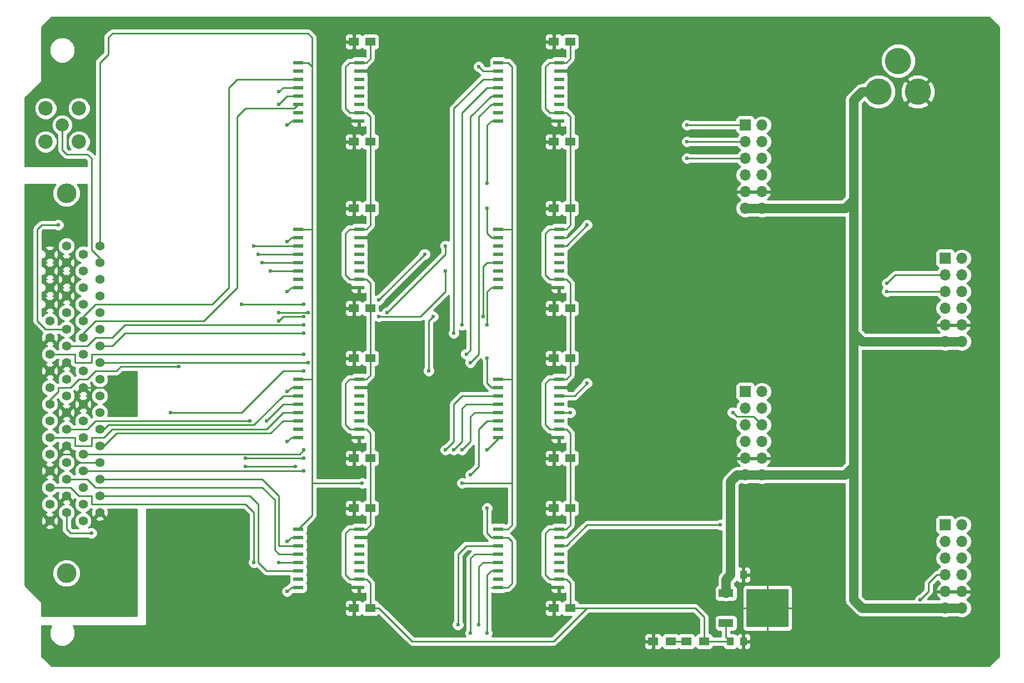
<source format=gbr>
G04 #@! TF.FileFunction,Copper,L1,Top,Signal*
%FSLAX46Y46*%
G04 Gerber Fmt 4.6, Leading zero omitted, Abs format (unit mm)*
G04 Created by KiCad (PCBNEW 4.0.7) date 11/06/18 11:25:05*
%MOMM*%
%LPD*%
G01*
G04 APERTURE LIST*
%ADD10C,0.100000*%
%ADD11C,3.000000*%
%ADD12C,1.400000*%
%ADD13R,1.000000X1.250000*%
%ADD14C,2.200000*%
%ADD15C,2.000000*%
%ADD16R,1.700000X1.700000*%
%ADD17O,1.700000X1.700000*%
%ADD18R,2.200000X1.200000*%
%ADD19R,6.400000X5.800000*%
%ADD20R,3.050000X2.750000*%
%ADD21R,1.500000X0.600000*%
%ADD22R,1.500000X1.250000*%
%ADD23C,4.000000*%
%ADD24R,1.500000X1.300000*%
%ADD25C,0.600000*%
%ADD26C,0.250000*%
%ADD27C,1.400000*%
%ADD28C,0.254000*%
G04 APERTURE END LIST*
D10*
D11*
X33655000Y-111515000D03*
D12*
X33655000Y-61595000D03*
X38735000Y-61595000D03*
X36195000Y-62865000D03*
X38735000Y-64135000D03*
X36195000Y-65405000D03*
X38735000Y-66675000D03*
X36195000Y-67945000D03*
X38735000Y-69215000D03*
X36195000Y-70485000D03*
X38735000Y-71755000D03*
X36195000Y-73025000D03*
X38735000Y-74295000D03*
X36195000Y-75565000D03*
X38735000Y-76835000D03*
X36195000Y-78105000D03*
X38735000Y-79375000D03*
X36195000Y-80645000D03*
X38735000Y-81915000D03*
X36195000Y-83185000D03*
X38735000Y-84455000D03*
X36195000Y-85725000D03*
X38735000Y-86995000D03*
X36195000Y-88265000D03*
X38735000Y-89535000D03*
X36195000Y-90805000D03*
X38735000Y-92075000D03*
X36195000Y-93345000D03*
X38735000Y-94615000D03*
X36195000Y-95885000D03*
X38735000Y-97155000D03*
X36195000Y-98425000D03*
X38735000Y-99695000D03*
X36195000Y-100965000D03*
X38735000Y-102235000D03*
X36195000Y-103505000D03*
X31115000Y-62865000D03*
X33655000Y-64135000D03*
X31115000Y-65405000D03*
X33655000Y-66675000D03*
X31115000Y-67945000D03*
X33655000Y-69215000D03*
X31115000Y-70485000D03*
X33655000Y-71755000D03*
X31115000Y-73025000D03*
X33655000Y-74295000D03*
X31115000Y-75565000D03*
X33655000Y-76835000D03*
X31115000Y-78105000D03*
X33655000Y-79375000D03*
X31115000Y-80645000D03*
X33655000Y-81915000D03*
X31115000Y-83185000D03*
X33655000Y-84455000D03*
X31115000Y-85725000D03*
X33655000Y-86995000D03*
X31115000Y-88265000D03*
X33655000Y-89535000D03*
X31115000Y-90805000D03*
X33655000Y-92075000D03*
X31115000Y-93345000D03*
X33655000Y-94615000D03*
X31115000Y-95885000D03*
X33655000Y-97155000D03*
X31115000Y-98425000D03*
X33655000Y-99695000D03*
X31115000Y-100965000D03*
X33655000Y-102235000D03*
X31115000Y-103505000D03*
D11*
X33655000Y-53585000D03*
D13*
X134890000Y-111760000D03*
X136890000Y-111760000D03*
X134890000Y-121920000D03*
X136890000Y-121920000D03*
D14*
X30480000Y-45720000D03*
X30480000Y-40640000D03*
X35560000Y-40640000D03*
X35560000Y-45720000D03*
D15*
X33020000Y-43180000D03*
D16*
X167640000Y-104140000D03*
D17*
X170180000Y-104140000D03*
X167640000Y-106680000D03*
X170180000Y-106680000D03*
X167640000Y-109220000D03*
X170180000Y-109220000D03*
X167640000Y-111760000D03*
X170180000Y-111760000D03*
X167640000Y-114300000D03*
X170180000Y-114300000D03*
X167640000Y-116840000D03*
X170180000Y-116840000D03*
D16*
X137160000Y-83820000D03*
D17*
X139700000Y-83820000D03*
X137160000Y-86360000D03*
X139700000Y-86360000D03*
X137160000Y-88900000D03*
X139700000Y-88900000D03*
X137160000Y-91440000D03*
X139700000Y-91440000D03*
X137160000Y-93980000D03*
X139700000Y-93980000D03*
X137160000Y-96520000D03*
X139700000Y-96520000D03*
D16*
X167640000Y-63500000D03*
D17*
X170180000Y-63500000D03*
X167640000Y-66040000D03*
X170180000Y-66040000D03*
X167640000Y-68580000D03*
X170180000Y-68580000D03*
X167640000Y-71120000D03*
X170180000Y-71120000D03*
X167640000Y-73660000D03*
X170180000Y-73660000D03*
X167640000Y-76200000D03*
X170180000Y-76200000D03*
D16*
X137160000Y-43180000D03*
D17*
X139700000Y-43180000D03*
X137160000Y-45720000D03*
X139700000Y-45720000D03*
X137160000Y-48260000D03*
X139700000Y-48260000D03*
X137160000Y-50800000D03*
X139700000Y-50800000D03*
X137160000Y-53340000D03*
X139700000Y-53340000D03*
X137160000Y-55880000D03*
X139700000Y-55880000D03*
D18*
X134230000Y-114560000D03*
X134230000Y-119120000D03*
D19*
X140530000Y-116840000D03*
D20*
X142205000Y-118365000D03*
X138855000Y-115315000D03*
X142205000Y-115315000D03*
X138855000Y-118365000D03*
D21*
X69010000Y-33655000D03*
X69010000Y-34925000D03*
X69010000Y-36195000D03*
X69010000Y-37465000D03*
X69010000Y-38735000D03*
X69010000Y-40005000D03*
X69010000Y-41275000D03*
X69010000Y-42545000D03*
X78310000Y-42545000D03*
X78310000Y-41275000D03*
X78310000Y-40005000D03*
X78310000Y-38735000D03*
X78310000Y-37465000D03*
X78310000Y-36195000D03*
X78310000Y-34925000D03*
X78310000Y-33655000D03*
X99490000Y-33655000D03*
X99490000Y-34925000D03*
X99490000Y-36195000D03*
X99490000Y-37465000D03*
X99490000Y-38735000D03*
X99490000Y-40005000D03*
X99490000Y-41275000D03*
X99490000Y-42545000D03*
X108790000Y-42545000D03*
X108790000Y-41275000D03*
X108790000Y-40005000D03*
X108790000Y-38735000D03*
X108790000Y-37465000D03*
X108790000Y-36195000D03*
X108790000Y-34925000D03*
X108790000Y-33655000D03*
X69010000Y-59055000D03*
X69010000Y-60325000D03*
X69010000Y-61595000D03*
X69010000Y-62865000D03*
X69010000Y-64135000D03*
X69010000Y-65405000D03*
X69010000Y-66675000D03*
X69010000Y-67945000D03*
X78310000Y-67945000D03*
X78310000Y-66675000D03*
X78310000Y-65405000D03*
X78310000Y-64135000D03*
X78310000Y-62865000D03*
X78310000Y-61595000D03*
X78310000Y-60325000D03*
X78310000Y-59055000D03*
X99490000Y-59055000D03*
X99490000Y-60325000D03*
X99490000Y-61595000D03*
X99490000Y-62865000D03*
X99490000Y-64135000D03*
X99490000Y-65405000D03*
X99490000Y-66675000D03*
X99490000Y-67945000D03*
X108790000Y-67945000D03*
X108790000Y-66675000D03*
X108790000Y-65405000D03*
X108790000Y-64135000D03*
X108790000Y-62865000D03*
X108790000Y-61595000D03*
X108790000Y-60325000D03*
X108790000Y-59055000D03*
X69010000Y-81915000D03*
X69010000Y-83185000D03*
X69010000Y-84455000D03*
X69010000Y-85725000D03*
X69010000Y-86995000D03*
X69010000Y-88265000D03*
X69010000Y-89535000D03*
X69010000Y-90805000D03*
X78310000Y-90805000D03*
X78310000Y-89535000D03*
X78310000Y-88265000D03*
X78310000Y-86995000D03*
X78310000Y-85725000D03*
X78310000Y-84455000D03*
X78310000Y-83185000D03*
X78310000Y-81915000D03*
X99490000Y-81915000D03*
X99490000Y-83185000D03*
X99490000Y-84455000D03*
X99490000Y-85725000D03*
X99490000Y-86995000D03*
X99490000Y-88265000D03*
X99490000Y-89535000D03*
X99490000Y-90805000D03*
X108790000Y-90805000D03*
X108790000Y-89535000D03*
X108790000Y-88265000D03*
X108790000Y-86995000D03*
X108790000Y-85725000D03*
X108790000Y-84455000D03*
X108790000Y-83185000D03*
X108790000Y-81915000D03*
X69010000Y-104775000D03*
X69010000Y-106045000D03*
X69010000Y-107315000D03*
X69010000Y-108585000D03*
X69010000Y-109855000D03*
X69010000Y-111125000D03*
X69010000Y-112395000D03*
X69010000Y-113665000D03*
X78310000Y-113665000D03*
X78310000Y-112395000D03*
X78310000Y-111125000D03*
X78310000Y-109855000D03*
X78310000Y-108585000D03*
X78310000Y-107315000D03*
X78310000Y-106045000D03*
X78310000Y-104775000D03*
X99490000Y-104775000D03*
X99490000Y-106045000D03*
X99490000Y-107315000D03*
X99490000Y-108585000D03*
X99490000Y-109855000D03*
X99490000Y-111125000D03*
X99490000Y-112395000D03*
X99490000Y-113665000D03*
X108790000Y-113665000D03*
X108790000Y-112395000D03*
X108790000Y-111125000D03*
X108790000Y-109855000D03*
X108790000Y-108585000D03*
X108790000Y-107315000D03*
X108790000Y-106045000D03*
X108790000Y-104775000D03*
D22*
X107970000Y-78740000D03*
X110470000Y-78740000D03*
X107970000Y-101600000D03*
X110470000Y-101600000D03*
X77490000Y-30480000D03*
X79990000Y-30480000D03*
X77490000Y-78740000D03*
X79990000Y-78740000D03*
X107970000Y-55880000D03*
X110470000Y-55880000D03*
X77490000Y-101600000D03*
X79990000Y-101600000D03*
X77490000Y-55880000D03*
X79990000Y-55880000D03*
X107970000Y-30480000D03*
X110470000Y-30480000D03*
D23*
X157480000Y-38100000D03*
X163480000Y-38100000D03*
X160480000Y-33400000D03*
D24*
X128190000Y-121920000D03*
X130890000Y-121920000D03*
X125810000Y-121920000D03*
X123110000Y-121920000D03*
D22*
X77490000Y-71120000D03*
X79990000Y-71120000D03*
X107970000Y-116840000D03*
X110470000Y-116840000D03*
X107970000Y-93980000D03*
X110470000Y-93980000D03*
X77490000Y-93980000D03*
X79990000Y-93980000D03*
X107970000Y-71120000D03*
X110470000Y-71120000D03*
X77490000Y-45720000D03*
X79990000Y-45720000D03*
X107970000Y-45720000D03*
X110470000Y-45720000D03*
X77490000Y-116840000D03*
X79990000Y-116840000D03*
D25*
X78310000Y-83185000D03*
X74930000Y-81915000D03*
X69010000Y-33655000D03*
X93980000Y-97790000D03*
X78740000Y-97790000D03*
X33655000Y-92075000D03*
X30480000Y-53975000D03*
X69010000Y-34925000D03*
X96520000Y-34290000D03*
X97790000Y-52070000D03*
X97790000Y-55880000D03*
X97790000Y-73660000D03*
X97790000Y-78740000D03*
X97790000Y-92710000D03*
X97790000Y-101600000D03*
X67310000Y-43180000D03*
X67310000Y-60960000D03*
X67310000Y-68580000D03*
X67310000Y-83820000D03*
X67310000Y-91440000D03*
X67310000Y-106680000D03*
X67310000Y-114300000D03*
X92710000Y-74930000D03*
X69850000Y-74930000D03*
X95250000Y-79375000D03*
X70485000Y-79375000D03*
X62230000Y-61595000D03*
X62865000Y-62865000D03*
X97155000Y-72390000D03*
X89535000Y-72390000D03*
X88900000Y-80645000D03*
X69850000Y-80645000D03*
X49530000Y-86995000D03*
X99490000Y-65405000D03*
X66040000Y-73025000D03*
X69850000Y-72390000D03*
X81280000Y-72390000D03*
X91440000Y-65405000D03*
X91440000Y-92710000D03*
X69850000Y-92710000D03*
X95250000Y-96520000D03*
X69850000Y-95885000D03*
X93345000Y-119380000D03*
X97790000Y-120650000D03*
X66040000Y-38100000D03*
X32385000Y-58420000D03*
X66040000Y-40005000D03*
X93980000Y-73660000D03*
X69850000Y-73660000D03*
X94615000Y-78105000D03*
X69850000Y-78105000D03*
X63500000Y-64135000D03*
X64770000Y-65405000D03*
X66040000Y-71755000D03*
X70485000Y-71755000D03*
X82550000Y-71755000D03*
X91440000Y-61595000D03*
X99695000Y-61595000D03*
X50800000Y-80010000D03*
X60325000Y-70485000D03*
X69850000Y-70485000D03*
X81280000Y-69850000D03*
X88265000Y-62865000D03*
X99695000Y-62865000D03*
X64135000Y-88265000D03*
X61595000Y-88265000D03*
X92710000Y-92710000D03*
X69850000Y-93980000D03*
X60960000Y-93980000D03*
X93980000Y-92710000D03*
X68580000Y-95250000D03*
X60960000Y-95250000D03*
X66040000Y-109855000D03*
X62230000Y-109855000D03*
X95250000Y-120650000D03*
X37465000Y-105410000D03*
X96520000Y-119380000D03*
X78310000Y-107315000D03*
X78310000Y-108585000D03*
X78310000Y-109855000D03*
X78310000Y-111125000D03*
X163830000Y-115570000D03*
X133350000Y-104140000D03*
X108790000Y-108585000D03*
X108790000Y-109855000D03*
X108790000Y-111125000D03*
X78310000Y-84455000D03*
X78310000Y-85725000D03*
X78310000Y-86995000D03*
X78310000Y-88265000D03*
X113030000Y-82550000D03*
X108790000Y-85725000D03*
X135255000Y-86995000D03*
X110490000Y-86995000D03*
X108790000Y-88265000D03*
X78310000Y-61595000D03*
X78310000Y-62865000D03*
X158750000Y-67310000D03*
X78310000Y-64135000D03*
X158750000Y-68580000D03*
X78310000Y-65405000D03*
X113030000Y-58420000D03*
X108790000Y-62865000D03*
X108790000Y-64135000D03*
X108790000Y-65405000D03*
X78310000Y-36195000D03*
X128270000Y-43180000D03*
X78310000Y-37465000D03*
X128270000Y-45720000D03*
X78310000Y-38735000D03*
X128270000Y-48260000D03*
X78310000Y-40005000D03*
X108790000Y-36195000D03*
X108790000Y-37465000D03*
X108790000Y-38735000D03*
X108790000Y-40005000D03*
D26*
X77490000Y-78740000D02*
X75565000Y-78740000D01*
X74930000Y-79375000D02*
X75565000Y-78740000D01*
X74930000Y-81915000D02*
X74930000Y-79375000D01*
X77470000Y-78740000D02*
X77490000Y-78740000D01*
X108790000Y-60325000D02*
X109855000Y-60325000D01*
X109855000Y-60325000D02*
X111760000Y-58420000D01*
X108790000Y-106045000D02*
X109855000Y-106045000D01*
X109855000Y-106045000D02*
X111760000Y-104140000D01*
X140530000Y-121480000D02*
X140970000Y-121920000D01*
X140530000Y-116840000D02*
X140530000Y-121480000D01*
X140530000Y-116840000D02*
X144780000Y-116840000D01*
X140530000Y-112200000D02*
X140970000Y-111760000D01*
X140530000Y-116840000D02*
X140530000Y-112200000D01*
X140530000Y-116840000D02*
X135890000Y-116840000D01*
X38735000Y-61595000D02*
X38735000Y-33655000D01*
X71120000Y-29845000D02*
X71120000Y-34290000D01*
X70485000Y-29210000D02*
X71120000Y-29845000D01*
X40640000Y-29210000D02*
X70485000Y-29210000D01*
X40005000Y-29845000D02*
X40640000Y-29210000D01*
X40005000Y-32385000D02*
X40005000Y-29845000D01*
X38735000Y-33655000D02*
X40005000Y-32385000D01*
X71120000Y-97790000D02*
X78740000Y-97790000D01*
X93980000Y-97790000D02*
X101600000Y-97790000D01*
X99490000Y-59055000D02*
X101600000Y-59055000D01*
X101600000Y-59055000D02*
X101600000Y-59690000D01*
X99490000Y-81915000D02*
X101600000Y-81915000D01*
X101600000Y-81915000D02*
X101600000Y-82550000D01*
X99490000Y-33655000D02*
X100965000Y-33655000D01*
X100965000Y-104775000D02*
X99490000Y-104775000D01*
X101600000Y-97790000D02*
X101600000Y-104140000D01*
X101600000Y-104140000D02*
X100965000Y-104775000D01*
X101600000Y-34290000D02*
X101600000Y-59690000D01*
X101600000Y-59690000D02*
X101600000Y-82550000D01*
X101600000Y-82550000D02*
X101600000Y-97790000D01*
X100965000Y-33655000D02*
X101600000Y-34290000D01*
X69010000Y-59055000D02*
X71120000Y-59055000D01*
X71120000Y-59055000D02*
X71120000Y-58420000D01*
X69010000Y-81915000D02*
X71120000Y-81915000D01*
X71120000Y-81915000D02*
X71120000Y-81280000D01*
X69010000Y-33655000D02*
X70485000Y-33655000D01*
X71120000Y-102665000D02*
X69010000Y-104775000D01*
X71120000Y-34290000D02*
X71120000Y-58420000D01*
X71120000Y-58420000D02*
X71120000Y-81280000D01*
X71120000Y-81280000D02*
X71120000Y-97790000D01*
X71120000Y-97790000D02*
X71120000Y-102665000D01*
X70485000Y-33655000D02*
X71120000Y-34290000D01*
X38735000Y-64135000D02*
X38735000Y-63500000D01*
X38735000Y-63500000D02*
X37465000Y-62230000D01*
X33020000Y-46990000D02*
X33020000Y-43180000D01*
X33655000Y-47625000D02*
X33020000Y-46990000D01*
X36830000Y-47625000D02*
X33655000Y-47625000D01*
X37465000Y-48260000D02*
X36830000Y-47625000D01*
X37465000Y-62230000D02*
X37465000Y-48260000D01*
X36195000Y-73025000D02*
X36195000Y-72390000D01*
X36195000Y-72390000D02*
X38100000Y-70485000D01*
X59690000Y-36195000D02*
X69010000Y-36195000D01*
X58420000Y-37465000D02*
X59690000Y-36195000D01*
X58420000Y-67945000D02*
X58420000Y-37465000D01*
X55880000Y-70485000D02*
X58420000Y-67945000D01*
X38100000Y-70485000D02*
X55880000Y-70485000D01*
X36195000Y-83185000D02*
X42545000Y-83185000D01*
X42545000Y-83185000D02*
X43180000Y-83820000D01*
X31115000Y-95885000D02*
X32385000Y-94615000D01*
X35560000Y-94615000D02*
X38735000Y-94615000D01*
X34290000Y-93345000D02*
X35560000Y-94615000D01*
X32385000Y-93345000D02*
X34290000Y-93345000D01*
X32385000Y-94615000D02*
X32385000Y-93345000D01*
X99490000Y-106045000D02*
X100965000Y-106045000D01*
X100965000Y-113665000D02*
X99490000Y-113665000D01*
X101600000Y-113030000D02*
X100965000Y-113665000D01*
X101600000Y-106680000D02*
X101600000Y-113030000D01*
X100965000Y-106045000D02*
X101600000Y-106680000D01*
X96520000Y-34290000D02*
X97155000Y-34925000D01*
X97155000Y-34925000D02*
X99490000Y-34925000D01*
X98425000Y-42545000D02*
X99490000Y-42545000D01*
X97790000Y-43180000D02*
X98425000Y-42545000D01*
X97790000Y-52070000D02*
X97790000Y-43180000D01*
X98425000Y-60325000D02*
X99490000Y-60325000D01*
X97790000Y-59690000D02*
X98425000Y-60325000D01*
X97790000Y-55880000D02*
X97790000Y-59690000D01*
X98425000Y-67945000D02*
X99490000Y-67945000D01*
X97790000Y-68580000D02*
X98425000Y-67945000D01*
X97790000Y-73660000D02*
X97790000Y-68580000D01*
X98425000Y-83185000D02*
X99490000Y-83185000D01*
X97790000Y-82550000D02*
X98425000Y-83185000D01*
X97790000Y-78740000D02*
X97790000Y-82550000D01*
X97790000Y-92710000D02*
X99490000Y-91010000D01*
X99490000Y-91010000D02*
X99490000Y-90805000D01*
X98425000Y-113665000D02*
X99490000Y-113665000D01*
X98425000Y-106045000D02*
X99490000Y-106045000D01*
X97790000Y-105410000D02*
X98425000Y-106045000D01*
X97790000Y-101600000D02*
X97790000Y-105410000D01*
X67945000Y-42545000D02*
X69010000Y-42545000D01*
X67310000Y-43180000D02*
X67945000Y-42545000D01*
X67945000Y-60325000D02*
X69010000Y-60325000D01*
X67310000Y-60960000D02*
X67945000Y-60325000D01*
X67945000Y-67945000D02*
X69010000Y-67945000D01*
X67310000Y-68580000D02*
X67945000Y-67945000D01*
X67945000Y-83185000D02*
X69010000Y-83185000D01*
X67310000Y-83820000D02*
X67945000Y-83185000D01*
X67945000Y-90805000D02*
X69010000Y-90805000D01*
X67310000Y-91440000D02*
X67945000Y-90805000D01*
X67945000Y-106045000D02*
X69010000Y-106045000D01*
X67310000Y-106680000D02*
X67945000Y-106045000D01*
X69010000Y-113665000D02*
X67945000Y-113665000D01*
X67310000Y-114300000D02*
X67945000Y-113665000D01*
X36195000Y-75565000D02*
X36195000Y-74930000D01*
X36195000Y-74930000D02*
X38100000Y-73025000D01*
X68375000Y-40640000D02*
X69010000Y-40005000D01*
X60960000Y-40640000D02*
X68375000Y-40640000D01*
X59690000Y-41910000D02*
X60960000Y-40640000D01*
X59690000Y-67945000D02*
X59690000Y-41910000D01*
X54610000Y-73025000D02*
X59690000Y-67945000D01*
X38100000Y-73025000D02*
X54610000Y-73025000D01*
X38735000Y-76835000D02*
X40640000Y-76835000D01*
X97155000Y-36195000D02*
X99490000Y-36195000D01*
X92710000Y-40640000D02*
X97155000Y-36195000D01*
X92710000Y-74930000D02*
X92710000Y-40640000D01*
X42545000Y-74930000D02*
X69850000Y-74930000D01*
X40640000Y-76835000D02*
X42545000Y-74930000D01*
X38735000Y-79375000D02*
X70485000Y-79375000D01*
X98425000Y-40005000D02*
X99490000Y-40005000D01*
X96520000Y-41910000D02*
X98425000Y-40005000D01*
X96520000Y-78105000D02*
X96520000Y-41910000D01*
X95250000Y-79375000D02*
X96520000Y-78105000D01*
X62230000Y-61595000D02*
X69010000Y-61595000D01*
X62865000Y-62865000D02*
X69010000Y-62865000D01*
X97790000Y-64135000D02*
X99490000Y-64135000D01*
X97155000Y-64770000D02*
X97790000Y-64135000D01*
X97155000Y-72390000D02*
X97155000Y-64770000D01*
X88900000Y-73025000D02*
X89535000Y-72390000D01*
X88900000Y-80645000D02*
X88900000Y-73025000D01*
X66675000Y-80645000D02*
X69850000Y-80645000D01*
X60325000Y-86995000D02*
X66675000Y-80645000D01*
X49530000Y-86995000D02*
X60325000Y-86995000D01*
X66040000Y-73025000D02*
X66675000Y-72390000D01*
X66675000Y-72390000D02*
X69850000Y-72390000D01*
X81280000Y-72390000D02*
X83185000Y-72390000D01*
X83185000Y-72390000D02*
X87630000Y-72390000D01*
X87630000Y-72390000D02*
X91440000Y-68580000D01*
X91440000Y-68580000D02*
X91440000Y-65405000D01*
X38735000Y-89535000D02*
X39370000Y-89535000D01*
X39370000Y-89535000D02*
X40005000Y-88900000D01*
X66675000Y-84455000D02*
X69010000Y-84455000D01*
X62230000Y-88900000D02*
X66675000Y-84455000D01*
X40005000Y-88900000D02*
X62230000Y-88900000D01*
X38735000Y-92075000D02*
X39370000Y-92075000D01*
X39370000Y-92075000D02*
X41275000Y-90170000D01*
X41275000Y-90170000D02*
X64770000Y-90170000D01*
X64770000Y-90170000D02*
X66675000Y-88265000D01*
X66675000Y-88265000D02*
X69010000Y-88265000D01*
X36195000Y-93345000D02*
X69215000Y-93345000D01*
X93980000Y-84455000D02*
X99490000Y-84455000D01*
X92710000Y-85725000D02*
X93980000Y-84455000D01*
X92710000Y-91440000D02*
X92710000Y-85725000D01*
X91440000Y-92710000D02*
X92710000Y-91440000D01*
X69215000Y-93345000D02*
X69850000Y-92710000D01*
X36195000Y-95885000D02*
X69850000Y-95885000D01*
X97790000Y-88265000D02*
X99490000Y-88265000D01*
X97155000Y-88900000D02*
X97790000Y-88265000D01*
X96520000Y-89535000D02*
X97155000Y-88900000D01*
X96520000Y-95250000D02*
X96520000Y-89535000D01*
X95250000Y-96520000D02*
X96520000Y-95250000D01*
X38735000Y-97155000D02*
X63500000Y-97155000D01*
X66040000Y-107315000D02*
X69010000Y-107315000D01*
X66040000Y-99695000D02*
X66040000Y-107315000D01*
X63500000Y-97155000D02*
X66040000Y-99695000D01*
X38735000Y-99695000D02*
X61595000Y-99695000D01*
X64135000Y-111125000D02*
X69010000Y-111125000D01*
X62865000Y-109855000D02*
X64135000Y-111125000D01*
X62865000Y-100965000D02*
X62865000Y-109855000D01*
X61595000Y-99695000D02*
X62865000Y-100965000D01*
X94615000Y-107315000D02*
X99490000Y-107315000D01*
X93345000Y-108585000D02*
X94615000Y-107315000D01*
X93345000Y-118110000D02*
X93345000Y-108585000D01*
X93345000Y-119380000D02*
X93345000Y-118110000D01*
X98425000Y-111125000D02*
X99490000Y-111125000D01*
X97790000Y-111760000D02*
X98425000Y-111125000D01*
X97790000Y-120650000D02*
X97790000Y-111760000D01*
X69010000Y-37465000D02*
X66675000Y-37465000D01*
X66675000Y-37465000D02*
X66040000Y-38100000D01*
X69010000Y-38735000D02*
X67310000Y-38735000D01*
X30480000Y-74295000D02*
X33655000Y-74295000D01*
X29210000Y-73025000D02*
X30480000Y-74295000D01*
X29210000Y-59055000D02*
X29210000Y-73025000D01*
X29845000Y-58420000D02*
X29210000Y-59055000D01*
X32385000Y-58420000D02*
X29845000Y-58420000D01*
X67310000Y-38735000D02*
X66040000Y-40005000D01*
X33655000Y-76835000D02*
X36830000Y-76835000D01*
X97790000Y-37465000D02*
X99490000Y-37465000D01*
X93980000Y-41275000D02*
X97790000Y-37465000D01*
X93980000Y-73660000D02*
X93980000Y-41275000D01*
X42545000Y-73660000D02*
X69850000Y-73660000D01*
X40640000Y-75565000D02*
X42545000Y-73660000D01*
X38100000Y-75565000D02*
X40640000Y-75565000D01*
X37465000Y-76200000D02*
X38100000Y-75565000D01*
X36830000Y-76835000D02*
X37465000Y-76200000D01*
X31115000Y-78105000D02*
X34925000Y-78105000D01*
X98425000Y-38735000D02*
X99490000Y-38735000D01*
X95250000Y-41910000D02*
X98425000Y-38735000D01*
X95250000Y-77470000D02*
X95250000Y-41910000D01*
X94615000Y-78105000D02*
X95250000Y-77470000D01*
X37465000Y-78105000D02*
X69850000Y-78105000D01*
X37465000Y-79375000D02*
X37465000Y-78105000D01*
X34925000Y-79375000D02*
X37465000Y-79375000D01*
X34925000Y-78105000D02*
X34925000Y-79375000D01*
X63500000Y-64135000D02*
X69010000Y-64135000D01*
X64770000Y-65405000D02*
X69010000Y-65405000D01*
X66040000Y-71755000D02*
X70485000Y-71755000D01*
X82550000Y-71755000D02*
X91440000Y-62865000D01*
X91440000Y-62865000D02*
X91440000Y-61595000D01*
X99695000Y-61595000D02*
X99490000Y-61595000D01*
X31115000Y-85725000D02*
X31115000Y-85090000D01*
X31115000Y-85090000D02*
X32385000Y-83820000D01*
X32385000Y-83820000D02*
X32385000Y-83185000D01*
X32385000Y-83185000D02*
X34290000Y-83185000D01*
X34290000Y-83185000D02*
X35560000Y-81915000D01*
X35560000Y-81915000D02*
X36830000Y-81915000D01*
X36830000Y-81915000D02*
X38100000Y-80645000D01*
X38100000Y-80645000D02*
X41275000Y-80645000D01*
X41275000Y-80645000D02*
X41910000Y-80010000D01*
X41910000Y-80010000D02*
X50800000Y-80010000D01*
X60325000Y-70485000D02*
X66675000Y-70485000D01*
X66675000Y-70485000D02*
X69850000Y-70485000D01*
X81280000Y-69850000D02*
X88265000Y-62865000D01*
X99695000Y-62865000D02*
X99490000Y-62865000D01*
X66675000Y-85725000D02*
X69010000Y-85725000D01*
X64135000Y-88265000D02*
X66675000Y-85725000D01*
X38100000Y-88265000D02*
X61595000Y-88265000D01*
X36830000Y-89535000D02*
X38100000Y-88265000D01*
X33655000Y-89535000D02*
X36830000Y-89535000D01*
X31115000Y-90805000D02*
X34925000Y-90805000D01*
X66675000Y-86995000D02*
X69010000Y-86995000D01*
X64135000Y-89535000D02*
X66675000Y-86995000D01*
X40640000Y-89535000D02*
X64135000Y-89535000D01*
X39370000Y-90805000D02*
X40640000Y-89535000D01*
X37465000Y-90805000D02*
X39370000Y-90805000D01*
X37465000Y-92075000D02*
X37465000Y-90805000D01*
X34925000Y-92075000D02*
X37465000Y-92075000D01*
X34925000Y-90805000D02*
X34925000Y-92075000D01*
X94615000Y-85725000D02*
X99695000Y-85725000D01*
X93980000Y-86360000D02*
X94615000Y-85725000D01*
X93980000Y-91440000D02*
X93980000Y-86360000D01*
X92710000Y-92710000D02*
X93980000Y-91440000D01*
X60960000Y-93980000D02*
X69850000Y-93980000D01*
X99695000Y-85725000D02*
X99490000Y-85725000D01*
X95885000Y-86995000D02*
X99490000Y-86995000D01*
X95250000Y-87630000D02*
X95885000Y-86995000D01*
X95250000Y-91440000D02*
X95250000Y-87630000D01*
X93980000Y-92710000D02*
X95250000Y-91440000D01*
X60960000Y-95250000D02*
X68580000Y-95250000D01*
X33655000Y-97155000D02*
X36830000Y-97155000D01*
X66040000Y-108585000D02*
X69010000Y-108585000D01*
X65405000Y-107950000D02*
X66040000Y-108585000D01*
X65405000Y-100330000D02*
X65405000Y-107950000D01*
X63500000Y-98425000D02*
X65405000Y-100330000D01*
X38100000Y-98425000D02*
X63500000Y-98425000D01*
X36830000Y-97155000D02*
X38100000Y-98425000D01*
X31115000Y-98425000D02*
X34290000Y-98425000D01*
X66040000Y-109855000D02*
X69010000Y-109855000D01*
X62230000Y-102235000D02*
X62230000Y-109855000D01*
X60960000Y-100965000D02*
X62230000Y-102235000D01*
X37465000Y-100965000D02*
X60960000Y-100965000D01*
X37465000Y-99695000D02*
X37465000Y-100965000D01*
X35560000Y-99695000D02*
X37465000Y-99695000D01*
X34290000Y-98425000D02*
X35560000Y-99695000D01*
X95250000Y-120650000D02*
X95250000Y-109220000D01*
X95250000Y-109220000D02*
X95885000Y-108585000D01*
X95885000Y-108585000D02*
X99490000Y-108585000D01*
X99490000Y-109855000D02*
X97155000Y-109855000D01*
X33655000Y-104775000D02*
X33655000Y-102235000D01*
X34290000Y-105410000D02*
X33655000Y-104775000D01*
X37465000Y-105410000D02*
X34290000Y-105410000D01*
X96520000Y-110490000D02*
X96520000Y-119380000D01*
X97155000Y-109855000D02*
X96520000Y-110490000D01*
X167640000Y-111760000D02*
X166370000Y-111760000D01*
X165100000Y-113030000D02*
X166370000Y-111760000D01*
X165100000Y-114300000D02*
X165100000Y-113030000D01*
X163830000Y-115570000D02*
X165100000Y-114300000D01*
X108790000Y-107315000D02*
X109855000Y-107315000D01*
X113030000Y-104140000D02*
X133350000Y-104140000D01*
X109855000Y-107315000D02*
X113030000Y-104140000D01*
D27*
X134890000Y-111760000D02*
X134890000Y-97520000D01*
X135890000Y-96520000D02*
X137160000Y-96520000D01*
X134890000Y-97520000D02*
X135890000Y-96520000D01*
X134230000Y-114560000D02*
X134230000Y-112420000D01*
X134230000Y-112420000D02*
X134890000Y-111760000D01*
X167640000Y-116840000D02*
X170180000Y-116840000D01*
X153670000Y-95250000D02*
X153670000Y-115570000D01*
X154940000Y-116840000D02*
X167640000Y-116840000D01*
X153670000Y-115570000D02*
X154940000Y-116840000D01*
X167640000Y-76200000D02*
X170180000Y-76200000D01*
X153670000Y-74930000D02*
X154940000Y-76200000D01*
X154940000Y-76200000D02*
X167640000Y-76200000D01*
X139700000Y-96520000D02*
X137160000Y-96520000D01*
X139700000Y-55880000D02*
X137160000Y-55880000D01*
X153670000Y-54610000D02*
X153670000Y-74930000D01*
X153670000Y-74930000D02*
X153670000Y-95250000D01*
X152400000Y-96520000D02*
X139700000Y-96520000D01*
X153670000Y-95250000D02*
X152400000Y-96520000D01*
X157480000Y-38100000D02*
X154940000Y-38100000D01*
X152400000Y-55880000D02*
X139700000Y-55880000D01*
X153670000Y-54610000D02*
X152400000Y-55880000D01*
X153670000Y-39370000D02*
X153670000Y-54610000D01*
X154940000Y-38100000D02*
X153670000Y-39370000D01*
D26*
X108790000Y-84455000D02*
X111125000Y-84455000D01*
X111125000Y-84455000D02*
X113030000Y-82550000D01*
X108790000Y-86995000D02*
X110490000Y-86995000D01*
X138430000Y-87630000D02*
X139700000Y-88900000D01*
X135890000Y-87630000D02*
X138430000Y-87630000D01*
X135255000Y-86995000D02*
X135890000Y-87630000D01*
X167640000Y-66040000D02*
X160020000Y-66040000D01*
X158750000Y-67310000D02*
X160020000Y-66040000D01*
X167640000Y-68580000D02*
X158750000Y-68580000D01*
X108790000Y-61595000D02*
X109855000Y-61595000D01*
X113030000Y-58420000D02*
X113030000Y-58420000D01*
X109855000Y-61595000D02*
X113030000Y-58420000D01*
X137160000Y-43180000D02*
X128270000Y-43180000D01*
X137160000Y-45720000D02*
X128270000Y-45720000D01*
X137160000Y-48260000D02*
X128270000Y-48260000D01*
X113030000Y-116840000D02*
X107950000Y-121920000D01*
X81280000Y-116840000D02*
X79990000Y-116840000D01*
X86360000Y-121920000D02*
X81280000Y-116840000D01*
X107950000Y-121920000D02*
X86360000Y-121920000D01*
X110470000Y-116840000D02*
X113030000Y-116840000D01*
X113030000Y-116840000D02*
X129540000Y-116840000D01*
X130890000Y-118190000D02*
X130890000Y-121920000D01*
X129540000Y-116840000D02*
X130890000Y-118190000D01*
X108790000Y-104775000D02*
X107315000Y-104775000D01*
X107315000Y-112395000D02*
X108790000Y-112395000D01*
X106680000Y-111760000D02*
X107315000Y-112395000D01*
X106680000Y-105410000D02*
X106680000Y-111760000D01*
X107315000Y-104775000D02*
X106680000Y-105410000D01*
X110470000Y-93980000D02*
X110470000Y-101600000D01*
X108790000Y-81915000D02*
X107315000Y-81915000D01*
X107315000Y-89535000D02*
X108790000Y-89535000D01*
X106680000Y-88900000D02*
X107315000Y-89535000D01*
X106680000Y-82550000D02*
X106680000Y-88900000D01*
X107315000Y-81915000D02*
X106680000Y-82550000D01*
X110470000Y-71120000D02*
X110470000Y-78740000D01*
X108790000Y-59055000D02*
X107315000Y-59055000D01*
X107315000Y-66675000D02*
X108790000Y-66675000D01*
X106680000Y-66040000D02*
X107315000Y-66675000D01*
X106680000Y-59690000D02*
X106680000Y-66040000D01*
X107315000Y-59055000D02*
X106680000Y-59690000D01*
X108790000Y-33655000D02*
X107315000Y-33655000D01*
X107315000Y-41275000D02*
X108790000Y-41275000D01*
X106680000Y-40640000D02*
X107315000Y-41275000D01*
X106680000Y-34290000D02*
X106680000Y-40640000D01*
X107315000Y-33655000D02*
X106680000Y-34290000D01*
X110470000Y-45720000D02*
X110470000Y-55880000D01*
X78310000Y-104775000D02*
X76835000Y-104775000D01*
X76835000Y-112395000D02*
X78310000Y-112395000D01*
X76200000Y-111760000D02*
X76835000Y-112395000D01*
X76200000Y-105410000D02*
X76200000Y-111760000D01*
X76835000Y-104775000D02*
X76200000Y-105410000D01*
X79990000Y-93980000D02*
X79990000Y-101600000D01*
X78310000Y-81915000D02*
X76835000Y-81915000D01*
X76835000Y-89535000D02*
X78310000Y-89535000D01*
X76200000Y-88900000D02*
X76835000Y-89535000D01*
X76200000Y-82550000D02*
X76200000Y-88900000D01*
X76835000Y-81915000D02*
X76200000Y-82550000D01*
X79990000Y-71120000D02*
X79990000Y-78740000D01*
X78310000Y-59055000D02*
X76835000Y-59055000D01*
X76835000Y-66675000D02*
X78310000Y-66675000D01*
X76200000Y-66040000D02*
X76835000Y-66675000D01*
X76200000Y-59690000D02*
X76200000Y-66040000D01*
X76835000Y-59055000D02*
X76200000Y-59690000D01*
X79990000Y-45720000D02*
X79990000Y-55880000D01*
X78310000Y-33655000D02*
X76835000Y-33655000D01*
X76835000Y-41275000D02*
X78310000Y-41275000D01*
X76200000Y-40640000D02*
X76835000Y-41275000D01*
X76200000Y-34290000D02*
X76200000Y-40640000D01*
X76835000Y-33655000D02*
X76200000Y-34290000D01*
X78310000Y-33655000D02*
X79375000Y-33655000D01*
X79990000Y-33040000D02*
X79990000Y-30480000D01*
X79375000Y-33655000D02*
X79990000Y-33040000D01*
X78310000Y-41275000D02*
X79375000Y-41275000D01*
X79990000Y-41890000D02*
X79990000Y-45720000D01*
X79375000Y-41275000D02*
X79990000Y-41890000D01*
X78310000Y-59055000D02*
X79375000Y-59055000D01*
X79375000Y-59055000D02*
X79990000Y-58440000D01*
X79990000Y-58440000D02*
X79990000Y-55880000D01*
X78310000Y-66675000D02*
X79375000Y-66675000D01*
X79375000Y-66675000D02*
X79990000Y-67290000D01*
X79990000Y-67290000D02*
X79990000Y-71120000D01*
X78310000Y-81915000D02*
X79375000Y-81915000D01*
X79375000Y-81915000D02*
X79990000Y-81300000D01*
X79990000Y-81300000D02*
X79990000Y-78740000D01*
X78310000Y-112395000D02*
X79375000Y-112395000D01*
X79990000Y-113010000D02*
X79990000Y-116840000D01*
X79375000Y-112395000D02*
X79990000Y-113010000D01*
X78310000Y-104775000D02*
X79375000Y-104775000D01*
X79375000Y-104775000D02*
X79990000Y-104160000D01*
X79990000Y-104160000D02*
X79990000Y-101600000D01*
X78310000Y-89535000D02*
X79375000Y-89535000D01*
X79375000Y-89535000D02*
X79990000Y-90150000D01*
X79990000Y-90150000D02*
X79990000Y-93980000D01*
X108790000Y-89535000D02*
X109855000Y-89535000D01*
X109855000Y-89535000D02*
X110470000Y-90150000D01*
X110470000Y-90150000D02*
X110470000Y-93980000D01*
X108790000Y-66675000D02*
X109855000Y-66675000D01*
X109855000Y-66675000D02*
X110470000Y-67290000D01*
X110470000Y-67290000D02*
X110470000Y-71120000D01*
X108790000Y-41275000D02*
X109855000Y-41275000D01*
X109855000Y-41275000D02*
X110470000Y-41890000D01*
X110470000Y-41890000D02*
X110470000Y-45720000D01*
X108790000Y-33655000D02*
X109855000Y-33655000D01*
X110470000Y-33040000D02*
X110470000Y-30480000D01*
X109855000Y-33655000D02*
X110470000Y-33040000D01*
X108790000Y-59055000D02*
X109855000Y-59055000D01*
X109855000Y-59055000D02*
X110470000Y-58440000D01*
X110470000Y-58440000D02*
X110470000Y-55880000D01*
X108790000Y-81915000D02*
X109855000Y-81915000D01*
X109855000Y-81915000D02*
X110470000Y-81300000D01*
X110470000Y-81300000D02*
X110470000Y-78740000D01*
X108790000Y-104775000D02*
X109855000Y-104775000D01*
X109855000Y-104775000D02*
X110470000Y-104160000D01*
X110470000Y-104160000D02*
X110470000Y-101600000D01*
X108790000Y-112395000D02*
X109855000Y-112395000D01*
X109855000Y-112395000D02*
X110470000Y-113010000D01*
X110470000Y-113010000D02*
X110470000Y-116840000D01*
X134890000Y-121920000D02*
X130890000Y-121920000D01*
X134230000Y-119120000D02*
X134230000Y-121260000D01*
X134230000Y-121260000D02*
X134890000Y-121920000D01*
X128190000Y-121920000D02*
X125810000Y-121920000D01*
D28*
G36*
X175820000Y-28234092D02*
X175820000Y-124165908D01*
X174330908Y-125655000D01*
X31409092Y-125655000D01*
X29920000Y-124165908D01*
X29920000Y-119507000D01*
X31355331Y-119507000D01*
X31338181Y-119524120D01*
X31035346Y-120253427D01*
X31034657Y-121043109D01*
X31336218Y-121772943D01*
X31894120Y-122331819D01*
X32623427Y-122634654D01*
X33413109Y-122635343D01*
X34142943Y-122333782D01*
X34701819Y-121775880D01*
X35004654Y-121046573D01*
X35005343Y-120256891D01*
X34703782Y-119527057D01*
X34683760Y-119507000D01*
X45720000Y-119507000D01*
X45769410Y-119496994D01*
X45811035Y-119468553D01*
X45838315Y-119426159D01*
X45847000Y-119380000D01*
X45847000Y-117125750D01*
X76105000Y-117125750D01*
X76105000Y-117591310D01*
X76201673Y-117824699D01*
X76380302Y-118003327D01*
X76613691Y-118100000D01*
X77204250Y-118100000D01*
X77363000Y-117941250D01*
X77363000Y-116967000D01*
X76263750Y-116967000D01*
X76105000Y-117125750D01*
X45847000Y-117125750D01*
X45847000Y-116088690D01*
X76105000Y-116088690D01*
X76105000Y-116554250D01*
X76263750Y-116713000D01*
X77363000Y-116713000D01*
X77363000Y-115738750D01*
X77204250Y-115580000D01*
X76613691Y-115580000D01*
X76380302Y-115676673D01*
X76201673Y-115855301D01*
X76105000Y-116088690D01*
X45847000Y-116088690D01*
X45847000Y-101725000D01*
X60645198Y-101725000D01*
X61470000Y-102549802D01*
X61470000Y-109292537D01*
X61437808Y-109324673D01*
X61295162Y-109668201D01*
X61294838Y-110040167D01*
X61436883Y-110383943D01*
X61699673Y-110647192D01*
X62043201Y-110789838D01*
X62415167Y-110790162D01*
X62634665Y-110699467D01*
X63597599Y-111662401D01*
X63844160Y-111827148D01*
X64135000Y-111885000D01*
X67655086Y-111885000D01*
X67612560Y-112095000D01*
X67612560Y-112695000D01*
X67656838Y-112930317D01*
X67675094Y-112958688D01*
X67654161Y-112962852D01*
X67407599Y-113127599D01*
X67170320Y-113364878D01*
X67124833Y-113364838D01*
X66781057Y-113506883D01*
X66517808Y-113769673D01*
X66375162Y-114113201D01*
X66374838Y-114485167D01*
X66516883Y-114828943D01*
X66779673Y-115092192D01*
X67123201Y-115234838D01*
X67495167Y-115235162D01*
X67838943Y-115093117D01*
X68102192Y-114830327D01*
X68197890Y-114599862D01*
X68260000Y-114612440D01*
X69760000Y-114612440D01*
X69995317Y-114568162D01*
X70211441Y-114429090D01*
X70356431Y-114216890D01*
X70407440Y-113965000D01*
X70407440Y-113950750D01*
X76925000Y-113950750D01*
X76925000Y-114091310D01*
X77021673Y-114324699D01*
X77200302Y-114503327D01*
X77433691Y-114600000D01*
X78024250Y-114600000D01*
X78183000Y-114441250D01*
X78183000Y-113792000D01*
X77083750Y-113792000D01*
X76925000Y-113950750D01*
X70407440Y-113950750D01*
X70407440Y-113365000D01*
X70363162Y-113129683D01*
X70299322Y-113030472D01*
X70356431Y-112946890D01*
X70407440Y-112695000D01*
X70407440Y-112095000D01*
X70363162Y-111859683D01*
X70299322Y-111760472D01*
X70356431Y-111676890D01*
X70407440Y-111425000D01*
X70407440Y-110825000D01*
X70363162Y-110589683D01*
X70299322Y-110490472D01*
X70356431Y-110406890D01*
X70407440Y-110155000D01*
X70407440Y-109555000D01*
X70363162Y-109319683D01*
X70299322Y-109220472D01*
X70356431Y-109136890D01*
X70407440Y-108885000D01*
X70407440Y-108285000D01*
X70363162Y-108049683D01*
X70299322Y-107950472D01*
X70356431Y-107866890D01*
X70407440Y-107615000D01*
X70407440Y-107015000D01*
X70363162Y-106779683D01*
X70299322Y-106680472D01*
X70356431Y-106596890D01*
X70407440Y-106345000D01*
X70407440Y-105745000D01*
X70363162Y-105509683D01*
X70299322Y-105410472D01*
X70356431Y-105326890D01*
X70407440Y-105075000D01*
X70407440Y-104475000D01*
X70403855Y-104455947D01*
X71657401Y-103202401D01*
X71822148Y-102955839D01*
X71880000Y-102665000D01*
X71880000Y-101885750D01*
X76105000Y-101885750D01*
X76105000Y-102351310D01*
X76201673Y-102584699D01*
X76380302Y-102763327D01*
X76613691Y-102860000D01*
X77204250Y-102860000D01*
X77363000Y-102701250D01*
X77363000Y-101727000D01*
X76263750Y-101727000D01*
X76105000Y-101885750D01*
X71880000Y-101885750D01*
X71880000Y-100848690D01*
X76105000Y-100848690D01*
X76105000Y-101314250D01*
X76263750Y-101473000D01*
X77363000Y-101473000D01*
X77363000Y-100498750D01*
X77204250Y-100340000D01*
X76613691Y-100340000D01*
X76380302Y-100436673D01*
X76201673Y-100615301D01*
X76105000Y-100848690D01*
X71880000Y-100848690D01*
X71880000Y-98550000D01*
X78177537Y-98550000D01*
X78209673Y-98582192D01*
X78553201Y-98724838D01*
X78925167Y-98725162D01*
X79230000Y-98599208D01*
X79230000Y-100329442D01*
X79004683Y-100371838D01*
X78788559Y-100510910D01*
X78742031Y-100579006D01*
X78599698Y-100436673D01*
X78366309Y-100340000D01*
X77775750Y-100340000D01*
X77617000Y-100498750D01*
X77617000Y-101473000D01*
X77637000Y-101473000D01*
X77637000Y-101727000D01*
X77617000Y-101727000D01*
X77617000Y-102701250D01*
X77775750Y-102860000D01*
X78366309Y-102860000D01*
X78599698Y-102763327D01*
X78740936Y-102622090D01*
X78775910Y-102676441D01*
X78988110Y-102821431D01*
X79230000Y-102870415D01*
X79230000Y-103845198D01*
X79216039Y-103859159D01*
X79060000Y-103827560D01*
X77560000Y-103827560D01*
X77324683Y-103871838D01*
X77108559Y-104010910D01*
X77105764Y-104015000D01*
X76835000Y-104015000D01*
X76544161Y-104072852D01*
X76297599Y-104237599D01*
X75662599Y-104872599D01*
X75497852Y-105119161D01*
X75440000Y-105410000D01*
X75440000Y-111760000D01*
X75497852Y-112050839D01*
X75662599Y-112297401D01*
X76297599Y-112932401D01*
X76544161Y-113097148D01*
X76835000Y-113155000D01*
X76959666Y-113155000D01*
X76925000Y-113238690D01*
X76925000Y-113379250D01*
X77083750Y-113538000D01*
X78183000Y-113538000D01*
X78183000Y-113518000D01*
X78437000Y-113518000D01*
X78437000Y-113538000D01*
X78457000Y-113538000D01*
X78457000Y-113792000D01*
X78437000Y-113792000D01*
X78437000Y-114441250D01*
X78595750Y-114600000D01*
X79186309Y-114600000D01*
X79230000Y-114581903D01*
X79230000Y-115569442D01*
X79004683Y-115611838D01*
X78788559Y-115750910D01*
X78742031Y-115819006D01*
X78599698Y-115676673D01*
X78366309Y-115580000D01*
X77775750Y-115580000D01*
X77617000Y-115738750D01*
X77617000Y-116713000D01*
X77637000Y-116713000D01*
X77637000Y-116967000D01*
X77617000Y-116967000D01*
X77617000Y-117941250D01*
X77775750Y-118100000D01*
X78366309Y-118100000D01*
X78599698Y-118003327D01*
X78740936Y-117862090D01*
X78775910Y-117916441D01*
X78988110Y-118061431D01*
X79240000Y-118112440D01*
X80740000Y-118112440D01*
X80975317Y-118068162D01*
X81191441Y-117929090D01*
X81233188Y-117867990D01*
X85822599Y-122457401D01*
X86069161Y-122622148D01*
X86360000Y-122680000D01*
X107950000Y-122680000D01*
X108240839Y-122622148D01*
X108487401Y-122457401D01*
X108739052Y-122205750D01*
X121725000Y-122205750D01*
X121725000Y-122696310D01*
X121821673Y-122929699D01*
X122000302Y-123108327D01*
X122233691Y-123205000D01*
X122824250Y-123205000D01*
X122983000Y-123046250D01*
X122983000Y-122047000D01*
X121883750Y-122047000D01*
X121725000Y-122205750D01*
X108739052Y-122205750D01*
X109801112Y-121143690D01*
X121725000Y-121143690D01*
X121725000Y-121634250D01*
X121883750Y-121793000D01*
X122983000Y-121793000D01*
X122983000Y-120793750D01*
X122824250Y-120635000D01*
X122233691Y-120635000D01*
X122000302Y-120731673D01*
X121821673Y-120910301D01*
X121725000Y-121143690D01*
X109801112Y-121143690D01*
X113344802Y-117600000D01*
X129225198Y-117600000D01*
X130130000Y-118504802D01*
X130130000Y-120624442D01*
X129904683Y-120666838D01*
X129688559Y-120805910D01*
X129543569Y-121018110D01*
X129540919Y-121031197D01*
X129404090Y-120818559D01*
X129191890Y-120673569D01*
X128940000Y-120622560D01*
X127440000Y-120622560D01*
X127204683Y-120666838D01*
X126997323Y-120800270D01*
X126811890Y-120673569D01*
X126560000Y-120622560D01*
X125060000Y-120622560D01*
X124824683Y-120666838D01*
X124608559Y-120805910D01*
X124463569Y-121018110D01*
X124456809Y-121051490D01*
X124398327Y-120910301D01*
X124219698Y-120731673D01*
X123986309Y-120635000D01*
X123395750Y-120635000D01*
X123237000Y-120793750D01*
X123237000Y-121793000D01*
X123257000Y-121793000D01*
X123257000Y-122047000D01*
X123237000Y-122047000D01*
X123237000Y-123046250D01*
X123395750Y-123205000D01*
X123986309Y-123205000D01*
X124219698Y-123108327D01*
X124398327Y-122929699D01*
X124454654Y-122793713D01*
X124456838Y-122805317D01*
X124595910Y-123021441D01*
X124808110Y-123166431D01*
X125060000Y-123217440D01*
X126560000Y-123217440D01*
X126795317Y-123173162D01*
X127002677Y-123039730D01*
X127188110Y-123166431D01*
X127440000Y-123217440D01*
X128940000Y-123217440D01*
X129175317Y-123173162D01*
X129391441Y-123034090D01*
X129536431Y-122821890D01*
X129539081Y-122808803D01*
X129675910Y-123021441D01*
X129888110Y-123166431D01*
X130140000Y-123217440D01*
X131640000Y-123217440D01*
X131875317Y-123173162D01*
X132091441Y-123034090D01*
X132236431Y-122821890D01*
X132265164Y-122680000D01*
X133767962Y-122680000D01*
X133786838Y-122780317D01*
X133925910Y-122996441D01*
X134138110Y-123141431D01*
X134390000Y-123192440D01*
X135390000Y-123192440D01*
X135625317Y-123148162D01*
X135841441Y-123009090D01*
X135887969Y-122940994D01*
X136030302Y-123083327D01*
X136263691Y-123180000D01*
X136604250Y-123180000D01*
X136763000Y-123021250D01*
X136763000Y-122047000D01*
X137017000Y-122047000D01*
X137017000Y-123021250D01*
X137175750Y-123180000D01*
X137516309Y-123180000D01*
X137749698Y-123083327D01*
X137928327Y-122904699D01*
X138025000Y-122671310D01*
X138025000Y-122205750D01*
X137866250Y-122047000D01*
X137017000Y-122047000D01*
X136763000Y-122047000D01*
X136743000Y-122047000D01*
X136743000Y-121793000D01*
X136763000Y-121793000D01*
X136763000Y-120818750D01*
X137017000Y-120818750D01*
X137017000Y-121793000D01*
X137866250Y-121793000D01*
X138025000Y-121634250D01*
X138025000Y-121168690D01*
X137928327Y-120935301D01*
X137749698Y-120756673D01*
X137516309Y-120660000D01*
X137175750Y-120660000D01*
X137017000Y-120818750D01*
X136763000Y-120818750D01*
X136604250Y-120660000D01*
X136263691Y-120660000D01*
X136030302Y-120756673D01*
X135889064Y-120897910D01*
X135854090Y-120843559D01*
X135641890Y-120698569D01*
X135390000Y-120647560D01*
X134990000Y-120647560D01*
X134990000Y-120367440D01*
X135330000Y-120367440D01*
X135565317Y-120323162D01*
X135781441Y-120184090D01*
X135926431Y-119971890D01*
X135977440Y-119720000D01*
X135977440Y-118520000D01*
X135933162Y-118284683D01*
X135794090Y-118068559D01*
X135581890Y-117923569D01*
X135330000Y-117872560D01*
X133130000Y-117872560D01*
X132894683Y-117916838D01*
X132678559Y-118055910D01*
X132533569Y-118268110D01*
X132482560Y-118520000D01*
X132482560Y-119720000D01*
X132526838Y-119955317D01*
X132665910Y-120171441D01*
X132878110Y-120316431D01*
X133130000Y-120367440D01*
X133470000Y-120367440D01*
X133470000Y-121160000D01*
X132266742Y-121160000D01*
X132243162Y-121034683D01*
X132104090Y-120818559D01*
X131891890Y-120673569D01*
X131650000Y-120624585D01*
X131650000Y-118190000D01*
X131627970Y-118079250D01*
X131592148Y-117899160D01*
X131427401Y-117652599D01*
X130077401Y-116302599D01*
X129830839Y-116137852D01*
X129540000Y-116080000D01*
X111842038Y-116080000D01*
X111823162Y-115979683D01*
X111684090Y-115763559D01*
X111471890Y-115618569D01*
X111230000Y-115569585D01*
X111230000Y-113010000D01*
X111217447Y-112946890D01*
X111172148Y-112719160D01*
X111007401Y-112472599D01*
X110392401Y-111857599D01*
X110145839Y-111692852D01*
X110127955Y-111689295D01*
X110136431Y-111676890D01*
X110187440Y-111425000D01*
X110187440Y-110825000D01*
X110143162Y-110589683D01*
X110079322Y-110490472D01*
X110136431Y-110406890D01*
X110187440Y-110155000D01*
X110187440Y-109555000D01*
X110143162Y-109319683D01*
X110079322Y-109220472D01*
X110136431Y-109136890D01*
X110187440Y-108885000D01*
X110187440Y-108285000D01*
X110143162Y-108049683D01*
X110124906Y-108021312D01*
X110145839Y-108017148D01*
X110392401Y-107852401D01*
X113344802Y-104900000D01*
X132787537Y-104900000D01*
X132819673Y-104932192D01*
X133163201Y-105074838D01*
X133535167Y-105075162D01*
X133555000Y-105066967D01*
X133555000Y-111207024D01*
X133286012Y-111476012D01*
X132996621Y-111909117D01*
X132894999Y-112420000D01*
X132895000Y-112420005D01*
X132895000Y-113356778D01*
X132894683Y-113356838D01*
X132678559Y-113495910D01*
X132533569Y-113708110D01*
X132482560Y-113960000D01*
X132482560Y-115160000D01*
X132526838Y-115395317D01*
X132665910Y-115611441D01*
X132878110Y-115756431D01*
X133130000Y-115807440D01*
X133789807Y-115807440D01*
X134230000Y-115895000D01*
X134670193Y-115807440D01*
X135330000Y-115807440D01*
X135565317Y-115763162D01*
X135781441Y-115624090D01*
X135926431Y-115411890D01*
X135977440Y-115160000D01*
X135977440Y-113960000D01*
X135949910Y-113813690D01*
X136695000Y-113813690D01*
X136695000Y-116816310D01*
X136704813Y-116840000D01*
X136695000Y-116863690D01*
X136695000Y-119866310D01*
X136791673Y-120099699D01*
X136970302Y-120278327D01*
X137203691Y-120375000D01*
X140506309Y-120375000D01*
X140530000Y-120365187D01*
X140553691Y-120375000D01*
X143856309Y-120375000D01*
X144089698Y-120278327D01*
X144268327Y-120099699D01*
X144365000Y-119866310D01*
X144365000Y-116863690D01*
X144355187Y-116840000D01*
X144365000Y-116816310D01*
X144365000Y-113813690D01*
X144268327Y-113580301D01*
X144089698Y-113401673D01*
X143856309Y-113305000D01*
X140553691Y-113305000D01*
X140530000Y-113314813D01*
X140506309Y-113305000D01*
X137203691Y-113305000D01*
X136970302Y-113401673D01*
X136791673Y-113580301D01*
X136695000Y-113813690D01*
X135949910Y-113813690D01*
X135933162Y-113724683D01*
X135794090Y-113508559D01*
X135581890Y-113363569D01*
X135565000Y-113360149D01*
X135565000Y-112999511D01*
X135625317Y-112988162D01*
X135841441Y-112849090D01*
X135887969Y-112780994D01*
X136030302Y-112923327D01*
X136263691Y-113020000D01*
X136604250Y-113020000D01*
X136763000Y-112861250D01*
X136763000Y-111887000D01*
X137017000Y-111887000D01*
X137017000Y-112861250D01*
X137175750Y-113020000D01*
X137516309Y-113020000D01*
X137749698Y-112923327D01*
X137928327Y-112744699D01*
X138025000Y-112511310D01*
X138025000Y-112045750D01*
X137866250Y-111887000D01*
X137017000Y-111887000D01*
X136763000Y-111887000D01*
X136743000Y-111887000D01*
X136743000Y-111633000D01*
X136763000Y-111633000D01*
X136763000Y-110658750D01*
X137017000Y-110658750D01*
X137017000Y-111633000D01*
X137866250Y-111633000D01*
X138025000Y-111474250D01*
X138025000Y-111008690D01*
X137928327Y-110775301D01*
X137749698Y-110596673D01*
X137516309Y-110500000D01*
X137175750Y-110500000D01*
X137017000Y-110658750D01*
X136763000Y-110658750D01*
X136604250Y-110500000D01*
X136263691Y-110500000D01*
X136225000Y-110516026D01*
X136225000Y-98072976D01*
X136442975Y-97855000D01*
X136507306Y-97855000D01*
X136562622Y-97891961D01*
X137130907Y-98005000D01*
X137189093Y-98005000D01*
X137757378Y-97891961D01*
X137812694Y-97855000D01*
X139047306Y-97855000D01*
X139102622Y-97891961D01*
X139670907Y-98005000D01*
X139729093Y-98005000D01*
X140297378Y-97891961D01*
X140352694Y-97855000D01*
X152335000Y-97855000D01*
X152335000Y-115569995D01*
X152334999Y-115570000D01*
X152436621Y-116080883D01*
X152726012Y-116513988D01*
X153996010Y-117783985D01*
X153996012Y-117783988D01*
X154231372Y-117941250D01*
X154429117Y-118073379D01*
X154940000Y-118175000D01*
X166987306Y-118175000D01*
X167042622Y-118211961D01*
X167610907Y-118325000D01*
X167669093Y-118325000D01*
X168237378Y-118211961D01*
X168292694Y-118175000D01*
X169527306Y-118175000D01*
X169582622Y-118211961D01*
X170150907Y-118325000D01*
X170209093Y-118325000D01*
X170777378Y-118211961D01*
X171259147Y-117890054D01*
X171581054Y-117408285D01*
X171694093Y-116840000D01*
X171581054Y-116271715D01*
X171259147Y-115789946D01*
X170918447Y-115562298D01*
X171061358Y-115495183D01*
X171451645Y-115066924D01*
X171621476Y-114656890D01*
X171500155Y-114427000D01*
X170307000Y-114427000D01*
X170307000Y-114447000D01*
X170053000Y-114447000D01*
X170053000Y-114427000D01*
X167767000Y-114427000D01*
X167767000Y-114447000D01*
X167513000Y-114447000D01*
X167513000Y-114427000D01*
X166319845Y-114427000D01*
X166198524Y-114656890D01*
X166368355Y-115066924D01*
X166758642Y-115495183D01*
X166779546Y-115505000D01*
X164969802Y-115505000D01*
X165637401Y-114837401D01*
X165802148Y-114590840D01*
X165860000Y-114300000D01*
X165860000Y-113344802D01*
X166494321Y-112710481D01*
X166560853Y-112810054D01*
X166901553Y-113037702D01*
X166758642Y-113104817D01*
X166368355Y-113533076D01*
X166198524Y-113943110D01*
X166319845Y-114173000D01*
X167513000Y-114173000D01*
X167513000Y-114153000D01*
X167767000Y-114153000D01*
X167767000Y-114173000D01*
X170053000Y-114173000D01*
X170053000Y-114153000D01*
X170307000Y-114153000D01*
X170307000Y-114173000D01*
X171500155Y-114173000D01*
X171621476Y-113943110D01*
X171451645Y-113533076D01*
X171061358Y-113104817D01*
X170918447Y-113037702D01*
X171259147Y-112810054D01*
X171581054Y-112328285D01*
X171694093Y-111760000D01*
X171581054Y-111191715D01*
X171259147Y-110709946D01*
X170929974Y-110490000D01*
X171259147Y-110270054D01*
X171581054Y-109788285D01*
X171694093Y-109220000D01*
X171581054Y-108651715D01*
X171259147Y-108169946D01*
X170929974Y-107950000D01*
X171259147Y-107730054D01*
X171581054Y-107248285D01*
X171694093Y-106680000D01*
X171581054Y-106111715D01*
X171259147Y-105629946D01*
X170929974Y-105410000D01*
X171259147Y-105190054D01*
X171581054Y-104708285D01*
X171694093Y-104140000D01*
X171581054Y-103571715D01*
X171259147Y-103089946D01*
X170777378Y-102768039D01*
X170209093Y-102655000D01*
X170150907Y-102655000D01*
X169582622Y-102768039D01*
X169100853Y-103089946D01*
X169100029Y-103091179D01*
X169093162Y-103054683D01*
X168954090Y-102838559D01*
X168741890Y-102693569D01*
X168490000Y-102642560D01*
X166790000Y-102642560D01*
X166554683Y-102686838D01*
X166338559Y-102825910D01*
X166193569Y-103038110D01*
X166142560Y-103290000D01*
X166142560Y-104990000D01*
X166186838Y-105225317D01*
X166325910Y-105441441D01*
X166538110Y-105586431D01*
X166605541Y-105600086D01*
X166560853Y-105629946D01*
X166238946Y-106111715D01*
X166125907Y-106680000D01*
X166238946Y-107248285D01*
X166560853Y-107730054D01*
X166890026Y-107950000D01*
X166560853Y-108169946D01*
X166238946Y-108651715D01*
X166125907Y-109220000D01*
X166238946Y-109788285D01*
X166560853Y-110270054D01*
X166890026Y-110490000D01*
X166560853Y-110709946D01*
X166366593Y-111000678D01*
X166079160Y-111057852D01*
X165832599Y-111222599D01*
X164562599Y-112492599D01*
X164397852Y-112739161D01*
X164340000Y-113030000D01*
X164340000Y-113985198D01*
X163690320Y-114634878D01*
X163644833Y-114634838D01*
X163301057Y-114776883D01*
X163037808Y-115039673D01*
X162895162Y-115383201D01*
X162895056Y-115505000D01*
X155492975Y-115505000D01*
X155005000Y-115017024D01*
X155005000Y-77535000D01*
X166987306Y-77535000D01*
X167042622Y-77571961D01*
X167610907Y-77685000D01*
X167669093Y-77685000D01*
X168237378Y-77571961D01*
X168292694Y-77535000D01*
X169527306Y-77535000D01*
X169582622Y-77571961D01*
X170150907Y-77685000D01*
X170209093Y-77685000D01*
X170777378Y-77571961D01*
X171259147Y-77250054D01*
X171581054Y-76768285D01*
X171694093Y-76200000D01*
X171581054Y-75631715D01*
X171259147Y-75149946D01*
X170918447Y-74922298D01*
X171061358Y-74855183D01*
X171451645Y-74426924D01*
X171621476Y-74016890D01*
X171500155Y-73787000D01*
X170307000Y-73787000D01*
X170307000Y-73807000D01*
X170053000Y-73807000D01*
X170053000Y-73787000D01*
X167767000Y-73787000D01*
X167767000Y-73807000D01*
X167513000Y-73807000D01*
X167513000Y-73787000D01*
X166319845Y-73787000D01*
X166198524Y-74016890D01*
X166368355Y-74426924D01*
X166758642Y-74855183D01*
X166779546Y-74865000D01*
X155492975Y-74865000D01*
X155005000Y-74377024D01*
X155005000Y-67495167D01*
X157814838Y-67495167D01*
X157956883Y-67838943D01*
X158062710Y-67944954D01*
X157957808Y-68049673D01*
X157815162Y-68393201D01*
X157814838Y-68765167D01*
X157956883Y-69108943D01*
X158219673Y-69372192D01*
X158563201Y-69514838D01*
X158935167Y-69515162D01*
X159278943Y-69373117D01*
X159312118Y-69340000D01*
X166367046Y-69340000D01*
X166560853Y-69630054D01*
X166890026Y-69850000D01*
X166560853Y-70069946D01*
X166238946Y-70551715D01*
X166125907Y-71120000D01*
X166238946Y-71688285D01*
X166560853Y-72170054D01*
X166901553Y-72397702D01*
X166758642Y-72464817D01*
X166368355Y-72893076D01*
X166198524Y-73303110D01*
X166319845Y-73533000D01*
X167513000Y-73533000D01*
X167513000Y-73513000D01*
X167767000Y-73513000D01*
X167767000Y-73533000D01*
X170053000Y-73533000D01*
X170053000Y-73513000D01*
X170307000Y-73513000D01*
X170307000Y-73533000D01*
X171500155Y-73533000D01*
X171621476Y-73303110D01*
X171451645Y-72893076D01*
X171061358Y-72464817D01*
X170918447Y-72397702D01*
X171259147Y-72170054D01*
X171581054Y-71688285D01*
X171694093Y-71120000D01*
X171581054Y-70551715D01*
X171259147Y-70069946D01*
X170929974Y-69850000D01*
X171259147Y-69630054D01*
X171581054Y-69148285D01*
X171694093Y-68580000D01*
X171581054Y-68011715D01*
X171259147Y-67529946D01*
X170929974Y-67310000D01*
X171259147Y-67090054D01*
X171581054Y-66608285D01*
X171694093Y-66040000D01*
X171581054Y-65471715D01*
X171259147Y-64989946D01*
X170929974Y-64770000D01*
X171259147Y-64550054D01*
X171581054Y-64068285D01*
X171694093Y-63500000D01*
X171581054Y-62931715D01*
X171259147Y-62449946D01*
X170777378Y-62128039D01*
X170209093Y-62015000D01*
X170150907Y-62015000D01*
X169582622Y-62128039D01*
X169100853Y-62449946D01*
X169100029Y-62451179D01*
X169093162Y-62414683D01*
X168954090Y-62198559D01*
X168741890Y-62053569D01*
X168490000Y-62002560D01*
X166790000Y-62002560D01*
X166554683Y-62046838D01*
X166338559Y-62185910D01*
X166193569Y-62398110D01*
X166142560Y-62650000D01*
X166142560Y-64350000D01*
X166186838Y-64585317D01*
X166325910Y-64801441D01*
X166538110Y-64946431D01*
X166605541Y-64960086D01*
X166560853Y-64989946D01*
X166367046Y-65280000D01*
X160020000Y-65280000D01*
X159729160Y-65337852D01*
X159482599Y-65502599D01*
X158610320Y-66374878D01*
X158564833Y-66374838D01*
X158221057Y-66516883D01*
X157957808Y-66779673D01*
X157815162Y-67123201D01*
X157814838Y-67495167D01*
X155005000Y-67495167D01*
X155005000Y-39922976D01*
X155291045Y-39636931D01*
X155985443Y-40332542D01*
X156953567Y-40734542D01*
X158001834Y-40735457D01*
X158970658Y-40335147D01*
X159331412Y-39975022D01*
X161784584Y-39975022D01*
X162005353Y-40345743D01*
X162977012Y-40739119D01*
X164025247Y-40730713D01*
X164954647Y-40345743D01*
X165175416Y-39975022D01*
X163480000Y-38279605D01*
X161784584Y-39975022D01*
X159331412Y-39975022D01*
X159712542Y-39594557D01*
X160114542Y-38626433D01*
X160115440Y-37597012D01*
X160840881Y-37597012D01*
X160849287Y-38645247D01*
X161234257Y-39574647D01*
X161604978Y-39795416D01*
X163300395Y-38100000D01*
X163659605Y-38100000D01*
X165355022Y-39795416D01*
X165725743Y-39574647D01*
X166119119Y-38602988D01*
X166110713Y-37554753D01*
X165725743Y-36625353D01*
X165355022Y-36404584D01*
X163659605Y-38100000D01*
X163300395Y-38100000D01*
X161604978Y-36404584D01*
X161234257Y-36625353D01*
X160840881Y-37597012D01*
X160115440Y-37597012D01*
X160115457Y-37578166D01*
X159715147Y-36609342D01*
X159331454Y-36224978D01*
X161784584Y-36224978D01*
X163480000Y-37920395D01*
X165175416Y-36224978D01*
X164954647Y-35854257D01*
X163982988Y-35460881D01*
X162934753Y-35469287D01*
X162005353Y-35854257D01*
X161784584Y-36224978D01*
X159331454Y-36224978D01*
X158974557Y-35867458D01*
X158006433Y-35465458D01*
X156958166Y-35464543D01*
X155989342Y-35864853D01*
X155247458Y-36605443D01*
X155181204Y-36765000D01*
X154940000Y-36765000D01*
X154429117Y-36866621D01*
X154325199Y-36936057D01*
X153996012Y-37156012D01*
X153996010Y-37156015D01*
X152726012Y-38426012D01*
X152436621Y-38859117D01*
X152334999Y-39370000D01*
X152335000Y-39370005D01*
X152335000Y-54057025D01*
X151847024Y-54545000D01*
X140560454Y-54545000D01*
X140581358Y-54535183D01*
X140971645Y-54106924D01*
X141141476Y-53696890D01*
X141020155Y-53467000D01*
X139827000Y-53467000D01*
X139827000Y-53487000D01*
X139573000Y-53487000D01*
X139573000Y-53467000D01*
X137287000Y-53467000D01*
X137287000Y-53487000D01*
X137033000Y-53487000D01*
X137033000Y-53467000D01*
X135839845Y-53467000D01*
X135718524Y-53696890D01*
X135888355Y-54106924D01*
X136278642Y-54535183D01*
X136421553Y-54602298D01*
X136080853Y-54829946D01*
X135758946Y-55311715D01*
X135645907Y-55880000D01*
X135758946Y-56448285D01*
X136080853Y-56930054D01*
X136562622Y-57251961D01*
X137130907Y-57365000D01*
X137189093Y-57365000D01*
X137757378Y-57251961D01*
X137812694Y-57215000D01*
X139047306Y-57215000D01*
X139102622Y-57251961D01*
X139670907Y-57365000D01*
X139729093Y-57365000D01*
X140297378Y-57251961D01*
X140352694Y-57215000D01*
X152335000Y-57215000D01*
X152335000Y-74929995D01*
X152334999Y-74930000D01*
X152335000Y-74930005D01*
X152335000Y-94697025D01*
X151847024Y-95185000D01*
X140560454Y-95185000D01*
X140581358Y-95175183D01*
X140971645Y-94746924D01*
X141141476Y-94336890D01*
X141020155Y-94107000D01*
X139827000Y-94107000D01*
X139827000Y-94127000D01*
X139573000Y-94127000D01*
X139573000Y-94107000D01*
X137287000Y-94107000D01*
X137287000Y-94127000D01*
X137033000Y-94127000D01*
X137033000Y-94107000D01*
X135839845Y-94107000D01*
X135718524Y-94336890D01*
X135888355Y-94746924D01*
X136278642Y-95175183D01*
X136299546Y-95185000D01*
X135890005Y-95185000D01*
X135890000Y-95184999D01*
X135379118Y-95286621D01*
X134946012Y-95576012D01*
X134946010Y-95576015D01*
X133946012Y-96576012D01*
X133656621Y-97009117D01*
X133554999Y-97520000D01*
X133555000Y-97520005D01*
X133555000Y-103212720D01*
X133536799Y-103205162D01*
X133164833Y-103204838D01*
X132821057Y-103346883D01*
X132787882Y-103380000D01*
X113030000Y-103380000D01*
X112739161Y-103437852D01*
X112492599Y-103602599D01*
X110175000Y-105920198D01*
X110175000Y-105917998D01*
X110016252Y-105917998D01*
X110175000Y-105759250D01*
X110175000Y-105618690D01*
X110118614Y-105482563D01*
X110145839Y-105477148D01*
X110392401Y-105312401D01*
X111007401Y-104697401D01*
X111172148Y-104450840D01*
X111230000Y-104160000D01*
X111230000Y-102870558D01*
X111455317Y-102828162D01*
X111671441Y-102689090D01*
X111816431Y-102476890D01*
X111867440Y-102225000D01*
X111867440Y-100975000D01*
X111823162Y-100739683D01*
X111684090Y-100523559D01*
X111471890Y-100378569D01*
X111230000Y-100329585D01*
X111230000Y-95250558D01*
X111455317Y-95208162D01*
X111671441Y-95069090D01*
X111816431Y-94856890D01*
X111867440Y-94605000D01*
X111867440Y-93355000D01*
X111823162Y-93119683D01*
X111684090Y-92903559D01*
X111471890Y-92758569D01*
X111230000Y-92709585D01*
X111230000Y-90150000D01*
X111217447Y-90086890D01*
X111172148Y-89859160D01*
X111007401Y-89612599D01*
X110392401Y-88997599D01*
X110145839Y-88832852D01*
X110127955Y-88829295D01*
X110136431Y-88816890D01*
X110187440Y-88565000D01*
X110187440Y-87965000D01*
X110170452Y-87874715D01*
X110303201Y-87929838D01*
X110675167Y-87930162D01*
X111018943Y-87788117D01*
X111282192Y-87525327D01*
X111424838Y-87181799D01*
X111424839Y-87180167D01*
X134319838Y-87180167D01*
X134461883Y-87523943D01*
X134724673Y-87787192D01*
X135068201Y-87929838D01*
X135115077Y-87929879D01*
X135352599Y-88167401D01*
X135599161Y-88332148D01*
X135752782Y-88362705D01*
X135645907Y-88900000D01*
X135758946Y-89468285D01*
X136080853Y-89950054D01*
X136410026Y-90170000D01*
X136080853Y-90389946D01*
X135758946Y-90871715D01*
X135645907Y-91440000D01*
X135758946Y-92008285D01*
X136080853Y-92490054D01*
X136421553Y-92717702D01*
X136278642Y-92784817D01*
X135888355Y-93213076D01*
X135718524Y-93623110D01*
X135839845Y-93853000D01*
X137033000Y-93853000D01*
X137033000Y-93833000D01*
X137287000Y-93833000D01*
X137287000Y-93853000D01*
X139573000Y-93853000D01*
X139573000Y-93833000D01*
X139827000Y-93833000D01*
X139827000Y-93853000D01*
X141020155Y-93853000D01*
X141141476Y-93623110D01*
X140971645Y-93213076D01*
X140581358Y-92784817D01*
X140438447Y-92717702D01*
X140779147Y-92490054D01*
X141101054Y-92008285D01*
X141214093Y-91440000D01*
X141101054Y-90871715D01*
X140779147Y-90389946D01*
X140449974Y-90170000D01*
X140779147Y-89950054D01*
X141101054Y-89468285D01*
X141214093Y-88900000D01*
X141101054Y-88331715D01*
X140779147Y-87849946D01*
X140449974Y-87630000D01*
X140779147Y-87410054D01*
X141101054Y-86928285D01*
X141214093Y-86360000D01*
X141101054Y-85791715D01*
X140779147Y-85309946D01*
X140449974Y-85090000D01*
X140779147Y-84870054D01*
X141101054Y-84388285D01*
X141214093Y-83820000D01*
X141101054Y-83251715D01*
X140779147Y-82769946D01*
X140297378Y-82448039D01*
X139729093Y-82335000D01*
X139670907Y-82335000D01*
X139102622Y-82448039D01*
X138620853Y-82769946D01*
X138620029Y-82771179D01*
X138613162Y-82734683D01*
X138474090Y-82518559D01*
X138261890Y-82373569D01*
X138010000Y-82322560D01*
X136310000Y-82322560D01*
X136074683Y-82366838D01*
X135858559Y-82505910D01*
X135713569Y-82718110D01*
X135662560Y-82970000D01*
X135662560Y-84670000D01*
X135706838Y-84905317D01*
X135845910Y-85121441D01*
X136058110Y-85266431D01*
X136125541Y-85280086D01*
X136080853Y-85309946D01*
X135758946Y-85791715D01*
X135685426Y-86161325D01*
X135441799Y-86060162D01*
X135069833Y-86059838D01*
X134726057Y-86201883D01*
X134462808Y-86464673D01*
X134320162Y-86808201D01*
X134319838Y-87180167D01*
X111424839Y-87180167D01*
X111425162Y-86809833D01*
X111283117Y-86466057D01*
X111020327Y-86202808D01*
X110676799Y-86060162D01*
X110304833Y-86059838D01*
X110169021Y-86115954D01*
X110187440Y-86025000D01*
X110187440Y-85425000D01*
X110147926Y-85215000D01*
X111125000Y-85215000D01*
X111415839Y-85157148D01*
X111662401Y-84992401D01*
X113169680Y-83485122D01*
X113215167Y-83485162D01*
X113558943Y-83343117D01*
X113822192Y-83080327D01*
X113964838Y-82736799D01*
X113965162Y-82364833D01*
X113823117Y-82021057D01*
X113560327Y-81757808D01*
X113216799Y-81615162D01*
X112844833Y-81614838D01*
X112501057Y-81756883D01*
X112237808Y-82019673D01*
X112095162Y-82363201D01*
X112095121Y-82410077D01*
X110810198Y-83695000D01*
X110140334Y-83695000D01*
X110175000Y-83611310D01*
X110175000Y-83470750D01*
X110016250Y-83312000D01*
X108917000Y-83312000D01*
X108917000Y-83332000D01*
X108663000Y-83332000D01*
X108663000Y-83312000D01*
X108643000Y-83312000D01*
X108643000Y-83058000D01*
X108663000Y-83058000D01*
X108663000Y-83038000D01*
X108917000Y-83038000D01*
X108917000Y-83058000D01*
X110016250Y-83058000D01*
X110175000Y-82899250D01*
X110175000Y-82758690D01*
X110118614Y-82622563D01*
X110145839Y-82617148D01*
X110392401Y-82452401D01*
X111007401Y-81837401D01*
X111172148Y-81590840D01*
X111230000Y-81300000D01*
X111230000Y-80010558D01*
X111455317Y-79968162D01*
X111671441Y-79829090D01*
X111816431Y-79616890D01*
X111867440Y-79365000D01*
X111867440Y-78115000D01*
X111823162Y-77879683D01*
X111684090Y-77663559D01*
X111471890Y-77518569D01*
X111230000Y-77469585D01*
X111230000Y-72390558D01*
X111455317Y-72348162D01*
X111671441Y-72209090D01*
X111816431Y-71996890D01*
X111867440Y-71745000D01*
X111867440Y-70495000D01*
X111823162Y-70259683D01*
X111684090Y-70043559D01*
X111471890Y-69898569D01*
X111230000Y-69849585D01*
X111230000Y-67290000D01*
X111217447Y-67226890D01*
X111172148Y-66999160D01*
X111007401Y-66752599D01*
X110392401Y-66137599D01*
X110145839Y-65972852D01*
X110127955Y-65969295D01*
X110136431Y-65956890D01*
X110187440Y-65705000D01*
X110187440Y-65105000D01*
X110143162Y-64869683D01*
X110079322Y-64770472D01*
X110136431Y-64686890D01*
X110187440Y-64435000D01*
X110187440Y-63835000D01*
X110143162Y-63599683D01*
X110079322Y-63500472D01*
X110136431Y-63416890D01*
X110187440Y-63165000D01*
X110187440Y-62565000D01*
X110143162Y-62329683D01*
X110124906Y-62301312D01*
X110145839Y-62297148D01*
X110392401Y-62132401D01*
X113169680Y-59355122D01*
X113215167Y-59355162D01*
X113558943Y-59213117D01*
X113822192Y-58950327D01*
X113964838Y-58606799D01*
X113965162Y-58234833D01*
X113823117Y-57891057D01*
X113560327Y-57627808D01*
X113216799Y-57485162D01*
X112844833Y-57484838D01*
X112501057Y-57626883D01*
X112237808Y-57889673D01*
X112095162Y-58233201D01*
X112095121Y-58280077D01*
X110175000Y-60200198D01*
X110175000Y-60197998D01*
X110016252Y-60197998D01*
X110175000Y-60039250D01*
X110175000Y-59898690D01*
X110118614Y-59762563D01*
X110145839Y-59757148D01*
X110392401Y-59592401D01*
X111007401Y-58977401D01*
X111172148Y-58730840D01*
X111230000Y-58440000D01*
X111230000Y-57150558D01*
X111455317Y-57108162D01*
X111671441Y-56969090D01*
X111816431Y-56756890D01*
X111867440Y-56505000D01*
X111867440Y-55255000D01*
X111823162Y-55019683D01*
X111684090Y-54803559D01*
X111471890Y-54658569D01*
X111230000Y-54609585D01*
X111230000Y-46990558D01*
X111455317Y-46948162D01*
X111671441Y-46809090D01*
X111816431Y-46596890D01*
X111867440Y-46345000D01*
X111867440Y-45095000D01*
X111823162Y-44859683D01*
X111684090Y-44643559D01*
X111471890Y-44498569D01*
X111230000Y-44449585D01*
X111230000Y-43365167D01*
X127334838Y-43365167D01*
X127476883Y-43708943D01*
X127739673Y-43972192D01*
X128083201Y-44114838D01*
X128455167Y-44115162D01*
X128798943Y-43973117D01*
X128832118Y-43940000D01*
X135662560Y-43940000D01*
X135662560Y-44030000D01*
X135706838Y-44265317D01*
X135845910Y-44481441D01*
X136058110Y-44626431D01*
X136125541Y-44640086D01*
X136080853Y-44669946D01*
X135887046Y-44960000D01*
X128832463Y-44960000D01*
X128800327Y-44927808D01*
X128456799Y-44785162D01*
X128084833Y-44784838D01*
X127741057Y-44926883D01*
X127477808Y-45189673D01*
X127335162Y-45533201D01*
X127334838Y-45905167D01*
X127476883Y-46248943D01*
X127739673Y-46512192D01*
X128083201Y-46654838D01*
X128455167Y-46655162D01*
X128798943Y-46513117D01*
X128832118Y-46480000D01*
X135887046Y-46480000D01*
X136080853Y-46770054D01*
X136410026Y-46990000D01*
X136080853Y-47209946D01*
X135887046Y-47500000D01*
X128832463Y-47500000D01*
X128800327Y-47467808D01*
X128456799Y-47325162D01*
X128084833Y-47324838D01*
X127741057Y-47466883D01*
X127477808Y-47729673D01*
X127335162Y-48073201D01*
X127334838Y-48445167D01*
X127476883Y-48788943D01*
X127739673Y-49052192D01*
X128083201Y-49194838D01*
X128455167Y-49195162D01*
X128798943Y-49053117D01*
X128832118Y-49020000D01*
X135887046Y-49020000D01*
X136080853Y-49310054D01*
X136410026Y-49530000D01*
X136080853Y-49749946D01*
X135758946Y-50231715D01*
X135645907Y-50800000D01*
X135758946Y-51368285D01*
X136080853Y-51850054D01*
X136421553Y-52077702D01*
X136278642Y-52144817D01*
X135888355Y-52573076D01*
X135718524Y-52983110D01*
X135839845Y-53213000D01*
X137033000Y-53213000D01*
X137033000Y-53193000D01*
X137287000Y-53193000D01*
X137287000Y-53213000D01*
X139573000Y-53213000D01*
X139573000Y-53193000D01*
X139827000Y-53193000D01*
X139827000Y-53213000D01*
X141020155Y-53213000D01*
X141141476Y-52983110D01*
X140971645Y-52573076D01*
X140581358Y-52144817D01*
X140438447Y-52077702D01*
X140779147Y-51850054D01*
X141101054Y-51368285D01*
X141214093Y-50800000D01*
X141101054Y-50231715D01*
X140779147Y-49749946D01*
X140449974Y-49530000D01*
X140779147Y-49310054D01*
X141101054Y-48828285D01*
X141214093Y-48260000D01*
X141101054Y-47691715D01*
X140779147Y-47209946D01*
X140449974Y-46990000D01*
X140779147Y-46770054D01*
X141101054Y-46288285D01*
X141214093Y-45720000D01*
X141101054Y-45151715D01*
X140779147Y-44669946D01*
X140449974Y-44450000D01*
X140779147Y-44230054D01*
X141101054Y-43748285D01*
X141214093Y-43180000D01*
X141101054Y-42611715D01*
X140779147Y-42129946D01*
X140297378Y-41808039D01*
X139729093Y-41695000D01*
X139670907Y-41695000D01*
X139102622Y-41808039D01*
X138620853Y-42129946D01*
X138620029Y-42131179D01*
X138613162Y-42094683D01*
X138474090Y-41878559D01*
X138261890Y-41733569D01*
X138010000Y-41682560D01*
X136310000Y-41682560D01*
X136074683Y-41726838D01*
X135858559Y-41865910D01*
X135713569Y-42078110D01*
X135662560Y-42330000D01*
X135662560Y-42420000D01*
X128832463Y-42420000D01*
X128800327Y-42387808D01*
X128456799Y-42245162D01*
X128084833Y-42244838D01*
X127741057Y-42386883D01*
X127477808Y-42649673D01*
X127335162Y-42993201D01*
X127334838Y-43365167D01*
X111230000Y-43365167D01*
X111230000Y-41890000D01*
X111217447Y-41826890D01*
X111172148Y-41599160D01*
X111007401Y-41352599D01*
X110392401Y-40737599D01*
X110145839Y-40572852D01*
X110127955Y-40569295D01*
X110136431Y-40556890D01*
X110187440Y-40305000D01*
X110187440Y-39705000D01*
X110143162Y-39469683D01*
X110079322Y-39370472D01*
X110136431Y-39286890D01*
X110187440Y-39035000D01*
X110187440Y-38435000D01*
X110143162Y-38199683D01*
X110079322Y-38100472D01*
X110136431Y-38016890D01*
X110187440Y-37765000D01*
X110187440Y-37165000D01*
X110143162Y-36929683D01*
X110079322Y-36830472D01*
X110136431Y-36746890D01*
X110187440Y-36495000D01*
X110187440Y-35895000D01*
X110143162Y-35659683D01*
X110084822Y-35569020D01*
X110175000Y-35351310D01*
X110175000Y-35210750D01*
X110016250Y-35052000D01*
X108917000Y-35052000D01*
X108917000Y-35072000D01*
X108663000Y-35072000D01*
X108663000Y-35052000D01*
X108643000Y-35052000D01*
X108643000Y-34798000D01*
X108663000Y-34798000D01*
X108663000Y-34778000D01*
X108917000Y-34778000D01*
X108917000Y-34798000D01*
X110016250Y-34798000D01*
X110175000Y-34639250D01*
X110175000Y-34498690D01*
X110118614Y-34362563D01*
X110145839Y-34357148D01*
X110392401Y-34192401D01*
X110662968Y-33921834D01*
X157844543Y-33921834D01*
X158244853Y-34890658D01*
X158985443Y-35632542D01*
X159953567Y-36034542D01*
X161001834Y-36035457D01*
X161970658Y-35635147D01*
X162712542Y-34894557D01*
X163114542Y-33926433D01*
X163115457Y-32878166D01*
X162715147Y-31909342D01*
X161974557Y-31167458D01*
X161006433Y-30765458D01*
X159958166Y-30764543D01*
X158989342Y-31164853D01*
X158247458Y-31905443D01*
X157845458Y-32873567D01*
X157844543Y-33921834D01*
X110662968Y-33921834D01*
X111007401Y-33577401D01*
X111172148Y-33330840D01*
X111230000Y-33040000D01*
X111230000Y-31750558D01*
X111455317Y-31708162D01*
X111671441Y-31569090D01*
X111816431Y-31356890D01*
X111867440Y-31105000D01*
X111867440Y-29855000D01*
X111823162Y-29619683D01*
X111684090Y-29403559D01*
X111471890Y-29258569D01*
X111220000Y-29207560D01*
X109720000Y-29207560D01*
X109484683Y-29251838D01*
X109268559Y-29390910D01*
X109222031Y-29459006D01*
X109079698Y-29316673D01*
X108846309Y-29220000D01*
X108255750Y-29220000D01*
X108097000Y-29378750D01*
X108097000Y-30353000D01*
X108117000Y-30353000D01*
X108117000Y-30607000D01*
X108097000Y-30607000D01*
X108097000Y-31581250D01*
X108255750Y-31740000D01*
X108846309Y-31740000D01*
X109079698Y-31643327D01*
X109220936Y-31502090D01*
X109255910Y-31556441D01*
X109468110Y-31701431D01*
X109710000Y-31750415D01*
X109710000Y-32725198D01*
X109696039Y-32739159D01*
X109540000Y-32707560D01*
X108040000Y-32707560D01*
X107804683Y-32751838D01*
X107588559Y-32890910D01*
X107585764Y-32895000D01*
X107315000Y-32895000D01*
X107024161Y-32952852D01*
X106777599Y-33117599D01*
X106142599Y-33752599D01*
X105977852Y-33999161D01*
X105920000Y-34290000D01*
X105920000Y-40640000D01*
X105977852Y-40930839D01*
X106142599Y-41177401D01*
X106777599Y-41812401D01*
X107024161Y-41977148D01*
X107315000Y-42035000D01*
X107439666Y-42035000D01*
X107405000Y-42118690D01*
X107405000Y-42259250D01*
X107563750Y-42418000D01*
X108663000Y-42418000D01*
X108663000Y-42398000D01*
X108917000Y-42398000D01*
X108917000Y-42418000D01*
X108937000Y-42418000D01*
X108937000Y-42672000D01*
X108917000Y-42672000D01*
X108917000Y-43321250D01*
X109075750Y-43480000D01*
X109666309Y-43480000D01*
X109710000Y-43461903D01*
X109710000Y-44449442D01*
X109484683Y-44491838D01*
X109268559Y-44630910D01*
X109222031Y-44699006D01*
X109079698Y-44556673D01*
X108846309Y-44460000D01*
X108255750Y-44460000D01*
X108097000Y-44618750D01*
X108097000Y-45593000D01*
X108117000Y-45593000D01*
X108117000Y-45847000D01*
X108097000Y-45847000D01*
X108097000Y-46821250D01*
X108255750Y-46980000D01*
X108846309Y-46980000D01*
X109079698Y-46883327D01*
X109220936Y-46742090D01*
X109255910Y-46796441D01*
X109468110Y-46941431D01*
X109710000Y-46990415D01*
X109710000Y-54609442D01*
X109484683Y-54651838D01*
X109268559Y-54790910D01*
X109222031Y-54859006D01*
X109079698Y-54716673D01*
X108846309Y-54620000D01*
X108255750Y-54620000D01*
X108097000Y-54778750D01*
X108097000Y-55753000D01*
X108117000Y-55753000D01*
X108117000Y-56007000D01*
X108097000Y-56007000D01*
X108097000Y-56981250D01*
X108255750Y-57140000D01*
X108846309Y-57140000D01*
X109079698Y-57043327D01*
X109220936Y-56902090D01*
X109255910Y-56956441D01*
X109468110Y-57101431D01*
X109710000Y-57150415D01*
X109710000Y-58125198D01*
X109696039Y-58139159D01*
X109540000Y-58107560D01*
X108040000Y-58107560D01*
X107804683Y-58151838D01*
X107588559Y-58290910D01*
X107585764Y-58295000D01*
X107315000Y-58295000D01*
X107024161Y-58352852D01*
X106777599Y-58517599D01*
X106142599Y-59152599D01*
X105977852Y-59399161D01*
X105920000Y-59690000D01*
X105920000Y-66040000D01*
X105977852Y-66330839D01*
X106142599Y-66577401D01*
X106777599Y-67212401D01*
X107024161Y-67377148D01*
X107315000Y-67435000D01*
X107439666Y-67435000D01*
X107405000Y-67518690D01*
X107405000Y-67659250D01*
X107563750Y-67818000D01*
X108663000Y-67818000D01*
X108663000Y-67798000D01*
X108917000Y-67798000D01*
X108917000Y-67818000D01*
X108937000Y-67818000D01*
X108937000Y-68072000D01*
X108917000Y-68072000D01*
X108917000Y-68721250D01*
X109075750Y-68880000D01*
X109666309Y-68880000D01*
X109710000Y-68861903D01*
X109710000Y-69849442D01*
X109484683Y-69891838D01*
X109268559Y-70030910D01*
X109222031Y-70099006D01*
X109079698Y-69956673D01*
X108846309Y-69860000D01*
X108255750Y-69860000D01*
X108097000Y-70018750D01*
X108097000Y-70993000D01*
X108117000Y-70993000D01*
X108117000Y-71247000D01*
X108097000Y-71247000D01*
X108097000Y-72221250D01*
X108255750Y-72380000D01*
X108846309Y-72380000D01*
X109079698Y-72283327D01*
X109220936Y-72142090D01*
X109255910Y-72196441D01*
X109468110Y-72341431D01*
X109710000Y-72390415D01*
X109710000Y-77469442D01*
X109484683Y-77511838D01*
X109268559Y-77650910D01*
X109222031Y-77719006D01*
X109079698Y-77576673D01*
X108846309Y-77480000D01*
X108255750Y-77480000D01*
X108097000Y-77638750D01*
X108097000Y-78613000D01*
X108117000Y-78613000D01*
X108117000Y-78867000D01*
X108097000Y-78867000D01*
X108097000Y-79841250D01*
X108255750Y-80000000D01*
X108846309Y-80000000D01*
X109079698Y-79903327D01*
X109220936Y-79762090D01*
X109255910Y-79816441D01*
X109468110Y-79961431D01*
X109710000Y-80010415D01*
X109710000Y-80985198D01*
X109696039Y-80999159D01*
X109540000Y-80967560D01*
X108040000Y-80967560D01*
X107804683Y-81011838D01*
X107588559Y-81150910D01*
X107585764Y-81155000D01*
X107315000Y-81155000D01*
X107024161Y-81212852D01*
X106777599Y-81377599D01*
X106142599Y-82012599D01*
X105977852Y-82259161D01*
X105920000Y-82550000D01*
X105920000Y-88900000D01*
X105977852Y-89190839D01*
X106142599Y-89437401D01*
X106777599Y-90072401D01*
X107024161Y-90237148D01*
X107315000Y-90295000D01*
X107439666Y-90295000D01*
X107405000Y-90378690D01*
X107405000Y-90519250D01*
X107563750Y-90678000D01*
X108663000Y-90678000D01*
X108663000Y-90658000D01*
X108917000Y-90658000D01*
X108917000Y-90678000D01*
X108937000Y-90678000D01*
X108937000Y-90932000D01*
X108917000Y-90932000D01*
X108917000Y-91581250D01*
X109075750Y-91740000D01*
X109666309Y-91740000D01*
X109710000Y-91721903D01*
X109710000Y-92709442D01*
X109484683Y-92751838D01*
X109268559Y-92890910D01*
X109222031Y-92959006D01*
X109079698Y-92816673D01*
X108846309Y-92720000D01*
X108255750Y-92720000D01*
X108097000Y-92878750D01*
X108097000Y-93853000D01*
X108117000Y-93853000D01*
X108117000Y-94107000D01*
X108097000Y-94107000D01*
X108097000Y-95081250D01*
X108255750Y-95240000D01*
X108846309Y-95240000D01*
X109079698Y-95143327D01*
X109220936Y-95002090D01*
X109255910Y-95056441D01*
X109468110Y-95201431D01*
X109710000Y-95250415D01*
X109710000Y-100329442D01*
X109484683Y-100371838D01*
X109268559Y-100510910D01*
X109222031Y-100579006D01*
X109079698Y-100436673D01*
X108846309Y-100340000D01*
X108255750Y-100340000D01*
X108097000Y-100498750D01*
X108097000Y-101473000D01*
X108117000Y-101473000D01*
X108117000Y-101727000D01*
X108097000Y-101727000D01*
X108097000Y-102701250D01*
X108255750Y-102860000D01*
X108846309Y-102860000D01*
X109079698Y-102763327D01*
X109220936Y-102622090D01*
X109255910Y-102676441D01*
X109468110Y-102821431D01*
X109710000Y-102870415D01*
X109710000Y-103845198D01*
X109696039Y-103859159D01*
X109540000Y-103827560D01*
X108040000Y-103827560D01*
X107804683Y-103871838D01*
X107588559Y-104010910D01*
X107585764Y-104015000D01*
X107315000Y-104015000D01*
X107024161Y-104072852D01*
X106777599Y-104237599D01*
X106142599Y-104872599D01*
X105977852Y-105119161D01*
X105920000Y-105410000D01*
X105920000Y-111760000D01*
X105977852Y-112050839D01*
X106142599Y-112297401D01*
X106777599Y-112932401D01*
X107024161Y-113097148D01*
X107315000Y-113155000D01*
X107439666Y-113155000D01*
X107405000Y-113238690D01*
X107405000Y-113379250D01*
X107563750Y-113538000D01*
X108663000Y-113538000D01*
X108663000Y-113518000D01*
X108917000Y-113518000D01*
X108917000Y-113538000D01*
X108937000Y-113538000D01*
X108937000Y-113792000D01*
X108917000Y-113792000D01*
X108917000Y-114441250D01*
X109075750Y-114600000D01*
X109666309Y-114600000D01*
X109710000Y-114581903D01*
X109710000Y-115569442D01*
X109484683Y-115611838D01*
X109268559Y-115750910D01*
X109222031Y-115819006D01*
X109079698Y-115676673D01*
X108846309Y-115580000D01*
X108255750Y-115580000D01*
X108097000Y-115738750D01*
X108097000Y-116713000D01*
X108117000Y-116713000D01*
X108117000Y-116967000D01*
X108097000Y-116967000D01*
X108097000Y-117941250D01*
X108255750Y-118100000D01*
X108846309Y-118100000D01*
X109079698Y-118003327D01*
X109220936Y-117862090D01*
X109255910Y-117916441D01*
X109468110Y-118061431D01*
X109720000Y-118112440D01*
X110682758Y-118112440D01*
X107635198Y-121160000D01*
X98590633Y-121160000D01*
X98724838Y-120836799D01*
X98725162Y-120464833D01*
X98583117Y-120121057D01*
X98550000Y-120087882D01*
X98550000Y-117125750D01*
X106585000Y-117125750D01*
X106585000Y-117591310D01*
X106681673Y-117824699D01*
X106860302Y-118003327D01*
X107093691Y-118100000D01*
X107684250Y-118100000D01*
X107843000Y-117941250D01*
X107843000Y-116967000D01*
X106743750Y-116967000D01*
X106585000Y-117125750D01*
X98550000Y-117125750D01*
X98550000Y-116088690D01*
X106585000Y-116088690D01*
X106585000Y-116554250D01*
X106743750Y-116713000D01*
X107843000Y-116713000D01*
X107843000Y-115738750D01*
X107684250Y-115580000D01*
X107093691Y-115580000D01*
X106860302Y-115676673D01*
X106681673Y-115855301D01*
X106585000Y-116088690D01*
X98550000Y-116088690D01*
X98550000Y-114573964D01*
X98740000Y-114612440D01*
X100240000Y-114612440D01*
X100475317Y-114568162D01*
X100691441Y-114429090D01*
X100694236Y-114425000D01*
X100965000Y-114425000D01*
X101255839Y-114367148D01*
X101502401Y-114202401D01*
X101754052Y-113950750D01*
X107405000Y-113950750D01*
X107405000Y-114091310D01*
X107501673Y-114324699D01*
X107680302Y-114503327D01*
X107913691Y-114600000D01*
X108504250Y-114600000D01*
X108663000Y-114441250D01*
X108663000Y-113792000D01*
X107563750Y-113792000D01*
X107405000Y-113950750D01*
X101754052Y-113950750D01*
X102137401Y-113567401D01*
X102302148Y-113320839D01*
X102360000Y-113030000D01*
X102360000Y-106680000D01*
X102302148Y-106389161D01*
X102137401Y-106142599D01*
X101502401Y-105507599D01*
X101356333Y-105410000D01*
X101502401Y-105312401D01*
X102137401Y-104677401D01*
X102302148Y-104430839D01*
X102360000Y-104140000D01*
X102360000Y-101885750D01*
X106585000Y-101885750D01*
X106585000Y-102351310D01*
X106681673Y-102584699D01*
X106860302Y-102763327D01*
X107093691Y-102860000D01*
X107684250Y-102860000D01*
X107843000Y-102701250D01*
X107843000Y-101727000D01*
X106743750Y-101727000D01*
X106585000Y-101885750D01*
X102360000Y-101885750D01*
X102360000Y-100848690D01*
X106585000Y-100848690D01*
X106585000Y-101314250D01*
X106743750Y-101473000D01*
X107843000Y-101473000D01*
X107843000Y-100498750D01*
X107684250Y-100340000D01*
X107093691Y-100340000D01*
X106860302Y-100436673D01*
X106681673Y-100615301D01*
X106585000Y-100848690D01*
X102360000Y-100848690D01*
X102360000Y-94265750D01*
X106585000Y-94265750D01*
X106585000Y-94731310D01*
X106681673Y-94964699D01*
X106860302Y-95143327D01*
X107093691Y-95240000D01*
X107684250Y-95240000D01*
X107843000Y-95081250D01*
X107843000Y-94107000D01*
X106743750Y-94107000D01*
X106585000Y-94265750D01*
X102360000Y-94265750D01*
X102360000Y-93228690D01*
X106585000Y-93228690D01*
X106585000Y-93694250D01*
X106743750Y-93853000D01*
X107843000Y-93853000D01*
X107843000Y-92878750D01*
X107684250Y-92720000D01*
X107093691Y-92720000D01*
X106860302Y-92816673D01*
X106681673Y-92995301D01*
X106585000Y-93228690D01*
X102360000Y-93228690D01*
X102360000Y-91090750D01*
X107405000Y-91090750D01*
X107405000Y-91231310D01*
X107501673Y-91464699D01*
X107680302Y-91643327D01*
X107913691Y-91740000D01*
X108504250Y-91740000D01*
X108663000Y-91581250D01*
X108663000Y-90932000D01*
X107563750Y-90932000D01*
X107405000Y-91090750D01*
X102360000Y-91090750D01*
X102360000Y-79025750D01*
X106585000Y-79025750D01*
X106585000Y-79491310D01*
X106681673Y-79724699D01*
X106860302Y-79903327D01*
X107093691Y-80000000D01*
X107684250Y-80000000D01*
X107843000Y-79841250D01*
X107843000Y-78867000D01*
X106743750Y-78867000D01*
X106585000Y-79025750D01*
X102360000Y-79025750D01*
X102360000Y-77988690D01*
X106585000Y-77988690D01*
X106585000Y-78454250D01*
X106743750Y-78613000D01*
X107843000Y-78613000D01*
X107843000Y-77638750D01*
X107684250Y-77480000D01*
X107093691Y-77480000D01*
X106860302Y-77576673D01*
X106681673Y-77755301D01*
X106585000Y-77988690D01*
X102360000Y-77988690D01*
X102360000Y-71405750D01*
X106585000Y-71405750D01*
X106585000Y-71871310D01*
X106681673Y-72104699D01*
X106860302Y-72283327D01*
X107093691Y-72380000D01*
X107684250Y-72380000D01*
X107843000Y-72221250D01*
X107843000Y-71247000D01*
X106743750Y-71247000D01*
X106585000Y-71405750D01*
X102360000Y-71405750D01*
X102360000Y-70368690D01*
X106585000Y-70368690D01*
X106585000Y-70834250D01*
X106743750Y-70993000D01*
X107843000Y-70993000D01*
X107843000Y-70018750D01*
X107684250Y-69860000D01*
X107093691Y-69860000D01*
X106860302Y-69956673D01*
X106681673Y-70135301D01*
X106585000Y-70368690D01*
X102360000Y-70368690D01*
X102360000Y-68230750D01*
X107405000Y-68230750D01*
X107405000Y-68371310D01*
X107501673Y-68604699D01*
X107680302Y-68783327D01*
X107913691Y-68880000D01*
X108504250Y-68880000D01*
X108663000Y-68721250D01*
X108663000Y-68072000D01*
X107563750Y-68072000D01*
X107405000Y-68230750D01*
X102360000Y-68230750D01*
X102360000Y-56165750D01*
X106585000Y-56165750D01*
X106585000Y-56631310D01*
X106681673Y-56864699D01*
X106860302Y-57043327D01*
X107093691Y-57140000D01*
X107684250Y-57140000D01*
X107843000Y-56981250D01*
X107843000Y-56007000D01*
X106743750Y-56007000D01*
X106585000Y-56165750D01*
X102360000Y-56165750D01*
X102360000Y-55128690D01*
X106585000Y-55128690D01*
X106585000Y-55594250D01*
X106743750Y-55753000D01*
X107843000Y-55753000D01*
X107843000Y-54778750D01*
X107684250Y-54620000D01*
X107093691Y-54620000D01*
X106860302Y-54716673D01*
X106681673Y-54895301D01*
X106585000Y-55128690D01*
X102360000Y-55128690D01*
X102360000Y-46005750D01*
X106585000Y-46005750D01*
X106585000Y-46471310D01*
X106681673Y-46704699D01*
X106860302Y-46883327D01*
X107093691Y-46980000D01*
X107684250Y-46980000D01*
X107843000Y-46821250D01*
X107843000Y-45847000D01*
X106743750Y-45847000D01*
X106585000Y-46005750D01*
X102360000Y-46005750D01*
X102360000Y-44968690D01*
X106585000Y-44968690D01*
X106585000Y-45434250D01*
X106743750Y-45593000D01*
X107843000Y-45593000D01*
X107843000Y-44618750D01*
X107684250Y-44460000D01*
X107093691Y-44460000D01*
X106860302Y-44556673D01*
X106681673Y-44735301D01*
X106585000Y-44968690D01*
X102360000Y-44968690D01*
X102360000Y-42830750D01*
X107405000Y-42830750D01*
X107405000Y-42971310D01*
X107501673Y-43204699D01*
X107680302Y-43383327D01*
X107913691Y-43480000D01*
X108504250Y-43480000D01*
X108663000Y-43321250D01*
X108663000Y-42672000D01*
X107563750Y-42672000D01*
X107405000Y-42830750D01*
X102360000Y-42830750D01*
X102360000Y-34290000D01*
X102302148Y-33999161D01*
X102137401Y-33752599D01*
X101502401Y-33117599D01*
X101255839Y-32952852D01*
X100965000Y-32895000D01*
X100691563Y-32895000D01*
X100491890Y-32758569D01*
X100240000Y-32707560D01*
X98740000Y-32707560D01*
X98504683Y-32751838D01*
X98288559Y-32890910D01*
X98143569Y-33103110D01*
X98092560Y-33355000D01*
X98092560Y-33955000D01*
X98132074Y-34165000D01*
X97469802Y-34165000D01*
X97455122Y-34150320D01*
X97455162Y-34104833D01*
X97313117Y-33761057D01*
X97050327Y-33497808D01*
X96706799Y-33355162D01*
X96334833Y-33354838D01*
X95991057Y-33496883D01*
X95727808Y-33759673D01*
X95585162Y-34103201D01*
X95584838Y-34475167D01*
X95726883Y-34818943D01*
X95989673Y-35082192D01*
X96333201Y-35224838D01*
X96380077Y-35224879D01*
X96617599Y-35462401D01*
X96763666Y-35560000D01*
X96617599Y-35657599D01*
X92172599Y-40102599D01*
X92007852Y-40349161D01*
X91950000Y-40640000D01*
X91950000Y-60794367D01*
X91626799Y-60660162D01*
X91254833Y-60659838D01*
X90911057Y-60801883D01*
X90647808Y-61064673D01*
X90505162Y-61408201D01*
X90504838Y-61780167D01*
X90646883Y-62123943D01*
X90680000Y-62157118D01*
X90680000Y-62550198D01*
X82410320Y-70819878D01*
X82364833Y-70819838D01*
X82021057Y-70961883D01*
X81757808Y-71224673D01*
X81633378Y-71524332D01*
X81466799Y-71455162D01*
X81387440Y-71455093D01*
X81387440Y-70785094D01*
X81465167Y-70785162D01*
X81808943Y-70643117D01*
X82072192Y-70380327D01*
X82214838Y-70036799D01*
X82214879Y-69989923D01*
X88404680Y-63800122D01*
X88450167Y-63800162D01*
X88793943Y-63658117D01*
X89057192Y-63395327D01*
X89199838Y-63051799D01*
X89200162Y-62679833D01*
X89058117Y-62336057D01*
X88795327Y-62072808D01*
X88451799Y-61930162D01*
X88079833Y-61929838D01*
X87736057Y-62071883D01*
X87472808Y-62334673D01*
X87330162Y-62678201D01*
X87330121Y-62725077D01*
X81140320Y-68914878D01*
X81094833Y-68914838D01*
X80751057Y-69056883D01*
X80750000Y-69057938D01*
X80750000Y-67290000D01*
X80737447Y-67226890D01*
X80692148Y-66999160D01*
X80527401Y-66752599D01*
X79912401Y-66137599D01*
X79665839Y-65972852D01*
X79647955Y-65969295D01*
X79656431Y-65956890D01*
X79707440Y-65705000D01*
X79707440Y-65105000D01*
X79663162Y-64869683D01*
X79599322Y-64770472D01*
X79656431Y-64686890D01*
X79707440Y-64435000D01*
X79707440Y-63835000D01*
X79663162Y-63599683D01*
X79599322Y-63500472D01*
X79656431Y-63416890D01*
X79707440Y-63165000D01*
X79707440Y-62565000D01*
X79663162Y-62329683D01*
X79599322Y-62230472D01*
X79656431Y-62146890D01*
X79707440Y-61895000D01*
X79707440Y-61295000D01*
X79663162Y-61059683D01*
X79604822Y-60969020D01*
X79695000Y-60751310D01*
X79695000Y-60610750D01*
X79536250Y-60452000D01*
X78437000Y-60452000D01*
X78437000Y-60472000D01*
X78183000Y-60472000D01*
X78183000Y-60452000D01*
X78163000Y-60452000D01*
X78163000Y-60198000D01*
X78183000Y-60198000D01*
X78183000Y-60178000D01*
X78437000Y-60178000D01*
X78437000Y-60198000D01*
X79536250Y-60198000D01*
X79695000Y-60039250D01*
X79695000Y-59898690D01*
X79638614Y-59762563D01*
X79665839Y-59757148D01*
X79912401Y-59592401D01*
X80527401Y-58977401D01*
X80692148Y-58730840D01*
X80750000Y-58440000D01*
X80750000Y-57150558D01*
X80975317Y-57108162D01*
X81191441Y-56969090D01*
X81336431Y-56756890D01*
X81387440Y-56505000D01*
X81387440Y-55255000D01*
X81343162Y-55019683D01*
X81204090Y-54803559D01*
X80991890Y-54658569D01*
X80750000Y-54609585D01*
X80750000Y-46990558D01*
X80975317Y-46948162D01*
X81191441Y-46809090D01*
X81336431Y-46596890D01*
X81387440Y-46345000D01*
X81387440Y-45095000D01*
X81343162Y-44859683D01*
X81204090Y-44643559D01*
X80991890Y-44498569D01*
X80750000Y-44449585D01*
X80750000Y-41890000D01*
X80737447Y-41826890D01*
X80692148Y-41599160D01*
X80527401Y-41352599D01*
X79912401Y-40737599D01*
X79665839Y-40572852D01*
X79647955Y-40569295D01*
X79656431Y-40556890D01*
X79707440Y-40305000D01*
X79707440Y-39705000D01*
X79663162Y-39469683D01*
X79599322Y-39370472D01*
X79656431Y-39286890D01*
X79707440Y-39035000D01*
X79707440Y-38435000D01*
X79663162Y-38199683D01*
X79599322Y-38100472D01*
X79656431Y-38016890D01*
X79707440Y-37765000D01*
X79707440Y-37165000D01*
X79663162Y-36929683D01*
X79599322Y-36830472D01*
X79656431Y-36746890D01*
X79707440Y-36495000D01*
X79707440Y-35895000D01*
X79663162Y-35659683D01*
X79604822Y-35569020D01*
X79695000Y-35351310D01*
X79695000Y-35210750D01*
X79536250Y-35052000D01*
X78437000Y-35052000D01*
X78437000Y-35072000D01*
X78183000Y-35072000D01*
X78183000Y-35052000D01*
X78163000Y-35052000D01*
X78163000Y-34798000D01*
X78183000Y-34798000D01*
X78183000Y-34778000D01*
X78437000Y-34778000D01*
X78437000Y-34798000D01*
X79536250Y-34798000D01*
X79695000Y-34639250D01*
X79695000Y-34498690D01*
X79638614Y-34362563D01*
X79665839Y-34357148D01*
X79912401Y-34192401D01*
X80527401Y-33577401D01*
X80692148Y-33330840D01*
X80750000Y-33040000D01*
X80750000Y-31750558D01*
X80975317Y-31708162D01*
X81191441Y-31569090D01*
X81336431Y-31356890D01*
X81387440Y-31105000D01*
X81387440Y-30765750D01*
X106585000Y-30765750D01*
X106585000Y-31231310D01*
X106681673Y-31464699D01*
X106860302Y-31643327D01*
X107093691Y-31740000D01*
X107684250Y-31740000D01*
X107843000Y-31581250D01*
X107843000Y-30607000D01*
X106743750Y-30607000D01*
X106585000Y-30765750D01*
X81387440Y-30765750D01*
X81387440Y-29855000D01*
X81363674Y-29728690D01*
X106585000Y-29728690D01*
X106585000Y-30194250D01*
X106743750Y-30353000D01*
X107843000Y-30353000D01*
X107843000Y-29378750D01*
X107684250Y-29220000D01*
X107093691Y-29220000D01*
X106860302Y-29316673D01*
X106681673Y-29495301D01*
X106585000Y-29728690D01*
X81363674Y-29728690D01*
X81343162Y-29619683D01*
X81204090Y-29403559D01*
X80991890Y-29258569D01*
X80740000Y-29207560D01*
X79240000Y-29207560D01*
X79004683Y-29251838D01*
X78788559Y-29390910D01*
X78742031Y-29459006D01*
X78599698Y-29316673D01*
X78366309Y-29220000D01*
X77775750Y-29220000D01*
X77617000Y-29378750D01*
X77617000Y-30353000D01*
X77637000Y-30353000D01*
X77637000Y-30607000D01*
X77617000Y-30607000D01*
X77617000Y-31581250D01*
X77775750Y-31740000D01*
X78366309Y-31740000D01*
X78599698Y-31643327D01*
X78740936Y-31502090D01*
X78775910Y-31556441D01*
X78988110Y-31701431D01*
X79230000Y-31750415D01*
X79230000Y-32725198D01*
X79216039Y-32739159D01*
X79060000Y-32707560D01*
X77560000Y-32707560D01*
X77324683Y-32751838D01*
X77108559Y-32890910D01*
X77105764Y-32895000D01*
X76835000Y-32895000D01*
X76544161Y-32952852D01*
X76297599Y-33117599D01*
X75662599Y-33752599D01*
X75497852Y-33999161D01*
X75440000Y-34290000D01*
X75440000Y-40640000D01*
X75497852Y-40930839D01*
X75662599Y-41177401D01*
X76297599Y-41812401D01*
X76544161Y-41977148D01*
X76835000Y-42035000D01*
X76959666Y-42035000D01*
X76925000Y-42118690D01*
X76925000Y-42259250D01*
X77083750Y-42418000D01*
X78183000Y-42418000D01*
X78183000Y-42398000D01*
X78437000Y-42398000D01*
X78437000Y-42418000D01*
X78457000Y-42418000D01*
X78457000Y-42672000D01*
X78437000Y-42672000D01*
X78437000Y-43321250D01*
X78595750Y-43480000D01*
X79186309Y-43480000D01*
X79230000Y-43461903D01*
X79230000Y-44449442D01*
X79004683Y-44491838D01*
X78788559Y-44630910D01*
X78742031Y-44699006D01*
X78599698Y-44556673D01*
X78366309Y-44460000D01*
X77775750Y-44460000D01*
X77617000Y-44618750D01*
X77617000Y-45593000D01*
X77637000Y-45593000D01*
X77637000Y-45847000D01*
X77617000Y-45847000D01*
X77617000Y-46821250D01*
X77775750Y-46980000D01*
X78366309Y-46980000D01*
X78599698Y-46883327D01*
X78740936Y-46742090D01*
X78775910Y-46796441D01*
X78988110Y-46941431D01*
X79230000Y-46990415D01*
X79230000Y-54609442D01*
X79004683Y-54651838D01*
X78788559Y-54790910D01*
X78742031Y-54859006D01*
X78599698Y-54716673D01*
X78366309Y-54620000D01*
X77775750Y-54620000D01*
X77617000Y-54778750D01*
X77617000Y-55753000D01*
X77637000Y-55753000D01*
X77637000Y-56007000D01*
X77617000Y-56007000D01*
X77617000Y-56981250D01*
X77775750Y-57140000D01*
X78366309Y-57140000D01*
X78599698Y-57043327D01*
X78740936Y-56902090D01*
X78775910Y-56956441D01*
X78988110Y-57101431D01*
X79230000Y-57150415D01*
X79230000Y-58125198D01*
X79216039Y-58139159D01*
X79060000Y-58107560D01*
X77560000Y-58107560D01*
X77324683Y-58151838D01*
X77108559Y-58290910D01*
X77105764Y-58295000D01*
X76835000Y-58295000D01*
X76544161Y-58352852D01*
X76297599Y-58517599D01*
X75662599Y-59152599D01*
X75497852Y-59399161D01*
X75440000Y-59690000D01*
X75440000Y-66040000D01*
X75497852Y-66330839D01*
X75662599Y-66577401D01*
X76297599Y-67212401D01*
X76544161Y-67377148D01*
X76835000Y-67435000D01*
X76959666Y-67435000D01*
X76925000Y-67518690D01*
X76925000Y-67659250D01*
X77083750Y-67818000D01*
X78183000Y-67818000D01*
X78183000Y-67798000D01*
X78437000Y-67798000D01*
X78437000Y-67818000D01*
X78457000Y-67818000D01*
X78457000Y-68072000D01*
X78437000Y-68072000D01*
X78437000Y-68721250D01*
X78595750Y-68880000D01*
X79186309Y-68880000D01*
X79230000Y-68861903D01*
X79230000Y-69849442D01*
X79004683Y-69891838D01*
X78788559Y-70030910D01*
X78742031Y-70099006D01*
X78599698Y-69956673D01*
X78366309Y-69860000D01*
X77775750Y-69860000D01*
X77617000Y-70018750D01*
X77617000Y-70993000D01*
X77637000Y-70993000D01*
X77637000Y-71247000D01*
X77617000Y-71247000D01*
X77617000Y-72221250D01*
X77775750Y-72380000D01*
X78366309Y-72380000D01*
X78599698Y-72283327D01*
X78740936Y-72142090D01*
X78775910Y-72196441D01*
X78988110Y-72341431D01*
X79230000Y-72390415D01*
X79230000Y-77469442D01*
X79004683Y-77511838D01*
X78788559Y-77650910D01*
X78742031Y-77719006D01*
X78599698Y-77576673D01*
X78366309Y-77480000D01*
X77775750Y-77480000D01*
X77617000Y-77638750D01*
X77617000Y-78613000D01*
X77637000Y-78613000D01*
X77637000Y-78867000D01*
X77617000Y-78867000D01*
X77617000Y-79841250D01*
X77775750Y-80000000D01*
X78366309Y-80000000D01*
X78599698Y-79903327D01*
X78740936Y-79762090D01*
X78775910Y-79816441D01*
X78988110Y-79961431D01*
X79230000Y-80010415D01*
X79230000Y-80985198D01*
X79216039Y-80999159D01*
X79060000Y-80967560D01*
X77560000Y-80967560D01*
X77324683Y-81011838D01*
X77108559Y-81150910D01*
X77105764Y-81155000D01*
X76835000Y-81155000D01*
X76544161Y-81212852D01*
X76297599Y-81377599D01*
X75662599Y-82012599D01*
X75497852Y-82259161D01*
X75440000Y-82550000D01*
X75440000Y-88900000D01*
X75497852Y-89190839D01*
X75662599Y-89437401D01*
X76297599Y-90072401D01*
X76544161Y-90237148D01*
X76835000Y-90295000D01*
X76959666Y-90295000D01*
X76925000Y-90378690D01*
X76925000Y-90519250D01*
X77083750Y-90678000D01*
X78183000Y-90678000D01*
X78183000Y-90658000D01*
X78437000Y-90658000D01*
X78437000Y-90678000D01*
X78457000Y-90678000D01*
X78457000Y-90932000D01*
X78437000Y-90932000D01*
X78437000Y-91581250D01*
X78595750Y-91740000D01*
X79186309Y-91740000D01*
X79230000Y-91721903D01*
X79230000Y-92709442D01*
X79004683Y-92751838D01*
X78788559Y-92890910D01*
X78742031Y-92959006D01*
X78599698Y-92816673D01*
X78366309Y-92720000D01*
X77775750Y-92720000D01*
X77617000Y-92878750D01*
X77617000Y-93853000D01*
X77637000Y-93853000D01*
X77637000Y-94107000D01*
X77617000Y-94107000D01*
X77617000Y-95081250D01*
X77775750Y-95240000D01*
X78366309Y-95240000D01*
X78599698Y-95143327D01*
X78740936Y-95002090D01*
X78775910Y-95056441D01*
X78988110Y-95201431D01*
X79230000Y-95250415D01*
X79230000Y-96981063D01*
X78926799Y-96855162D01*
X78554833Y-96854838D01*
X78211057Y-96996883D01*
X78177882Y-97030000D01*
X71880000Y-97030000D01*
X71880000Y-94265750D01*
X76105000Y-94265750D01*
X76105000Y-94731310D01*
X76201673Y-94964699D01*
X76380302Y-95143327D01*
X76613691Y-95240000D01*
X77204250Y-95240000D01*
X77363000Y-95081250D01*
X77363000Y-94107000D01*
X76263750Y-94107000D01*
X76105000Y-94265750D01*
X71880000Y-94265750D01*
X71880000Y-93228690D01*
X76105000Y-93228690D01*
X76105000Y-93694250D01*
X76263750Y-93853000D01*
X77363000Y-93853000D01*
X77363000Y-92878750D01*
X77204250Y-92720000D01*
X76613691Y-92720000D01*
X76380302Y-92816673D01*
X76201673Y-92995301D01*
X76105000Y-93228690D01*
X71880000Y-93228690D01*
X71880000Y-91090750D01*
X76925000Y-91090750D01*
X76925000Y-91231310D01*
X77021673Y-91464699D01*
X77200302Y-91643327D01*
X77433691Y-91740000D01*
X78024250Y-91740000D01*
X78183000Y-91581250D01*
X78183000Y-90932000D01*
X77083750Y-90932000D01*
X76925000Y-91090750D01*
X71880000Y-91090750D01*
X71880000Y-79025750D01*
X76105000Y-79025750D01*
X76105000Y-79491310D01*
X76201673Y-79724699D01*
X76380302Y-79903327D01*
X76613691Y-80000000D01*
X77204250Y-80000000D01*
X77363000Y-79841250D01*
X77363000Y-78867000D01*
X76263750Y-78867000D01*
X76105000Y-79025750D01*
X71880000Y-79025750D01*
X71880000Y-77988690D01*
X76105000Y-77988690D01*
X76105000Y-78454250D01*
X76263750Y-78613000D01*
X77363000Y-78613000D01*
X77363000Y-77638750D01*
X77204250Y-77480000D01*
X76613691Y-77480000D01*
X76380302Y-77576673D01*
X76201673Y-77755301D01*
X76105000Y-77988690D01*
X71880000Y-77988690D01*
X71880000Y-71405750D01*
X76105000Y-71405750D01*
X76105000Y-71871310D01*
X76201673Y-72104699D01*
X76380302Y-72283327D01*
X76613691Y-72380000D01*
X77204250Y-72380000D01*
X77363000Y-72221250D01*
X77363000Y-71247000D01*
X76263750Y-71247000D01*
X76105000Y-71405750D01*
X71880000Y-71405750D01*
X71880000Y-70368690D01*
X76105000Y-70368690D01*
X76105000Y-70834250D01*
X76263750Y-70993000D01*
X77363000Y-70993000D01*
X77363000Y-70018750D01*
X77204250Y-69860000D01*
X76613691Y-69860000D01*
X76380302Y-69956673D01*
X76201673Y-70135301D01*
X76105000Y-70368690D01*
X71880000Y-70368690D01*
X71880000Y-68230750D01*
X76925000Y-68230750D01*
X76925000Y-68371310D01*
X77021673Y-68604699D01*
X77200302Y-68783327D01*
X77433691Y-68880000D01*
X78024250Y-68880000D01*
X78183000Y-68721250D01*
X78183000Y-68072000D01*
X77083750Y-68072000D01*
X76925000Y-68230750D01*
X71880000Y-68230750D01*
X71880000Y-56165750D01*
X76105000Y-56165750D01*
X76105000Y-56631310D01*
X76201673Y-56864699D01*
X76380302Y-57043327D01*
X76613691Y-57140000D01*
X77204250Y-57140000D01*
X77363000Y-56981250D01*
X77363000Y-56007000D01*
X76263750Y-56007000D01*
X76105000Y-56165750D01*
X71880000Y-56165750D01*
X71880000Y-55128690D01*
X76105000Y-55128690D01*
X76105000Y-55594250D01*
X76263750Y-55753000D01*
X77363000Y-55753000D01*
X77363000Y-54778750D01*
X77204250Y-54620000D01*
X76613691Y-54620000D01*
X76380302Y-54716673D01*
X76201673Y-54895301D01*
X76105000Y-55128690D01*
X71880000Y-55128690D01*
X71880000Y-46005750D01*
X76105000Y-46005750D01*
X76105000Y-46471310D01*
X76201673Y-46704699D01*
X76380302Y-46883327D01*
X76613691Y-46980000D01*
X77204250Y-46980000D01*
X77363000Y-46821250D01*
X77363000Y-45847000D01*
X76263750Y-45847000D01*
X76105000Y-46005750D01*
X71880000Y-46005750D01*
X71880000Y-44968690D01*
X76105000Y-44968690D01*
X76105000Y-45434250D01*
X76263750Y-45593000D01*
X77363000Y-45593000D01*
X77363000Y-44618750D01*
X77204250Y-44460000D01*
X76613691Y-44460000D01*
X76380302Y-44556673D01*
X76201673Y-44735301D01*
X76105000Y-44968690D01*
X71880000Y-44968690D01*
X71880000Y-42830750D01*
X76925000Y-42830750D01*
X76925000Y-42971310D01*
X77021673Y-43204699D01*
X77200302Y-43383327D01*
X77433691Y-43480000D01*
X78024250Y-43480000D01*
X78183000Y-43321250D01*
X78183000Y-42672000D01*
X77083750Y-42672000D01*
X76925000Y-42830750D01*
X71880000Y-42830750D01*
X71880000Y-30765750D01*
X76105000Y-30765750D01*
X76105000Y-31231310D01*
X76201673Y-31464699D01*
X76380302Y-31643327D01*
X76613691Y-31740000D01*
X77204250Y-31740000D01*
X77363000Y-31581250D01*
X77363000Y-30607000D01*
X76263750Y-30607000D01*
X76105000Y-30765750D01*
X71880000Y-30765750D01*
X71880000Y-29845000D01*
X71856865Y-29728690D01*
X76105000Y-29728690D01*
X76105000Y-30194250D01*
X76263750Y-30353000D01*
X77363000Y-30353000D01*
X77363000Y-29378750D01*
X77204250Y-29220000D01*
X76613691Y-29220000D01*
X76380302Y-29316673D01*
X76201673Y-29495301D01*
X76105000Y-29728690D01*
X71856865Y-29728690D01*
X71822148Y-29554161D01*
X71657401Y-29307599D01*
X71022401Y-28672599D01*
X70775839Y-28507852D01*
X70485000Y-28450000D01*
X40640000Y-28450000D01*
X40349161Y-28507852D01*
X40102599Y-28672599D01*
X39467599Y-29307599D01*
X39302852Y-29554161D01*
X39245000Y-29845000D01*
X39245000Y-32070198D01*
X38197599Y-33117599D01*
X38032852Y-33364161D01*
X37975000Y-33655000D01*
X37975000Y-47695198D01*
X37367401Y-47087599D01*
X37120839Y-46922852D01*
X36862357Y-46871436D01*
X37030004Y-46704082D01*
X37294699Y-46066627D01*
X37295301Y-45376401D01*
X37031719Y-44738485D01*
X36544082Y-44249996D01*
X35906627Y-43985301D01*
X35216401Y-43984699D01*
X34578485Y-44248281D01*
X34089996Y-44735918D01*
X33825301Y-45373373D01*
X33824699Y-46063599D01*
X34088281Y-46701515D01*
X34251481Y-46865000D01*
X33969802Y-46865000D01*
X33780000Y-46675198D01*
X33780000Y-44635047D01*
X33944943Y-44566894D01*
X34405278Y-44107363D01*
X34654716Y-43506648D01*
X34655284Y-42856205D01*
X34406894Y-42255057D01*
X33947363Y-41794722D01*
X33346648Y-41545284D01*
X32696205Y-41544716D01*
X32095057Y-41793106D01*
X31634722Y-42252637D01*
X31385284Y-42853352D01*
X31384716Y-43503795D01*
X31633106Y-44104943D01*
X32092637Y-44565278D01*
X32260000Y-44634773D01*
X32260000Y-46990000D01*
X32317852Y-47280839D01*
X32482599Y-47527401D01*
X33117599Y-48162401D01*
X33364161Y-48327148D01*
X33655000Y-48385000D01*
X36515198Y-48385000D01*
X36705000Y-48574802D01*
X36705000Y-49403000D01*
X27380000Y-49403000D01*
X27380000Y-46063599D01*
X28744699Y-46063599D01*
X29008281Y-46701515D01*
X29495918Y-47190004D01*
X30133373Y-47454699D01*
X30823599Y-47455301D01*
X31461515Y-47191719D01*
X31950004Y-46704082D01*
X32214699Y-46066627D01*
X32215301Y-45376401D01*
X31951719Y-44738485D01*
X31464082Y-44249996D01*
X30826627Y-43985301D01*
X30136401Y-43984699D01*
X29498485Y-44248281D01*
X29009996Y-44735918D01*
X28745301Y-45373373D01*
X28744699Y-46063599D01*
X27380000Y-46063599D01*
X27380000Y-40983599D01*
X28744699Y-40983599D01*
X29008281Y-41621515D01*
X29495918Y-42110004D01*
X30133373Y-42374699D01*
X30823599Y-42375301D01*
X31461515Y-42111719D01*
X31950004Y-41624082D01*
X32214699Y-40986627D01*
X32214701Y-40983599D01*
X33824699Y-40983599D01*
X34088281Y-41621515D01*
X34575918Y-42110004D01*
X35213373Y-42374699D01*
X35903599Y-42375301D01*
X36541515Y-42111719D01*
X37030004Y-41624082D01*
X37294699Y-40986627D01*
X37295301Y-40296401D01*
X37031719Y-39658485D01*
X36544082Y-39169996D01*
X35906627Y-38905301D01*
X35216401Y-38904699D01*
X34578485Y-39168281D01*
X34089996Y-39655918D01*
X33825301Y-40293373D01*
X33824699Y-40983599D01*
X32214701Y-40983599D01*
X32215301Y-40296401D01*
X31951719Y-39658485D01*
X31464082Y-39169996D01*
X30826627Y-38905301D01*
X30136401Y-38904699D01*
X29498485Y-39168281D01*
X29009996Y-39655918D01*
X28745301Y-40293373D01*
X28744699Y-40983599D01*
X27380000Y-40983599D01*
X27380000Y-39029092D01*
X29712043Y-36697048D01*
X29712046Y-36697046D01*
X29865954Y-36466705D01*
X29920000Y-36195000D01*
X29920000Y-32143109D01*
X31034657Y-32143109D01*
X31336218Y-32872943D01*
X31894120Y-33431819D01*
X32623427Y-33734654D01*
X33413109Y-33735343D01*
X34142943Y-33433782D01*
X34701819Y-32875880D01*
X35004654Y-32146573D01*
X35005343Y-31356891D01*
X34703782Y-30627057D01*
X34145880Y-30068181D01*
X33416573Y-29765346D01*
X32626891Y-29764657D01*
X31897057Y-30066218D01*
X31338181Y-30624120D01*
X31035346Y-31353427D01*
X31034657Y-32143109D01*
X29920000Y-32143109D01*
X29920000Y-28234092D01*
X31409092Y-26745000D01*
X174330908Y-26745000D01*
X175820000Y-28234092D01*
X175820000Y-28234092D01*
G37*
X175820000Y-28234092D02*
X175820000Y-124165908D01*
X174330908Y-125655000D01*
X31409092Y-125655000D01*
X29920000Y-124165908D01*
X29920000Y-119507000D01*
X31355331Y-119507000D01*
X31338181Y-119524120D01*
X31035346Y-120253427D01*
X31034657Y-121043109D01*
X31336218Y-121772943D01*
X31894120Y-122331819D01*
X32623427Y-122634654D01*
X33413109Y-122635343D01*
X34142943Y-122333782D01*
X34701819Y-121775880D01*
X35004654Y-121046573D01*
X35005343Y-120256891D01*
X34703782Y-119527057D01*
X34683760Y-119507000D01*
X45720000Y-119507000D01*
X45769410Y-119496994D01*
X45811035Y-119468553D01*
X45838315Y-119426159D01*
X45847000Y-119380000D01*
X45847000Y-117125750D01*
X76105000Y-117125750D01*
X76105000Y-117591310D01*
X76201673Y-117824699D01*
X76380302Y-118003327D01*
X76613691Y-118100000D01*
X77204250Y-118100000D01*
X77363000Y-117941250D01*
X77363000Y-116967000D01*
X76263750Y-116967000D01*
X76105000Y-117125750D01*
X45847000Y-117125750D01*
X45847000Y-116088690D01*
X76105000Y-116088690D01*
X76105000Y-116554250D01*
X76263750Y-116713000D01*
X77363000Y-116713000D01*
X77363000Y-115738750D01*
X77204250Y-115580000D01*
X76613691Y-115580000D01*
X76380302Y-115676673D01*
X76201673Y-115855301D01*
X76105000Y-116088690D01*
X45847000Y-116088690D01*
X45847000Y-101725000D01*
X60645198Y-101725000D01*
X61470000Y-102549802D01*
X61470000Y-109292537D01*
X61437808Y-109324673D01*
X61295162Y-109668201D01*
X61294838Y-110040167D01*
X61436883Y-110383943D01*
X61699673Y-110647192D01*
X62043201Y-110789838D01*
X62415167Y-110790162D01*
X62634665Y-110699467D01*
X63597599Y-111662401D01*
X63844160Y-111827148D01*
X64135000Y-111885000D01*
X67655086Y-111885000D01*
X67612560Y-112095000D01*
X67612560Y-112695000D01*
X67656838Y-112930317D01*
X67675094Y-112958688D01*
X67654161Y-112962852D01*
X67407599Y-113127599D01*
X67170320Y-113364878D01*
X67124833Y-113364838D01*
X66781057Y-113506883D01*
X66517808Y-113769673D01*
X66375162Y-114113201D01*
X66374838Y-114485167D01*
X66516883Y-114828943D01*
X66779673Y-115092192D01*
X67123201Y-115234838D01*
X67495167Y-115235162D01*
X67838943Y-115093117D01*
X68102192Y-114830327D01*
X68197890Y-114599862D01*
X68260000Y-114612440D01*
X69760000Y-114612440D01*
X69995317Y-114568162D01*
X70211441Y-114429090D01*
X70356431Y-114216890D01*
X70407440Y-113965000D01*
X70407440Y-113950750D01*
X76925000Y-113950750D01*
X76925000Y-114091310D01*
X77021673Y-114324699D01*
X77200302Y-114503327D01*
X77433691Y-114600000D01*
X78024250Y-114600000D01*
X78183000Y-114441250D01*
X78183000Y-113792000D01*
X77083750Y-113792000D01*
X76925000Y-113950750D01*
X70407440Y-113950750D01*
X70407440Y-113365000D01*
X70363162Y-113129683D01*
X70299322Y-113030472D01*
X70356431Y-112946890D01*
X70407440Y-112695000D01*
X70407440Y-112095000D01*
X70363162Y-111859683D01*
X70299322Y-111760472D01*
X70356431Y-111676890D01*
X70407440Y-111425000D01*
X70407440Y-110825000D01*
X70363162Y-110589683D01*
X70299322Y-110490472D01*
X70356431Y-110406890D01*
X70407440Y-110155000D01*
X70407440Y-109555000D01*
X70363162Y-109319683D01*
X70299322Y-109220472D01*
X70356431Y-109136890D01*
X70407440Y-108885000D01*
X70407440Y-108285000D01*
X70363162Y-108049683D01*
X70299322Y-107950472D01*
X70356431Y-107866890D01*
X70407440Y-107615000D01*
X70407440Y-107015000D01*
X70363162Y-106779683D01*
X70299322Y-106680472D01*
X70356431Y-106596890D01*
X70407440Y-106345000D01*
X70407440Y-105745000D01*
X70363162Y-105509683D01*
X70299322Y-105410472D01*
X70356431Y-105326890D01*
X70407440Y-105075000D01*
X70407440Y-104475000D01*
X70403855Y-104455947D01*
X71657401Y-103202401D01*
X71822148Y-102955839D01*
X71880000Y-102665000D01*
X71880000Y-101885750D01*
X76105000Y-101885750D01*
X76105000Y-102351310D01*
X76201673Y-102584699D01*
X76380302Y-102763327D01*
X76613691Y-102860000D01*
X77204250Y-102860000D01*
X77363000Y-102701250D01*
X77363000Y-101727000D01*
X76263750Y-101727000D01*
X76105000Y-101885750D01*
X71880000Y-101885750D01*
X71880000Y-100848690D01*
X76105000Y-100848690D01*
X76105000Y-101314250D01*
X76263750Y-101473000D01*
X77363000Y-101473000D01*
X77363000Y-100498750D01*
X77204250Y-100340000D01*
X76613691Y-100340000D01*
X76380302Y-100436673D01*
X76201673Y-100615301D01*
X76105000Y-100848690D01*
X71880000Y-100848690D01*
X71880000Y-98550000D01*
X78177537Y-98550000D01*
X78209673Y-98582192D01*
X78553201Y-98724838D01*
X78925167Y-98725162D01*
X79230000Y-98599208D01*
X79230000Y-100329442D01*
X79004683Y-100371838D01*
X78788559Y-100510910D01*
X78742031Y-100579006D01*
X78599698Y-100436673D01*
X78366309Y-100340000D01*
X77775750Y-100340000D01*
X77617000Y-100498750D01*
X77617000Y-101473000D01*
X77637000Y-101473000D01*
X77637000Y-101727000D01*
X77617000Y-101727000D01*
X77617000Y-102701250D01*
X77775750Y-102860000D01*
X78366309Y-102860000D01*
X78599698Y-102763327D01*
X78740936Y-102622090D01*
X78775910Y-102676441D01*
X78988110Y-102821431D01*
X79230000Y-102870415D01*
X79230000Y-103845198D01*
X79216039Y-103859159D01*
X79060000Y-103827560D01*
X77560000Y-103827560D01*
X77324683Y-103871838D01*
X77108559Y-104010910D01*
X77105764Y-104015000D01*
X76835000Y-104015000D01*
X76544161Y-104072852D01*
X76297599Y-104237599D01*
X75662599Y-104872599D01*
X75497852Y-105119161D01*
X75440000Y-105410000D01*
X75440000Y-111760000D01*
X75497852Y-112050839D01*
X75662599Y-112297401D01*
X76297599Y-112932401D01*
X76544161Y-113097148D01*
X76835000Y-113155000D01*
X76959666Y-113155000D01*
X76925000Y-113238690D01*
X76925000Y-113379250D01*
X77083750Y-113538000D01*
X78183000Y-113538000D01*
X78183000Y-113518000D01*
X78437000Y-113518000D01*
X78437000Y-113538000D01*
X78457000Y-113538000D01*
X78457000Y-113792000D01*
X78437000Y-113792000D01*
X78437000Y-114441250D01*
X78595750Y-114600000D01*
X79186309Y-114600000D01*
X79230000Y-114581903D01*
X79230000Y-115569442D01*
X79004683Y-115611838D01*
X78788559Y-115750910D01*
X78742031Y-115819006D01*
X78599698Y-115676673D01*
X78366309Y-115580000D01*
X77775750Y-115580000D01*
X77617000Y-115738750D01*
X77617000Y-116713000D01*
X77637000Y-116713000D01*
X77637000Y-116967000D01*
X77617000Y-116967000D01*
X77617000Y-117941250D01*
X77775750Y-118100000D01*
X78366309Y-118100000D01*
X78599698Y-118003327D01*
X78740936Y-117862090D01*
X78775910Y-117916441D01*
X78988110Y-118061431D01*
X79240000Y-118112440D01*
X80740000Y-118112440D01*
X80975317Y-118068162D01*
X81191441Y-117929090D01*
X81233188Y-117867990D01*
X85822599Y-122457401D01*
X86069161Y-122622148D01*
X86360000Y-122680000D01*
X107950000Y-122680000D01*
X108240839Y-122622148D01*
X108487401Y-122457401D01*
X108739052Y-122205750D01*
X121725000Y-122205750D01*
X121725000Y-122696310D01*
X121821673Y-122929699D01*
X122000302Y-123108327D01*
X122233691Y-123205000D01*
X122824250Y-123205000D01*
X122983000Y-123046250D01*
X122983000Y-122047000D01*
X121883750Y-122047000D01*
X121725000Y-122205750D01*
X108739052Y-122205750D01*
X109801112Y-121143690D01*
X121725000Y-121143690D01*
X121725000Y-121634250D01*
X121883750Y-121793000D01*
X122983000Y-121793000D01*
X122983000Y-120793750D01*
X122824250Y-120635000D01*
X122233691Y-120635000D01*
X122000302Y-120731673D01*
X121821673Y-120910301D01*
X121725000Y-121143690D01*
X109801112Y-121143690D01*
X113344802Y-117600000D01*
X129225198Y-117600000D01*
X130130000Y-118504802D01*
X130130000Y-120624442D01*
X129904683Y-120666838D01*
X129688559Y-120805910D01*
X129543569Y-121018110D01*
X129540919Y-121031197D01*
X129404090Y-120818559D01*
X129191890Y-120673569D01*
X128940000Y-120622560D01*
X127440000Y-120622560D01*
X127204683Y-120666838D01*
X126997323Y-120800270D01*
X126811890Y-120673569D01*
X126560000Y-120622560D01*
X125060000Y-120622560D01*
X124824683Y-120666838D01*
X124608559Y-120805910D01*
X124463569Y-121018110D01*
X124456809Y-121051490D01*
X124398327Y-120910301D01*
X124219698Y-120731673D01*
X123986309Y-120635000D01*
X123395750Y-120635000D01*
X123237000Y-120793750D01*
X123237000Y-121793000D01*
X123257000Y-121793000D01*
X123257000Y-122047000D01*
X123237000Y-122047000D01*
X123237000Y-123046250D01*
X123395750Y-123205000D01*
X123986309Y-123205000D01*
X124219698Y-123108327D01*
X124398327Y-122929699D01*
X124454654Y-122793713D01*
X124456838Y-122805317D01*
X124595910Y-123021441D01*
X124808110Y-123166431D01*
X125060000Y-123217440D01*
X126560000Y-123217440D01*
X126795317Y-123173162D01*
X127002677Y-123039730D01*
X127188110Y-123166431D01*
X127440000Y-123217440D01*
X128940000Y-123217440D01*
X129175317Y-123173162D01*
X129391441Y-123034090D01*
X129536431Y-122821890D01*
X129539081Y-122808803D01*
X129675910Y-123021441D01*
X129888110Y-123166431D01*
X130140000Y-123217440D01*
X131640000Y-123217440D01*
X131875317Y-123173162D01*
X132091441Y-123034090D01*
X132236431Y-122821890D01*
X132265164Y-122680000D01*
X133767962Y-122680000D01*
X133786838Y-122780317D01*
X133925910Y-122996441D01*
X134138110Y-123141431D01*
X134390000Y-123192440D01*
X135390000Y-123192440D01*
X135625317Y-123148162D01*
X135841441Y-123009090D01*
X135887969Y-122940994D01*
X136030302Y-123083327D01*
X136263691Y-123180000D01*
X136604250Y-123180000D01*
X136763000Y-123021250D01*
X136763000Y-122047000D01*
X137017000Y-122047000D01*
X137017000Y-123021250D01*
X137175750Y-123180000D01*
X137516309Y-123180000D01*
X137749698Y-123083327D01*
X137928327Y-122904699D01*
X138025000Y-122671310D01*
X138025000Y-122205750D01*
X137866250Y-122047000D01*
X137017000Y-122047000D01*
X136763000Y-122047000D01*
X136743000Y-122047000D01*
X136743000Y-121793000D01*
X136763000Y-121793000D01*
X136763000Y-120818750D01*
X137017000Y-120818750D01*
X137017000Y-121793000D01*
X137866250Y-121793000D01*
X138025000Y-121634250D01*
X138025000Y-121168690D01*
X137928327Y-120935301D01*
X137749698Y-120756673D01*
X137516309Y-120660000D01*
X137175750Y-120660000D01*
X137017000Y-120818750D01*
X136763000Y-120818750D01*
X136604250Y-120660000D01*
X136263691Y-120660000D01*
X136030302Y-120756673D01*
X135889064Y-120897910D01*
X135854090Y-120843559D01*
X135641890Y-120698569D01*
X135390000Y-120647560D01*
X134990000Y-120647560D01*
X134990000Y-120367440D01*
X135330000Y-120367440D01*
X135565317Y-120323162D01*
X135781441Y-120184090D01*
X135926431Y-119971890D01*
X135977440Y-119720000D01*
X135977440Y-118520000D01*
X135933162Y-118284683D01*
X135794090Y-118068559D01*
X135581890Y-117923569D01*
X135330000Y-117872560D01*
X133130000Y-117872560D01*
X132894683Y-117916838D01*
X132678559Y-118055910D01*
X132533569Y-118268110D01*
X132482560Y-118520000D01*
X132482560Y-119720000D01*
X132526838Y-119955317D01*
X132665910Y-120171441D01*
X132878110Y-120316431D01*
X133130000Y-120367440D01*
X133470000Y-120367440D01*
X133470000Y-121160000D01*
X132266742Y-121160000D01*
X132243162Y-121034683D01*
X132104090Y-120818559D01*
X131891890Y-120673569D01*
X131650000Y-120624585D01*
X131650000Y-118190000D01*
X131627970Y-118079250D01*
X131592148Y-117899160D01*
X131427401Y-117652599D01*
X130077401Y-116302599D01*
X129830839Y-116137852D01*
X129540000Y-116080000D01*
X111842038Y-116080000D01*
X111823162Y-115979683D01*
X111684090Y-115763559D01*
X111471890Y-115618569D01*
X111230000Y-115569585D01*
X111230000Y-113010000D01*
X111217447Y-112946890D01*
X111172148Y-112719160D01*
X111007401Y-112472599D01*
X110392401Y-111857599D01*
X110145839Y-111692852D01*
X110127955Y-111689295D01*
X110136431Y-111676890D01*
X110187440Y-111425000D01*
X110187440Y-110825000D01*
X110143162Y-110589683D01*
X110079322Y-110490472D01*
X110136431Y-110406890D01*
X110187440Y-110155000D01*
X110187440Y-109555000D01*
X110143162Y-109319683D01*
X110079322Y-109220472D01*
X110136431Y-109136890D01*
X110187440Y-108885000D01*
X110187440Y-108285000D01*
X110143162Y-108049683D01*
X110124906Y-108021312D01*
X110145839Y-108017148D01*
X110392401Y-107852401D01*
X113344802Y-104900000D01*
X132787537Y-104900000D01*
X132819673Y-104932192D01*
X133163201Y-105074838D01*
X133535167Y-105075162D01*
X133555000Y-105066967D01*
X133555000Y-111207024D01*
X133286012Y-111476012D01*
X132996621Y-111909117D01*
X132894999Y-112420000D01*
X132895000Y-112420005D01*
X132895000Y-113356778D01*
X132894683Y-113356838D01*
X132678559Y-113495910D01*
X132533569Y-113708110D01*
X132482560Y-113960000D01*
X132482560Y-115160000D01*
X132526838Y-115395317D01*
X132665910Y-115611441D01*
X132878110Y-115756431D01*
X133130000Y-115807440D01*
X133789807Y-115807440D01*
X134230000Y-115895000D01*
X134670193Y-115807440D01*
X135330000Y-115807440D01*
X135565317Y-115763162D01*
X135781441Y-115624090D01*
X135926431Y-115411890D01*
X135977440Y-115160000D01*
X135977440Y-113960000D01*
X135949910Y-113813690D01*
X136695000Y-113813690D01*
X136695000Y-116816310D01*
X136704813Y-116840000D01*
X136695000Y-116863690D01*
X136695000Y-119866310D01*
X136791673Y-120099699D01*
X136970302Y-120278327D01*
X137203691Y-120375000D01*
X140506309Y-120375000D01*
X140530000Y-120365187D01*
X140553691Y-120375000D01*
X143856309Y-120375000D01*
X144089698Y-120278327D01*
X144268327Y-120099699D01*
X144365000Y-119866310D01*
X144365000Y-116863690D01*
X144355187Y-116840000D01*
X144365000Y-116816310D01*
X144365000Y-113813690D01*
X144268327Y-113580301D01*
X144089698Y-113401673D01*
X143856309Y-113305000D01*
X140553691Y-113305000D01*
X140530000Y-113314813D01*
X140506309Y-113305000D01*
X137203691Y-113305000D01*
X136970302Y-113401673D01*
X136791673Y-113580301D01*
X136695000Y-113813690D01*
X135949910Y-113813690D01*
X135933162Y-113724683D01*
X135794090Y-113508559D01*
X135581890Y-113363569D01*
X135565000Y-113360149D01*
X135565000Y-112999511D01*
X135625317Y-112988162D01*
X135841441Y-112849090D01*
X135887969Y-112780994D01*
X136030302Y-112923327D01*
X136263691Y-113020000D01*
X136604250Y-113020000D01*
X136763000Y-112861250D01*
X136763000Y-111887000D01*
X137017000Y-111887000D01*
X137017000Y-112861250D01*
X137175750Y-113020000D01*
X137516309Y-113020000D01*
X137749698Y-112923327D01*
X137928327Y-112744699D01*
X138025000Y-112511310D01*
X138025000Y-112045750D01*
X137866250Y-111887000D01*
X137017000Y-111887000D01*
X136763000Y-111887000D01*
X136743000Y-111887000D01*
X136743000Y-111633000D01*
X136763000Y-111633000D01*
X136763000Y-110658750D01*
X137017000Y-110658750D01*
X137017000Y-111633000D01*
X137866250Y-111633000D01*
X138025000Y-111474250D01*
X138025000Y-111008690D01*
X137928327Y-110775301D01*
X137749698Y-110596673D01*
X137516309Y-110500000D01*
X137175750Y-110500000D01*
X137017000Y-110658750D01*
X136763000Y-110658750D01*
X136604250Y-110500000D01*
X136263691Y-110500000D01*
X136225000Y-110516026D01*
X136225000Y-98072976D01*
X136442975Y-97855000D01*
X136507306Y-97855000D01*
X136562622Y-97891961D01*
X137130907Y-98005000D01*
X137189093Y-98005000D01*
X137757378Y-97891961D01*
X137812694Y-97855000D01*
X139047306Y-97855000D01*
X139102622Y-97891961D01*
X139670907Y-98005000D01*
X139729093Y-98005000D01*
X140297378Y-97891961D01*
X140352694Y-97855000D01*
X152335000Y-97855000D01*
X152335000Y-115569995D01*
X152334999Y-115570000D01*
X152436621Y-116080883D01*
X152726012Y-116513988D01*
X153996010Y-117783985D01*
X153996012Y-117783988D01*
X154231372Y-117941250D01*
X154429117Y-118073379D01*
X154940000Y-118175000D01*
X166987306Y-118175000D01*
X167042622Y-118211961D01*
X167610907Y-118325000D01*
X167669093Y-118325000D01*
X168237378Y-118211961D01*
X168292694Y-118175000D01*
X169527306Y-118175000D01*
X169582622Y-118211961D01*
X170150907Y-118325000D01*
X170209093Y-118325000D01*
X170777378Y-118211961D01*
X171259147Y-117890054D01*
X171581054Y-117408285D01*
X171694093Y-116840000D01*
X171581054Y-116271715D01*
X171259147Y-115789946D01*
X170918447Y-115562298D01*
X171061358Y-115495183D01*
X171451645Y-115066924D01*
X171621476Y-114656890D01*
X171500155Y-114427000D01*
X170307000Y-114427000D01*
X170307000Y-114447000D01*
X170053000Y-114447000D01*
X170053000Y-114427000D01*
X167767000Y-114427000D01*
X167767000Y-114447000D01*
X167513000Y-114447000D01*
X167513000Y-114427000D01*
X166319845Y-114427000D01*
X166198524Y-114656890D01*
X166368355Y-115066924D01*
X166758642Y-115495183D01*
X166779546Y-115505000D01*
X164969802Y-115505000D01*
X165637401Y-114837401D01*
X165802148Y-114590840D01*
X165860000Y-114300000D01*
X165860000Y-113344802D01*
X166494321Y-112710481D01*
X166560853Y-112810054D01*
X166901553Y-113037702D01*
X166758642Y-113104817D01*
X166368355Y-113533076D01*
X166198524Y-113943110D01*
X166319845Y-114173000D01*
X167513000Y-114173000D01*
X167513000Y-114153000D01*
X167767000Y-114153000D01*
X167767000Y-114173000D01*
X170053000Y-114173000D01*
X170053000Y-114153000D01*
X170307000Y-114153000D01*
X170307000Y-114173000D01*
X171500155Y-114173000D01*
X171621476Y-113943110D01*
X171451645Y-113533076D01*
X171061358Y-113104817D01*
X170918447Y-113037702D01*
X171259147Y-112810054D01*
X171581054Y-112328285D01*
X171694093Y-111760000D01*
X171581054Y-111191715D01*
X171259147Y-110709946D01*
X170929974Y-110490000D01*
X171259147Y-110270054D01*
X171581054Y-109788285D01*
X171694093Y-109220000D01*
X171581054Y-108651715D01*
X171259147Y-108169946D01*
X170929974Y-107950000D01*
X171259147Y-107730054D01*
X171581054Y-107248285D01*
X171694093Y-106680000D01*
X171581054Y-106111715D01*
X171259147Y-105629946D01*
X170929974Y-105410000D01*
X171259147Y-105190054D01*
X171581054Y-104708285D01*
X171694093Y-104140000D01*
X171581054Y-103571715D01*
X171259147Y-103089946D01*
X170777378Y-102768039D01*
X170209093Y-102655000D01*
X170150907Y-102655000D01*
X169582622Y-102768039D01*
X169100853Y-103089946D01*
X169100029Y-103091179D01*
X169093162Y-103054683D01*
X168954090Y-102838559D01*
X168741890Y-102693569D01*
X168490000Y-102642560D01*
X166790000Y-102642560D01*
X166554683Y-102686838D01*
X166338559Y-102825910D01*
X166193569Y-103038110D01*
X166142560Y-103290000D01*
X166142560Y-104990000D01*
X166186838Y-105225317D01*
X166325910Y-105441441D01*
X166538110Y-105586431D01*
X166605541Y-105600086D01*
X166560853Y-105629946D01*
X166238946Y-106111715D01*
X166125907Y-106680000D01*
X166238946Y-107248285D01*
X166560853Y-107730054D01*
X166890026Y-107950000D01*
X166560853Y-108169946D01*
X166238946Y-108651715D01*
X166125907Y-109220000D01*
X166238946Y-109788285D01*
X166560853Y-110270054D01*
X166890026Y-110490000D01*
X166560853Y-110709946D01*
X166366593Y-111000678D01*
X166079160Y-111057852D01*
X165832599Y-111222599D01*
X164562599Y-112492599D01*
X164397852Y-112739161D01*
X164340000Y-113030000D01*
X164340000Y-113985198D01*
X163690320Y-114634878D01*
X163644833Y-114634838D01*
X163301057Y-114776883D01*
X163037808Y-115039673D01*
X162895162Y-115383201D01*
X162895056Y-115505000D01*
X155492975Y-115505000D01*
X155005000Y-115017024D01*
X155005000Y-77535000D01*
X166987306Y-77535000D01*
X167042622Y-77571961D01*
X167610907Y-77685000D01*
X167669093Y-77685000D01*
X168237378Y-77571961D01*
X168292694Y-77535000D01*
X169527306Y-77535000D01*
X169582622Y-77571961D01*
X170150907Y-77685000D01*
X170209093Y-77685000D01*
X170777378Y-77571961D01*
X171259147Y-77250054D01*
X171581054Y-76768285D01*
X171694093Y-76200000D01*
X171581054Y-75631715D01*
X171259147Y-75149946D01*
X170918447Y-74922298D01*
X171061358Y-74855183D01*
X171451645Y-74426924D01*
X171621476Y-74016890D01*
X171500155Y-73787000D01*
X170307000Y-73787000D01*
X170307000Y-73807000D01*
X170053000Y-73807000D01*
X170053000Y-73787000D01*
X167767000Y-73787000D01*
X167767000Y-73807000D01*
X167513000Y-73807000D01*
X167513000Y-73787000D01*
X166319845Y-73787000D01*
X166198524Y-74016890D01*
X166368355Y-74426924D01*
X166758642Y-74855183D01*
X166779546Y-74865000D01*
X155492975Y-74865000D01*
X155005000Y-74377024D01*
X155005000Y-67495167D01*
X157814838Y-67495167D01*
X157956883Y-67838943D01*
X158062710Y-67944954D01*
X157957808Y-68049673D01*
X157815162Y-68393201D01*
X157814838Y-68765167D01*
X157956883Y-69108943D01*
X158219673Y-69372192D01*
X158563201Y-69514838D01*
X158935167Y-69515162D01*
X159278943Y-69373117D01*
X159312118Y-69340000D01*
X166367046Y-69340000D01*
X166560853Y-69630054D01*
X166890026Y-69850000D01*
X166560853Y-70069946D01*
X166238946Y-70551715D01*
X166125907Y-71120000D01*
X166238946Y-71688285D01*
X166560853Y-72170054D01*
X166901553Y-72397702D01*
X166758642Y-72464817D01*
X166368355Y-72893076D01*
X166198524Y-73303110D01*
X166319845Y-73533000D01*
X167513000Y-73533000D01*
X167513000Y-73513000D01*
X167767000Y-73513000D01*
X167767000Y-73533000D01*
X170053000Y-73533000D01*
X170053000Y-73513000D01*
X170307000Y-73513000D01*
X170307000Y-73533000D01*
X171500155Y-73533000D01*
X171621476Y-73303110D01*
X171451645Y-72893076D01*
X171061358Y-72464817D01*
X170918447Y-72397702D01*
X171259147Y-72170054D01*
X171581054Y-71688285D01*
X171694093Y-71120000D01*
X171581054Y-70551715D01*
X171259147Y-70069946D01*
X170929974Y-69850000D01*
X171259147Y-69630054D01*
X171581054Y-69148285D01*
X171694093Y-68580000D01*
X171581054Y-68011715D01*
X171259147Y-67529946D01*
X170929974Y-67310000D01*
X171259147Y-67090054D01*
X171581054Y-66608285D01*
X171694093Y-66040000D01*
X171581054Y-65471715D01*
X171259147Y-64989946D01*
X170929974Y-64770000D01*
X171259147Y-64550054D01*
X171581054Y-64068285D01*
X171694093Y-63500000D01*
X171581054Y-62931715D01*
X171259147Y-62449946D01*
X170777378Y-62128039D01*
X170209093Y-62015000D01*
X170150907Y-62015000D01*
X169582622Y-62128039D01*
X169100853Y-62449946D01*
X169100029Y-62451179D01*
X169093162Y-62414683D01*
X168954090Y-62198559D01*
X168741890Y-62053569D01*
X168490000Y-62002560D01*
X166790000Y-62002560D01*
X166554683Y-62046838D01*
X166338559Y-62185910D01*
X166193569Y-62398110D01*
X166142560Y-62650000D01*
X166142560Y-64350000D01*
X166186838Y-64585317D01*
X166325910Y-64801441D01*
X166538110Y-64946431D01*
X166605541Y-64960086D01*
X166560853Y-64989946D01*
X166367046Y-65280000D01*
X160020000Y-65280000D01*
X159729160Y-65337852D01*
X159482599Y-65502599D01*
X158610320Y-66374878D01*
X158564833Y-66374838D01*
X158221057Y-66516883D01*
X157957808Y-66779673D01*
X157815162Y-67123201D01*
X157814838Y-67495167D01*
X155005000Y-67495167D01*
X155005000Y-39922976D01*
X155291045Y-39636931D01*
X155985443Y-40332542D01*
X156953567Y-40734542D01*
X158001834Y-40735457D01*
X158970658Y-40335147D01*
X159331412Y-39975022D01*
X161784584Y-39975022D01*
X162005353Y-40345743D01*
X162977012Y-40739119D01*
X164025247Y-40730713D01*
X164954647Y-40345743D01*
X165175416Y-39975022D01*
X163480000Y-38279605D01*
X161784584Y-39975022D01*
X159331412Y-39975022D01*
X159712542Y-39594557D01*
X160114542Y-38626433D01*
X160115440Y-37597012D01*
X160840881Y-37597012D01*
X160849287Y-38645247D01*
X161234257Y-39574647D01*
X161604978Y-39795416D01*
X163300395Y-38100000D01*
X163659605Y-38100000D01*
X165355022Y-39795416D01*
X165725743Y-39574647D01*
X166119119Y-38602988D01*
X166110713Y-37554753D01*
X165725743Y-36625353D01*
X165355022Y-36404584D01*
X163659605Y-38100000D01*
X163300395Y-38100000D01*
X161604978Y-36404584D01*
X161234257Y-36625353D01*
X160840881Y-37597012D01*
X160115440Y-37597012D01*
X160115457Y-37578166D01*
X159715147Y-36609342D01*
X159331454Y-36224978D01*
X161784584Y-36224978D01*
X163480000Y-37920395D01*
X165175416Y-36224978D01*
X164954647Y-35854257D01*
X163982988Y-35460881D01*
X162934753Y-35469287D01*
X162005353Y-35854257D01*
X161784584Y-36224978D01*
X159331454Y-36224978D01*
X158974557Y-35867458D01*
X158006433Y-35465458D01*
X156958166Y-35464543D01*
X155989342Y-35864853D01*
X155247458Y-36605443D01*
X155181204Y-36765000D01*
X154940000Y-36765000D01*
X154429117Y-36866621D01*
X154325199Y-36936057D01*
X153996012Y-37156012D01*
X153996010Y-37156015D01*
X152726012Y-38426012D01*
X152436621Y-38859117D01*
X152334999Y-39370000D01*
X152335000Y-39370005D01*
X152335000Y-54057025D01*
X151847024Y-54545000D01*
X140560454Y-54545000D01*
X140581358Y-54535183D01*
X140971645Y-54106924D01*
X141141476Y-53696890D01*
X141020155Y-53467000D01*
X139827000Y-53467000D01*
X139827000Y-53487000D01*
X139573000Y-53487000D01*
X139573000Y-53467000D01*
X137287000Y-53467000D01*
X137287000Y-53487000D01*
X137033000Y-53487000D01*
X137033000Y-53467000D01*
X135839845Y-53467000D01*
X135718524Y-53696890D01*
X135888355Y-54106924D01*
X136278642Y-54535183D01*
X136421553Y-54602298D01*
X136080853Y-54829946D01*
X135758946Y-55311715D01*
X135645907Y-55880000D01*
X135758946Y-56448285D01*
X136080853Y-56930054D01*
X136562622Y-57251961D01*
X137130907Y-57365000D01*
X137189093Y-57365000D01*
X137757378Y-57251961D01*
X137812694Y-57215000D01*
X139047306Y-57215000D01*
X139102622Y-57251961D01*
X139670907Y-57365000D01*
X139729093Y-57365000D01*
X140297378Y-57251961D01*
X140352694Y-57215000D01*
X152335000Y-57215000D01*
X152335000Y-74929995D01*
X152334999Y-74930000D01*
X152335000Y-74930005D01*
X152335000Y-94697025D01*
X151847024Y-95185000D01*
X140560454Y-95185000D01*
X140581358Y-95175183D01*
X140971645Y-94746924D01*
X141141476Y-94336890D01*
X141020155Y-94107000D01*
X139827000Y-94107000D01*
X139827000Y-94127000D01*
X139573000Y-94127000D01*
X139573000Y-94107000D01*
X137287000Y-94107000D01*
X137287000Y-94127000D01*
X137033000Y-94127000D01*
X137033000Y-94107000D01*
X135839845Y-94107000D01*
X135718524Y-94336890D01*
X135888355Y-94746924D01*
X136278642Y-95175183D01*
X136299546Y-95185000D01*
X135890005Y-95185000D01*
X135890000Y-95184999D01*
X135379118Y-95286621D01*
X134946012Y-95576012D01*
X134946010Y-95576015D01*
X133946012Y-96576012D01*
X133656621Y-97009117D01*
X133554999Y-97520000D01*
X133555000Y-97520005D01*
X133555000Y-103212720D01*
X133536799Y-103205162D01*
X133164833Y-103204838D01*
X132821057Y-103346883D01*
X132787882Y-103380000D01*
X113030000Y-103380000D01*
X112739161Y-103437852D01*
X112492599Y-103602599D01*
X110175000Y-105920198D01*
X110175000Y-105917998D01*
X110016252Y-105917998D01*
X110175000Y-105759250D01*
X110175000Y-105618690D01*
X110118614Y-105482563D01*
X110145839Y-105477148D01*
X110392401Y-105312401D01*
X111007401Y-104697401D01*
X111172148Y-104450840D01*
X111230000Y-104160000D01*
X111230000Y-102870558D01*
X111455317Y-102828162D01*
X111671441Y-102689090D01*
X111816431Y-102476890D01*
X111867440Y-102225000D01*
X111867440Y-100975000D01*
X111823162Y-100739683D01*
X111684090Y-100523559D01*
X111471890Y-100378569D01*
X111230000Y-100329585D01*
X111230000Y-95250558D01*
X111455317Y-95208162D01*
X111671441Y-95069090D01*
X111816431Y-94856890D01*
X111867440Y-94605000D01*
X111867440Y-93355000D01*
X111823162Y-93119683D01*
X111684090Y-92903559D01*
X111471890Y-92758569D01*
X111230000Y-92709585D01*
X111230000Y-90150000D01*
X111217447Y-90086890D01*
X111172148Y-89859160D01*
X111007401Y-89612599D01*
X110392401Y-88997599D01*
X110145839Y-88832852D01*
X110127955Y-88829295D01*
X110136431Y-88816890D01*
X110187440Y-88565000D01*
X110187440Y-87965000D01*
X110170452Y-87874715D01*
X110303201Y-87929838D01*
X110675167Y-87930162D01*
X111018943Y-87788117D01*
X111282192Y-87525327D01*
X111424838Y-87181799D01*
X111424839Y-87180167D01*
X134319838Y-87180167D01*
X134461883Y-87523943D01*
X134724673Y-87787192D01*
X135068201Y-87929838D01*
X135115077Y-87929879D01*
X135352599Y-88167401D01*
X135599161Y-88332148D01*
X135752782Y-88362705D01*
X135645907Y-88900000D01*
X135758946Y-89468285D01*
X136080853Y-89950054D01*
X136410026Y-90170000D01*
X136080853Y-90389946D01*
X135758946Y-90871715D01*
X135645907Y-91440000D01*
X135758946Y-92008285D01*
X136080853Y-92490054D01*
X136421553Y-92717702D01*
X136278642Y-92784817D01*
X135888355Y-93213076D01*
X135718524Y-93623110D01*
X135839845Y-93853000D01*
X137033000Y-93853000D01*
X137033000Y-93833000D01*
X137287000Y-93833000D01*
X137287000Y-93853000D01*
X139573000Y-93853000D01*
X139573000Y-93833000D01*
X139827000Y-93833000D01*
X139827000Y-93853000D01*
X141020155Y-93853000D01*
X141141476Y-93623110D01*
X140971645Y-93213076D01*
X140581358Y-92784817D01*
X140438447Y-92717702D01*
X140779147Y-92490054D01*
X141101054Y-92008285D01*
X141214093Y-91440000D01*
X141101054Y-90871715D01*
X140779147Y-90389946D01*
X140449974Y-90170000D01*
X140779147Y-89950054D01*
X141101054Y-89468285D01*
X141214093Y-88900000D01*
X141101054Y-88331715D01*
X140779147Y-87849946D01*
X140449974Y-87630000D01*
X140779147Y-87410054D01*
X141101054Y-86928285D01*
X141214093Y-86360000D01*
X141101054Y-85791715D01*
X140779147Y-85309946D01*
X140449974Y-85090000D01*
X140779147Y-84870054D01*
X141101054Y-84388285D01*
X141214093Y-83820000D01*
X141101054Y-83251715D01*
X140779147Y-82769946D01*
X140297378Y-82448039D01*
X139729093Y-82335000D01*
X139670907Y-82335000D01*
X139102622Y-82448039D01*
X138620853Y-82769946D01*
X138620029Y-82771179D01*
X138613162Y-82734683D01*
X138474090Y-82518559D01*
X138261890Y-82373569D01*
X138010000Y-82322560D01*
X136310000Y-82322560D01*
X136074683Y-82366838D01*
X135858559Y-82505910D01*
X135713569Y-82718110D01*
X135662560Y-82970000D01*
X135662560Y-84670000D01*
X135706838Y-84905317D01*
X135845910Y-85121441D01*
X136058110Y-85266431D01*
X136125541Y-85280086D01*
X136080853Y-85309946D01*
X135758946Y-85791715D01*
X135685426Y-86161325D01*
X135441799Y-86060162D01*
X135069833Y-86059838D01*
X134726057Y-86201883D01*
X134462808Y-86464673D01*
X134320162Y-86808201D01*
X134319838Y-87180167D01*
X111424839Y-87180167D01*
X111425162Y-86809833D01*
X111283117Y-86466057D01*
X111020327Y-86202808D01*
X110676799Y-86060162D01*
X110304833Y-86059838D01*
X110169021Y-86115954D01*
X110187440Y-86025000D01*
X110187440Y-85425000D01*
X110147926Y-85215000D01*
X111125000Y-85215000D01*
X111415839Y-85157148D01*
X111662401Y-84992401D01*
X113169680Y-83485122D01*
X113215167Y-83485162D01*
X113558943Y-83343117D01*
X113822192Y-83080327D01*
X113964838Y-82736799D01*
X113965162Y-82364833D01*
X113823117Y-82021057D01*
X113560327Y-81757808D01*
X113216799Y-81615162D01*
X112844833Y-81614838D01*
X112501057Y-81756883D01*
X112237808Y-82019673D01*
X112095162Y-82363201D01*
X112095121Y-82410077D01*
X110810198Y-83695000D01*
X110140334Y-83695000D01*
X110175000Y-83611310D01*
X110175000Y-83470750D01*
X110016250Y-83312000D01*
X108917000Y-83312000D01*
X108917000Y-83332000D01*
X108663000Y-83332000D01*
X108663000Y-83312000D01*
X108643000Y-83312000D01*
X108643000Y-83058000D01*
X108663000Y-83058000D01*
X108663000Y-83038000D01*
X108917000Y-83038000D01*
X108917000Y-83058000D01*
X110016250Y-83058000D01*
X110175000Y-82899250D01*
X110175000Y-82758690D01*
X110118614Y-82622563D01*
X110145839Y-82617148D01*
X110392401Y-82452401D01*
X111007401Y-81837401D01*
X111172148Y-81590840D01*
X111230000Y-81300000D01*
X111230000Y-80010558D01*
X111455317Y-79968162D01*
X111671441Y-79829090D01*
X111816431Y-79616890D01*
X111867440Y-79365000D01*
X111867440Y-78115000D01*
X111823162Y-77879683D01*
X111684090Y-77663559D01*
X111471890Y-77518569D01*
X111230000Y-77469585D01*
X111230000Y-72390558D01*
X111455317Y-72348162D01*
X111671441Y-72209090D01*
X111816431Y-71996890D01*
X111867440Y-71745000D01*
X111867440Y-70495000D01*
X111823162Y-70259683D01*
X111684090Y-70043559D01*
X111471890Y-69898569D01*
X111230000Y-69849585D01*
X111230000Y-67290000D01*
X111217447Y-67226890D01*
X111172148Y-66999160D01*
X111007401Y-66752599D01*
X110392401Y-66137599D01*
X110145839Y-65972852D01*
X110127955Y-65969295D01*
X110136431Y-65956890D01*
X110187440Y-65705000D01*
X110187440Y-65105000D01*
X110143162Y-64869683D01*
X110079322Y-64770472D01*
X110136431Y-64686890D01*
X110187440Y-64435000D01*
X110187440Y-63835000D01*
X110143162Y-63599683D01*
X110079322Y-63500472D01*
X110136431Y-63416890D01*
X110187440Y-63165000D01*
X110187440Y-62565000D01*
X110143162Y-62329683D01*
X110124906Y-62301312D01*
X110145839Y-62297148D01*
X110392401Y-62132401D01*
X113169680Y-59355122D01*
X113215167Y-59355162D01*
X113558943Y-59213117D01*
X113822192Y-58950327D01*
X113964838Y-58606799D01*
X113965162Y-58234833D01*
X113823117Y-57891057D01*
X113560327Y-57627808D01*
X113216799Y-57485162D01*
X112844833Y-57484838D01*
X112501057Y-57626883D01*
X112237808Y-57889673D01*
X112095162Y-58233201D01*
X112095121Y-58280077D01*
X110175000Y-60200198D01*
X110175000Y-60197998D01*
X110016252Y-60197998D01*
X110175000Y-60039250D01*
X110175000Y-59898690D01*
X110118614Y-59762563D01*
X110145839Y-59757148D01*
X110392401Y-59592401D01*
X111007401Y-58977401D01*
X111172148Y-58730840D01*
X111230000Y-58440000D01*
X111230000Y-57150558D01*
X111455317Y-57108162D01*
X111671441Y-56969090D01*
X111816431Y-56756890D01*
X111867440Y-56505000D01*
X111867440Y-55255000D01*
X111823162Y-55019683D01*
X111684090Y-54803559D01*
X111471890Y-54658569D01*
X111230000Y-54609585D01*
X111230000Y-46990558D01*
X111455317Y-46948162D01*
X111671441Y-46809090D01*
X111816431Y-46596890D01*
X111867440Y-46345000D01*
X111867440Y-45095000D01*
X111823162Y-44859683D01*
X111684090Y-44643559D01*
X111471890Y-44498569D01*
X111230000Y-44449585D01*
X111230000Y-43365167D01*
X127334838Y-43365167D01*
X127476883Y-43708943D01*
X127739673Y-43972192D01*
X128083201Y-44114838D01*
X128455167Y-44115162D01*
X128798943Y-43973117D01*
X128832118Y-43940000D01*
X135662560Y-43940000D01*
X135662560Y-44030000D01*
X135706838Y-44265317D01*
X135845910Y-44481441D01*
X136058110Y-44626431D01*
X136125541Y-44640086D01*
X136080853Y-44669946D01*
X135887046Y-44960000D01*
X128832463Y-44960000D01*
X128800327Y-44927808D01*
X128456799Y-44785162D01*
X128084833Y-44784838D01*
X127741057Y-44926883D01*
X127477808Y-45189673D01*
X127335162Y-45533201D01*
X127334838Y-45905167D01*
X127476883Y-46248943D01*
X127739673Y-46512192D01*
X128083201Y-46654838D01*
X128455167Y-46655162D01*
X128798943Y-46513117D01*
X128832118Y-46480000D01*
X135887046Y-46480000D01*
X136080853Y-46770054D01*
X136410026Y-46990000D01*
X136080853Y-47209946D01*
X135887046Y-47500000D01*
X128832463Y-47500000D01*
X128800327Y-47467808D01*
X128456799Y-47325162D01*
X128084833Y-47324838D01*
X127741057Y-47466883D01*
X127477808Y-47729673D01*
X127335162Y-48073201D01*
X127334838Y-48445167D01*
X127476883Y-48788943D01*
X127739673Y-49052192D01*
X128083201Y-49194838D01*
X128455167Y-49195162D01*
X128798943Y-49053117D01*
X128832118Y-49020000D01*
X135887046Y-49020000D01*
X136080853Y-49310054D01*
X136410026Y-49530000D01*
X136080853Y-49749946D01*
X135758946Y-50231715D01*
X135645907Y-50800000D01*
X135758946Y-51368285D01*
X136080853Y-51850054D01*
X136421553Y-52077702D01*
X136278642Y-52144817D01*
X135888355Y-52573076D01*
X135718524Y-52983110D01*
X135839845Y-53213000D01*
X137033000Y-53213000D01*
X137033000Y-53193000D01*
X137287000Y-53193000D01*
X137287000Y-53213000D01*
X139573000Y-53213000D01*
X139573000Y-53193000D01*
X139827000Y-53193000D01*
X139827000Y-53213000D01*
X141020155Y-53213000D01*
X141141476Y-52983110D01*
X140971645Y-52573076D01*
X140581358Y-52144817D01*
X140438447Y-52077702D01*
X140779147Y-51850054D01*
X141101054Y-51368285D01*
X141214093Y-50800000D01*
X141101054Y-50231715D01*
X140779147Y-49749946D01*
X140449974Y-49530000D01*
X140779147Y-49310054D01*
X141101054Y-48828285D01*
X141214093Y-48260000D01*
X141101054Y-47691715D01*
X140779147Y-47209946D01*
X140449974Y-46990000D01*
X140779147Y-46770054D01*
X141101054Y-46288285D01*
X141214093Y-45720000D01*
X141101054Y-45151715D01*
X140779147Y-44669946D01*
X140449974Y-44450000D01*
X140779147Y-44230054D01*
X141101054Y-43748285D01*
X141214093Y-43180000D01*
X141101054Y-42611715D01*
X140779147Y-42129946D01*
X140297378Y-41808039D01*
X139729093Y-41695000D01*
X139670907Y-41695000D01*
X139102622Y-41808039D01*
X138620853Y-42129946D01*
X138620029Y-42131179D01*
X138613162Y-42094683D01*
X138474090Y-41878559D01*
X138261890Y-41733569D01*
X138010000Y-41682560D01*
X136310000Y-41682560D01*
X136074683Y-41726838D01*
X135858559Y-41865910D01*
X135713569Y-42078110D01*
X135662560Y-42330000D01*
X135662560Y-42420000D01*
X128832463Y-42420000D01*
X128800327Y-42387808D01*
X128456799Y-42245162D01*
X128084833Y-42244838D01*
X127741057Y-42386883D01*
X127477808Y-42649673D01*
X127335162Y-42993201D01*
X127334838Y-43365167D01*
X111230000Y-43365167D01*
X111230000Y-41890000D01*
X111217447Y-41826890D01*
X111172148Y-41599160D01*
X111007401Y-41352599D01*
X110392401Y-40737599D01*
X110145839Y-40572852D01*
X110127955Y-40569295D01*
X110136431Y-40556890D01*
X110187440Y-40305000D01*
X110187440Y-39705000D01*
X110143162Y-39469683D01*
X110079322Y-39370472D01*
X110136431Y-39286890D01*
X110187440Y-39035000D01*
X110187440Y-38435000D01*
X110143162Y-38199683D01*
X110079322Y-38100472D01*
X110136431Y-38016890D01*
X110187440Y-37765000D01*
X110187440Y-37165000D01*
X110143162Y-36929683D01*
X110079322Y-36830472D01*
X110136431Y-36746890D01*
X110187440Y-36495000D01*
X110187440Y-35895000D01*
X110143162Y-35659683D01*
X110084822Y-35569020D01*
X110175000Y-35351310D01*
X110175000Y-35210750D01*
X110016250Y-35052000D01*
X108917000Y-35052000D01*
X108917000Y-35072000D01*
X108663000Y-35072000D01*
X108663000Y-35052000D01*
X108643000Y-35052000D01*
X108643000Y-34798000D01*
X108663000Y-34798000D01*
X108663000Y-34778000D01*
X108917000Y-34778000D01*
X108917000Y-34798000D01*
X110016250Y-34798000D01*
X110175000Y-34639250D01*
X110175000Y-34498690D01*
X110118614Y-34362563D01*
X110145839Y-34357148D01*
X110392401Y-34192401D01*
X110662968Y-33921834D01*
X157844543Y-33921834D01*
X158244853Y-34890658D01*
X158985443Y-35632542D01*
X159953567Y-36034542D01*
X161001834Y-36035457D01*
X161970658Y-35635147D01*
X162712542Y-34894557D01*
X163114542Y-33926433D01*
X163115457Y-32878166D01*
X162715147Y-31909342D01*
X161974557Y-31167458D01*
X161006433Y-30765458D01*
X159958166Y-30764543D01*
X158989342Y-31164853D01*
X158247458Y-31905443D01*
X157845458Y-32873567D01*
X157844543Y-33921834D01*
X110662968Y-33921834D01*
X111007401Y-33577401D01*
X111172148Y-33330840D01*
X111230000Y-33040000D01*
X111230000Y-31750558D01*
X111455317Y-31708162D01*
X111671441Y-31569090D01*
X111816431Y-31356890D01*
X111867440Y-31105000D01*
X111867440Y-29855000D01*
X111823162Y-29619683D01*
X111684090Y-29403559D01*
X111471890Y-29258569D01*
X111220000Y-29207560D01*
X109720000Y-29207560D01*
X109484683Y-29251838D01*
X109268559Y-29390910D01*
X109222031Y-29459006D01*
X109079698Y-29316673D01*
X108846309Y-29220000D01*
X108255750Y-29220000D01*
X108097000Y-29378750D01*
X108097000Y-30353000D01*
X108117000Y-30353000D01*
X108117000Y-30607000D01*
X108097000Y-30607000D01*
X108097000Y-31581250D01*
X108255750Y-31740000D01*
X108846309Y-31740000D01*
X109079698Y-31643327D01*
X109220936Y-31502090D01*
X109255910Y-31556441D01*
X109468110Y-31701431D01*
X109710000Y-31750415D01*
X109710000Y-32725198D01*
X109696039Y-32739159D01*
X109540000Y-32707560D01*
X108040000Y-32707560D01*
X107804683Y-32751838D01*
X107588559Y-32890910D01*
X107585764Y-32895000D01*
X107315000Y-32895000D01*
X107024161Y-32952852D01*
X106777599Y-33117599D01*
X106142599Y-33752599D01*
X105977852Y-33999161D01*
X105920000Y-34290000D01*
X105920000Y-40640000D01*
X105977852Y-40930839D01*
X106142599Y-41177401D01*
X106777599Y-41812401D01*
X107024161Y-41977148D01*
X107315000Y-42035000D01*
X107439666Y-42035000D01*
X107405000Y-42118690D01*
X107405000Y-42259250D01*
X107563750Y-42418000D01*
X108663000Y-42418000D01*
X108663000Y-42398000D01*
X108917000Y-42398000D01*
X108917000Y-42418000D01*
X108937000Y-42418000D01*
X108937000Y-42672000D01*
X108917000Y-42672000D01*
X108917000Y-43321250D01*
X109075750Y-43480000D01*
X109666309Y-43480000D01*
X109710000Y-43461903D01*
X109710000Y-44449442D01*
X109484683Y-44491838D01*
X109268559Y-44630910D01*
X109222031Y-44699006D01*
X109079698Y-44556673D01*
X108846309Y-44460000D01*
X108255750Y-44460000D01*
X108097000Y-44618750D01*
X108097000Y-45593000D01*
X108117000Y-45593000D01*
X108117000Y-45847000D01*
X108097000Y-45847000D01*
X108097000Y-46821250D01*
X108255750Y-46980000D01*
X108846309Y-46980000D01*
X109079698Y-46883327D01*
X109220936Y-46742090D01*
X109255910Y-46796441D01*
X109468110Y-46941431D01*
X109710000Y-46990415D01*
X109710000Y-54609442D01*
X109484683Y-54651838D01*
X109268559Y-54790910D01*
X109222031Y-54859006D01*
X109079698Y-54716673D01*
X108846309Y-54620000D01*
X108255750Y-54620000D01*
X108097000Y-54778750D01*
X108097000Y-55753000D01*
X108117000Y-55753000D01*
X108117000Y-56007000D01*
X108097000Y-56007000D01*
X108097000Y-56981250D01*
X108255750Y-57140000D01*
X108846309Y-57140000D01*
X109079698Y-57043327D01*
X109220936Y-56902090D01*
X109255910Y-56956441D01*
X109468110Y-57101431D01*
X109710000Y-57150415D01*
X109710000Y-58125198D01*
X109696039Y-58139159D01*
X109540000Y-58107560D01*
X108040000Y-58107560D01*
X107804683Y-58151838D01*
X107588559Y-58290910D01*
X107585764Y-58295000D01*
X107315000Y-58295000D01*
X107024161Y-58352852D01*
X106777599Y-58517599D01*
X106142599Y-59152599D01*
X105977852Y-59399161D01*
X105920000Y-59690000D01*
X105920000Y-66040000D01*
X105977852Y-66330839D01*
X106142599Y-66577401D01*
X106777599Y-67212401D01*
X107024161Y-67377148D01*
X107315000Y-67435000D01*
X107439666Y-67435000D01*
X107405000Y-67518690D01*
X107405000Y-67659250D01*
X107563750Y-67818000D01*
X108663000Y-67818000D01*
X108663000Y-67798000D01*
X108917000Y-67798000D01*
X108917000Y-67818000D01*
X108937000Y-67818000D01*
X108937000Y-68072000D01*
X108917000Y-68072000D01*
X108917000Y-68721250D01*
X109075750Y-68880000D01*
X109666309Y-68880000D01*
X109710000Y-68861903D01*
X109710000Y-69849442D01*
X109484683Y-69891838D01*
X109268559Y-70030910D01*
X109222031Y-70099006D01*
X109079698Y-69956673D01*
X108846309Y-69860000D01*
X108255750Y-69860000D01*
X108097000Y-70018750D01*
X108097000Y-70993000D01*
X108117000Y-70993000D01*
X108117000Y-71247000D01*
X108097000Y-71247000D01*
X108097000Y-72221250D01*
X108255750Y-72380000D01*
X108846309Y-72380000D01*
X109079698Y-72283327D01*
X109220936Y-72142090D01*
X109255910Y-72196441D01*
X109468110Y-72341431D01*
X109710000Y-72390415D01*
X109710000Y-77469442D01*
X109484683Y-77511838D01*
X109268559Y-77650910D01*
X109222031Y-77719006D01*
X109079698Y-77576673D01*
X108846309Y-77480000D01*
X108255750Y-77480000D01*
X108097000Y-77638750D01*
X108097000Y-78613000D01*
X108117000Y-78613000D01*
X108117000Y-78867000D01*
X108097000Y-78867000D01*
X108097000Y-79841250D01*
X108255750Y-80000000D01*
X108846309Y-80000000D01*
X109079698Y-79903327D01*
X109220936Y-79762090D01*
X109255910Y-79816441D01*
X109468110Y-79961431D01*
X109710000Y-80010415D01*
X109710000Y-80985198D01*
X109696039Y-80999159D01*
X109540000Y-80967560D01*
X108040000Y-80967560D01*
X107804683Y-81011838D01*
X107588559Y-81150910D01*
X107585764Y-81155000D01*
X107315000Y-81155000D01*
X107024161Y-81212852D01*
X106777599Y-81377599D01*
X106142599Y-82012599D01*
X105977852Y-82259161D01*
X105920000Y-82550000D01*
X105920000Y-88900000D01*
X105977852Y-89190839D01*
X106142599Y-89437401D01*
X106777599Y-90072401D01*
X107024161Y-90237148D01*
X107315000Y-90295000D01*
X107439666Y-90295000D01*
X107405000Y-90378690D01*
X107405000Y-90519250D01*
X107563750Y-90678000D01*
X108663000Y-90678000D01*
X108663000Y-90658000D01*
X108917000Y-90658000D01*
X108917000Y-90678000D01*
X108937000Y-90678000D01*
X108937000Y-90932000D01*
X108917000Y-90932000D01*
X108917000Y-91581250D01*
X109075750Y-91740000D01*
X109666309Y-91740000D01*
X109710000Y-91721903D01*
X109710000Y-92709442D01*
X109484683Y-92751838D01*
X109268559Y-92890910D01*
X109222031Y-92959006D01*
X109079698Y-92816673D01*
X108846309Y-92720000D01*
X108255750Y-92720000D01*
X108097000Y-92878750D01*
X108097000Y-93853000D01*
X108117000Y-93853000D01*
X108117000Y-94107000D01*
X108097000Y-94107000D01*
X108097000Y-95081250D01*
X108255750Y-95240000D01*
X108846309Y-95240000D01*
X109079698Y-95143327D01*
X109220936Y-95002090D01*
X109255910Y-95056441D01*
X109468110Y-95201431D01*
X109710000Y-95250415D01*
X109710000Y-100329442D01*
X109484683Y-100371838D01*
X109268559Y-100510910D01*
X109222031Y-100579006D01*
X109079698Y-100436673D01*
X108846309Y-100340000D01*
X108255750Y-100340000D01*
X108097000Y-100498750D01*
X108097000Y-101473000D01*
X108117000Y-101473000D01*
X108117000Y-101727000D01*
X108097000Y-101727000D01*
X108097000Y-102701250D01*
X108255750Y-102860000D01*
X108846309Y-102860000D01*
X109079698Y-102763327D01*
X109220936Y-102622090D01*
X109255910Y-102676441D01*
X109468110Y-102821431D01*
X109710000Y-102870415D01*
X109710000Y-103845198D01*
X109696039Y-103859159D01*
X109540000Y-103827560D01*
X108040000Y-103827560D01*
X107804683Y-103871838D01*
X107588559Y-104010910D01*
X107585764Y-104015000D01*
X107315000Y-104015000D01*
X107024161Y-104072852D01*
X106777599Y-104237599D01*
X106142599Y-104872599D01*
X105977852Y-105119161D01*
X105920000Y-105410000D01*
X105920000Y-111760000D01*
X105977852Y-112050839D01*
X106142599Y-112297401D01*
X106777599Y-112932401D01*
X107024161Y-113097148D01*
X107315000Y-113155000D01*
X107439666Y-113155000D01*
X107405000Y-113238690D01*
X107405000Y-113379250D01*
X107563750Y-113538000D01*
X108663000Y-113538000D01*
X108663000Y-113518000D01*
X108917000Y-113518000D01*
X108917000Y-113538000D01*
X108937000Y-113538000D01*
X108937000Y-113792000D01*
X108917000Y-113792000D01*
X108917000Y-114441250D01*
X109075750Y-114600000D01*
X109666309Y-114600000D01*
X109710000Y-114581903D01*
X109710000Y-115569442D01*
X109484683Y-115611838D01*
X109268559Y-115750910D01*
X109222031Y-115819006D01*
X109079698Y-115676673D01*
X108846309Y-115580000D01*
X108255750Y-115580000D01*
X108097000Y-115738750D01*
X108097000Y-116713000D01*
X108117000Y-116713000D01*
X108117000Y-116967000D01*
X108097000Y-116967000D01*
X108097000Y-117941250D01*
X108255750Y-118100000D01*
X108846309Y-118100000D01*
X109079698Y-118003327D01*
X109220936Y-117862090D01*
X109255910Y-117916441D01*
X109468110Y-118061431D01*
X109720000Y-118112440D01*
X110682758Y-118112440D01*
X107635198Y-121160000D01*
X98590633Y-121160000D01*
X98724838Y-120836799D01*
X98725162Y-120464833D01*
X98583117Y-120121057D01*
X98550000Y-120087882D01*
X98550000Y-117125750D01*
X106585000Y-117125750D01*
X106585000Y-117591310D01*
X106681673Y-117824699D01*
X106860302Y-118003327D01*
X107093691Y-118100000D01*
X107684250Y-118100000D01*
X107843000Y-117941250D01*
X107843000Y-116967000D01*
X106743750Y-116967000D01*
X106585000Y-117125750D01*
X98550000Y-117125750D01*
X98550000Y-116088690D01*
X106585000Y-116088690D01*
X106585000Y-116554250D01*
X106743750Y-116713000D01*
X107843000Y-116713000D01*
X107843000Y-115738750D01*
X107684250Y-115580000D01*
X107093691Y-115580000D01*
X106860302Y-115676673D01*
X106681673Y-115855301D01*
X106585000Y-116088690D01*
X98550000Y-116088690D01*
X98550000Y-114573964D01*
X98740000Y-114612440D01*
X100240000Y-114612440D01*
X100475317Y-114568162D01*
X100691441Y-114429090D01*
X100694236Y-114425000D01*
X100965000Y-114425000D01*
X101255839Y-114367148D01*
X101502401Y-114202401D01*
X101754052Y-113950750D01*
X107405000Y-113950750D01*
X107405000Y-114091310D01*
X107501673Y-114324699D01*
X107680302Y-114503327D01*
X107913691Y-114600000D01*
X108504250Y-114600000D01*
X108663000Y-114441250D01*
X108663000Y-113792000D01*
X107563750Y-113792000D01*
X107405000Y-113950750D01*
X101754052Y-113950750D01*
X102137401Y-113567401D01*
X102302148Y-113320839D01*
X102360000Y-113030000D01*
X102360000Y-106680000D01*
X102302148Y-106389161D01*
X102137401Y-106142599D01*
X101502401Y-105507599D01*
X101356333Y-105410000D01*
X101502401Y-105312401D01*
X102137401Y-104677401D01*
X102302148Y-104430839D01*
X102360000Y-104140000D01*
X102360000Y-101885750D01*
X106585000Y-101885750D01*
X106585000Y-102351310D01*
X106681673Y-102584699D01*
X106860302Y-102763327D01*
X107093691Y-102860000D01*
X107684250Y-102860000D01*
X107843000Y-102701250D01*
X107843000Y-101727000D01*
X106743750Y-101727000D01*
X106585000Y-101885750D01*
X102360000Y-101885750D01*
X102360000Y-100848690D01*
X106585000Y-100848690D01*
X106585000Y-101314250D01*
X106743750Y-101473000D01*
X107843000Y-101473000D01*
X107843000Y-100498750D01*
X107684250Y-100340000D01*
X107093691Y-100340000D01*
X106860302Y-100436673D01*
X106681673Y-100615301D01*
X106585000Y-100848690D01*
X102360000Y-100848690D01*
X102360000Y-94265750D01*
X106585000Y-94265750D01*
X106585000Y-94731310D01*
X106681673Y-94964699D01*
X106860302Y-95143327D01*
X107093691Y-95240000D01*
X107684250Y-95240000D01*
X107843000Y-95081250D01*
X107843000Y-94107000D01*
X106743750Y-94107000D01*
X106585000Y-94265750D01*
X102360000Y-94265750D01*
X102360000Y-93228690D01*
X106585000Y-93228690D01*
X106585000Y-93694250D01*
X106743750Y-93853000D01*
X107843000Y-93853000D01*
X107843000Y-92878750D01*
X107684250Y-92720000D01*
X107093691Y-92720000D01*
X106860302Y-92816673D01*
X106681673Y-92995301D01*
X106585000Y-93228690D01*
X102360000Y-93228690D01*
X102360000Y-91090750D01*
X107405000Y-91090750D01*
X107405000Y-91231310D01*
X107501673Y-91464699D01*
X107680302Y-91643327D01*
X107913691Y-91740000D01*
X108504250Y-91740000D01*
X108663000Y-91581250D01*
X108663000Y-90932000D01*
X107563750Y-90932000D01*
X107405000Y-91090750D01*
X102360000Y-91090750D01*
X102360000Y-79025750D01*
X106585000Y-79025750D01*
X106585000Y-79491310D01*
X106681673Y-79724699D01*
X106860302Y-79903327D01*
X107093691Y-80000000D01*
X107684250Y-80000000D01*
X107843000Y-79841250D01*
X107843000Y-78867000D01*
X106743750Y-78867000D01*
X106585000Y-79025750D01*
X102360000Y-79025750D01*
X102360000Y-77988690D01*
X106585000Y-77988690D01*
X106585000Y-78454250D01*
X106743750Y-78613000D01*
X107843000Y-78613000D01*
X107843000Y-77638750D01*
X107684250Y-77480000D01*
X107093691Y-77480000D01*
X106860302Y-77576673D01*
X106681673Y-77755301D01*
X106585000Y-77988690D01*
X102360000Y-77988690D01*
X102360000Y-71405750D01*
X106585000Y-71405750D01*
X106585000Y-71871310D01*
X106681673Y-72104699D01*
X106860302Y-72283327D01*
X107093691Y-72380000D01*
X107684250Y-72380000D01*
X107843000Y-72221250D01*
X107843000Y-71247000D01*
X106743750Y-71247000D01*
X106585000Y-71405750D01*
X102360000Y-71405750D01*
X102360000Y-70368690D01*
X106585000Y-70368690D01*
X106585000Y-70834250D01*
X106743750Y-70993000D01*
X107843000Y-70993000D01*
X107843000Y-70018750D01*
X107684250Y-69860000D01*
X107093691Y-69860000D01*
X106860302Y-69956673D01*
X106681673Y-70135301D01*
X106585000Y-70368690D01*
X102360000Y-70368690D01*
X102360000Y-68230750D01*
X107405000Y-68230750D01*
X107405000Y-68371310D01*
X107501673Y-68604699D01*
X107680302Y-68783327D01*
X107913691Y-68880000D01*
X108504250Y-68880000D01*
X108663000Y-68721250D01*
X108663000Y-68072000D01*
X107563750Y-68072000D01*
X107405000Y-68230750D01*
X102360000Y-68230750D01*
X102360000Y-56165750D01*
X106585000Y-56165750D01*
X106585000Y-56631310D01*
X106681673Y-56864699D01*
X106860302Y-57043327D01*
X107093691Y-57140000D01*
X107684250Y-57140000D01*
X107843000Y-56981250D01*
X107843000Y-56007000D01*
X106743750Y-56007000D01*
X106585000Y-56165750D01*
X102360000Y-56165750D01*
X102360000Y-55128690D01*
X106585000Y-55128690D01*
X106585000Y-55594250D01*
X106743750Y-55753000D01*
X107843000Y-55753000D01*
X107843000Y-54778750D01*
X107684250Y-54620000D01*
X107093691Y-54620000D01*
X106860302Y-54716673D01*
X106681673Y-54895301D01*
X106585000Y-55128690D01*
X102360000Y-55128690D01*
X102360000Y-46005750D01*
X106585000Y-46005750D01*
X106585000Y-46471310D01*
X106681673Y-46704699D01*
X106860302Y-46883327D01*
X107093691Y-46980000D01*
X107684250Y-46980000D01*
X107843000Y-46821250D01*
X107843000Y-45847000D01*
X106743750Y-45847000D01*
X106585000Y-46005750D01*
X102360000Y-46005750D01*
X102360000Y-44968690D01*
X106585000Y-44968690D01*
X106585000Y-45434250D01*
X106743750Y-45593000D01*
X107843000Y-45593000D01*
X107843000Y-44618750D01*
X107684250Y-44460000D01*
X107093691Y-44460000D01*
X106860302Y-44556673D01*
X106681673Y-44735301D01*
X106585000Y-44968690D01*
X102360000Y-44968690D01*
X102360000Y-42830750D01*
X107405000Y-42830750D01*
X107405000Y-42971310D01*
X107501673Y-43204699D01*
X107680302Y-43383327D01*
X107913691Y-43480000D01*
X108504250Y-43480000D01*
X108663000Y-43321250D01*
X108663000Y-42672000D01*
X107563750Y-42672000D01*
X107405000Y-42830750D01*
X102360000Y-42830750D01*
X102360000Y-34290000D01*
X102302148Y-33999161D01*
X102137401Y-33752599D01*
X101502401Y-33117599D01*
X101255839Y-32952852D01*
X100965000Y-32895000D01*
X100691563Y-32895000D01*
X100491890Y-32758569D01*
X100240000Y-32707560D01*
X98740000Y-32707560D01*
X98504683Y-32751838D01*
X98288559Y-32890910D01*
X98143569Y-33103110D01*
X98092560Y-33355000D01*
X98092560Y-33955000D01*
X98132074Y-34165000D01*
X97469802Y-34165000D01*
X97455122Y-34150320D01*
X97455162Y-34104833D01*
X97313117Y-33761057D01*
X97050327Y-33497808D01*
X96706799Y-33355162D01*
X96334833Y-33354838D01*
X95991057Y-33496883D01*
X95727808Y-33759673D01*
X95585162Y-34103201D01*
X95584838Y-34475167D01*
X95726883Y-34818943D01*
X95989673Y-35082192D01*
X96333201Y-35224838D01*
X96380077Y-35224879D01*
X96617599Y-35462401D01*
X96763666Y-35560000D01*
X96617599Y-35657599D01*
X92172599Y-40102599D01*
X92007852Y-40349161D01*
X91950000Y-40640000D01*
X91950000Y-60794367D01*
X91626799Y-60660162D01*
X91254833Y-60659838D01*
X90911057Y-60801883D01*
X90647808Y-61064673D01*
X90505162Y-61408201D01*
X90504838Y-61780167D01*
X90646883Y-62123943D01*
X90680000Y-62157118D01*
X90680000Y-62550198D01*
X82410320Y-70819878D01*
X82364833Y-70819838D01*
X82021057Y-70961883D01*
X81757808Y-71224673D01*
X81633378Y-71524332D01*
X81466799Y-71455162D01*
X81387440Y-71455093D01*
X81387440Y-70785094D01*
X81465167Y-70785162D01*
X81808943Y-70643117D01*
X82072192Y-70380327D01*
X82214838Y-70036799D01*
X82214879Y-69989923D01*
X88404680Y-63800122D01*
X88450167Y-63800162D01*
X88793943Y-63658117D01*
X89057192Y-63395327D01*
X89199838Y-63051799D01*
X89200162Y-62679833D01*
X89058117Y-62336057D01*
X88795327Y-62072808D01*
X88451799Y-61930162D01*
X88079833Y-61929838D01*
X87736057Y-62071883D01*
X87472808Y-62334673D01*
X87330162Y-62678201D01*
X87330121Y-62725077D01*
X81140320Y-68914878D01*
X81094833Y-68914838D01*
X80751057Y-69056883D01*
X80750000Y-69057938D01*
X80750000Y-67290000D01*
X80737447Y-67226890D01*
X80692148Y-66999160D01*
X80527401Y-66752599D01*
X79912401Y-66137599D01*
X79665839Y-65972852D01*
X79647955Y-65969295D01*
X79656431Y-65956890D01*
X79707440Y-65705000D01*
X79707440Y-65105000D01*
X79663162Y-64869683D01*
X79599322Y-64770472D01*
X79656431Y-64686890D01*
X79707440Y-64435000D01*
X79707440Y-63835000D01*
X79663162Y-63599683D01*
X79599322Y-63500472D01*
X79656431Y-63416890D01*
X79707440Y-63165000D01*
X79707440Y-62565000D01*
X79663162Y-62329683D01*
X79599322Y-62230472D01*
X79656431Y-62146890D01*
X79707440Y-61895000D01*
X79707440Y-61295000D01*
X79663162Y-61059683D01*
X79604822Y-60969020D01*
X79695000Y-60751310D01*
X79695000Y-60610750D01*
X79536250Y-60452000D01*
X78437000Y-60452000D01*
X78437000Y-60472000D01*
X78183000Y-60472000D01*
X78183000Y-60452000D01*
X78163000Y-60452000D01*
X78163000Y-60198000D01*
X78183000Y-60198000D01*
X78183000Y-60178000D01*
X78437000Y-60178000D01*
X78437000Y-60198000D01*
X79536250Y-60198000D01*
X79695000Y-60039250D01*
X79695000Y-59898690D01*
X79638614Y-59762563D01*
X79665839Y-59757148D01*
X79912401Y-59592401D01*
X80527401Y-58977401D01*
X80692148Y-58730840D01*
X80750000Y-58440000D01*
X80750000Y-57150558D01*
X80975317Y-57108162D01*
X81191441Y-56969090D01*
X81336431Y-56756890D01*
X81387440Y-56505000D01*
X81387440Y-55255000D01*
X81343162Y-55019683D01*
X81204090Y-54803559D01*
X80991890Y-54658569D01*
X80750000Y-54609585D01*
X80750000Y-46990558D01*
X80975317Y-46948162D01*
X81191441Y-46809090D01*
X81336431Y-46596890D01*
X81387440Y-46345000D01*
X81387440Y-45095000D01*
X81343162Y-44859683D01*
X81204090Y-44643559D01*
X80991890Y-44498569D01*
X80750000Y-44449585D01*
X80750000Y-41890000D01*
X80737447Y-41826890D01*
X80692148Y-41599160D01*
X80527401Y-41352599D01*
X79912401Y-40737599D01*
X79665839Y-40572852D01*
X79647955Y-40569295D01*
X79656431Y-40556890D01*
X79707440Y-40305000D01*
X79707440Y-39705000D01*
X79663162Y-39469683D01*
X79599322Y-39370472D01*
X79656431Y-39286890D01*
X79707440Y-39035000D01*
X79707440Y-38435000D01*
X79663162Y-38199683D01*
X79599322Y-38100472D01*
X79656431Y-38016890D01*
X79707440Y-37765000D01*
X79707440Y-37165000D01*
X79663162Y-36929683D01*
X79599322Y-36830472D01*
X79656431Y-36746890D01*
X79707440Y-36495000D01*
X79707440Y-35895000D01*
X79663162Y-35659683D01*
X79604822Y-35569020D01*
X79695000Y-35351310D01*
X79695000Y-35210750D01*
X79536250Y-35052000D01*
X78437000Y-35052000D01*
X78437000Y-35072000D01*
X78183000Y-35072000D01*
X78183000Y-35052000D01*
X78163000Y-35052000D01*
X78163000Y-34798000D01*
X78183000Y-34798000D01*
X78183000Y-34778000D01*
X78437000Y-34778000D01*
X78437000Y-34798000D01*
X79536250Y-34798000D01*
X79695000Y-34639250D01*
X79695000Y-34498690D01*
X79638614Y-34362563D01*
X79665839Y-34357148D01*
X79912401Y-34192401D01*
X80527401Y-33577401D01*
X80692148Y-33330840D01*
X80750000Y-33040000D01*
X80750000Y-31750558D01*
X80975317Y-31708162D01*
X81191441Y-31569090D01*
X81336431Y-31356890D01*
X81387440Y-31105000D01*
X81387440Y-30765750D01*
X106585000Y-30765750D01*
X106585000Y-31231310D01*
X106681673Y-31464699D01*
X106860302Y-31643327D01*
X107093691Y-31740000D01*
X107684250Y-31740000D01*
X107843000Y-31581250D01*
X107843000Y-30607000D01*
X106743750Y-30607000D01*
X106585000Y-30765750D01*
X81387440Y-30765750D01*
X81387440Y-29855000D01*
X81363674Y-29728690D01*
X106585000Y-29728690D01*
X106585000Y-30194250D01*
X106743750Y-30353000D01*
X107843000Y-30353000D01*
X107843000Y-29378750D01*
X107684250Y-29220000D01*
X107093691Y-29220000D01*
X106860302Y-29316673D01*
X106681673Y-29495301D01*
X106585000Y-29728690D01*
X81363674Y-29728690D01*
X81343162Y-29619683D01*
X81204090Y-29403559D01*
X80991890Y-29258569D01*
X80740000Y-29207560D01*
X79240000Y-29207560D01*
X79004683Y-29251838D01*
X78788559Y-29390910D01*
X78742031Y-29459006D01*
X78599698Y-29316673D01*
X78366309Y-29220000D01*
X77775750Y-29220000D01*
X77617000Y-29378750D01*
X77617000Y-30353000D01*
X77637000Y-30353000D01*
X77637000Y-30607000D01*
X77617000Y-30607000D01*
X77617000Y-31581250D01*
X77775750Y-31740000D01*
X78366309Y-31740000D01*
X78599698Y-31643327D01*
X78740936Y-31502090D01*
X78775910Y-31556441D01*
X78988110Y-31701431D01*
X79230000Y-31750415D01*
X79230000Y-32725198D01*
X79216039Y-32739159D01*
X79060000Y-32707560D01*
X77560000Y-32707560D01*
X77324683Y-32751838D01*
X77108559Y-32890910D01*
X77105764Y-32895000D01*
X76835000Y-32895000D01*
X76544161Y-32952852D01*
X76297599Y-33117599D01*
X75662599Y-33752599D01*
X75497852Y-33999161D01*
X75440000Y-34290000D01*
X75440000Y-40640000D01*
X75497852Y-40930839D01*
X75662599Y-41177401D01*
X76297599Y-41812401D01*
X76544161Y-41977148D01*
X76835000Y-42035000D01*
X76959666Y-42035000D01*
X76925000Y-42118690D01*
X76925000Y-42259250D01*
X77083750Y-42418000D01*
X78183000Y-42418000D01*
X78183000Y-42398000D01*
X78437000Y-42398000D01*
X78437000Y-42418000D01*
X78457000Y-42418000D01*
X78457000Y-42672000D01*
X78437000Y-42672000D01*
X78437000Y-43321250D01*
X78595750Y-43480000D01*
X79186309Y-43480000D01*
X79230000Y-43461903D01*
X79230000Y-44449442D01*
X79004683Y-44491838D01*
X78788559Y-44630910D01*
X78742031Y-44699006D01*
X78599698Y-44556673D01*
X78366309Y-44460000D01*
X77775750Y-44460000D01*
X77617000Y-44618750D01*
X77617000Y-45593000D01*
X77637000Y-45593000D01*
X77637000Y-45847000D01*
X77617000Y-45847000D01*
X77617000Y-46821250D01*
X77775750Y-46980000D01*
X78366309Y-46980000D01*
X78599698Y-46883327D01*
X78740936Y-46742090D01*
X78775910Y-46796441D01*
X78988110Y-46941431D01*
X79230000Y-46990415D01*
X79230000Y-54609442D01*
X79004683Y-54651838D01*
X78788559Y-54790910D01*
X78742031Y-54859006D01*
X78599698Y-54716673D01*
X78366309Y-54620000D01*
X77775750Y-54620000D01*
X77617000Y-54778750D01*
X77617000Y-55753000D01*
X77637000Y-55753000D01*
X77637000Y-56007000D01*
X77617000Y-56007000D01*
X77617000Y-56981250D01*
X77775750Y-57140000D01*
X78366309Y-57140000D01*
X78599698Y-57043327D01*
X78740936Y-56902090D01*
X78775910Y-56956441D01*
X78988110Y-57101431D01*
X79230000Y-57150415D01*
X79230000Y-58125198D01*
X79216039Y-58139159D01*
X79060000Y-58107560D01*
X77560000Y-58107560D01*
X77324683Y-58151838D01*
X77108559Y-58290910D01*
X77105764Y-58295000D01*
X76835000Y-58295000D01*
X76544161Y-58352852D01*
X76297599Y-58517599D01*
X75662599Y-59152599D01*
X75497852Y-59399161D01*
X75440000Y-59690000D01*
X75440000Y-66040000D01*
X75497852Y-66330839D01*
X75662599Y-66577401D01*
X76297599Y-67212401D01*
X76544161Y-67377148D01*
X76835000Y-67435000D01*
X76959666Y-67435000D01*
X76925000Y-67518690D01*
X76925000Y-67659250D01*
X77083750Y-67818000D01*
X78183000Y-67818000D01*
X78183000Y-67798000D01*
X78437000Y-67798000D01*
X78437000Y-67818000D01*
X78457000Y-67818000D01*
X78457000Y-68072000D01*
X78437000Y-68072000D01*
X78437000Y-68721250D01*
X78595750Y-68880000D01*
X79186309Y-68880000D01*
X79230000Y-68861903D01*
X79230000Y-69849442D01*
X79004683Y-69891838D01*
X78788559Y-70030910D01*
X78742031Y-70099006D01*
X78599698Y-69956673D01*
X78366309Y-69860000D01*
X77775750Y-69860000D01*
X77617000Y-70018750D01*
X77617000Y-70993000D01*
X77637000Y-70993000D01*
X77637000Y-71247000D01*
X77617000Y-71247000D01*
X77617000Y-72221250D01*
X77775750Y-72380000D01*
X78366309Y-72380000D01*
X78599698Y-72283327D01*
X78740936Y-72142090D01*
X78775910Y-72196441D01*
X78988110Y-72341431D01*
X79230000Y-72390415D01*
X79230000Y-77469442D01*
X79004683Y-77511838D01*
X78788559Y-77650910D01*
X78742031Y-77719006D01*
X78599698Y-77576673D01*
X78366309Y-77480000D01*
X77775750Y-77480000D01*
X77617000Y-77638750D01*
X77617000Y-78613000D01*
X77637000Y-78613000D01*
X77637000Y-78867000D01*
X77617000Y-78867000D01*
X77617000Y-79841250D01*
X77775750Y-80000000D01*
X78366309Y-80000000D01*
X78599698Y-79903327D01*
X78740936Y-79762090D01*
X78775910Y-79816441D01*
X78988110Y-79961431D01*
X79230000Y-80010415D01*
X79230000Y-80985198D01*
X79216039Y-80999159D01*
X79060000Y-80967560D01*
X77560000Y-80967560D01*
X77324683Y-81011838D01*
X77108559Y-81150910D01*
X77105764Y-81155000D01*
X76835000Y-81155000D01*
X76544161Y-81212852D01*
X76297599Y-81377599D01*
X75662599Y-82012599D01*
X75497852Y-82259161D01*
X75440000Y-82550000D01*
X75440000Y-88900000D01*
X75497852Y-89190839D01*
X75662599Y-89437401D01*
X76297599Y-90072401D01*
X76544161Y-90237148D01*
X76835000Y-90295000D01*
X76959666Y-90295000D01*
X76925000Y-90378690D01*
X76925000Y-90519250D01*
X77083750Y-90678000D01*
X78183000Y-90678000D01*
X78183000Y-90658000D01*
X78437000Y-90658000D01*
X78437000Y-90678000D01*
X78457000Y-90678000D01*
X78457000Y-90932000D01*
X78437000Y-90932000D01*
X78437000Y-91581250D01*
X78595750Y-91740000D01*
X79186309Y-91740000D01*
X79230000Y-91721903D01*
X79230000Y-92709442D01*
X79004683Y-92751838D01*
X78788559Y-92890910D01*
X78742031Y-92959006D01*
X78599698Y-92816673D01*
X78366309Y-92720000D01*
X77775750Y-92720000D01*
X77617000Y-92878750D01*
X77617000Y-93853000D01*
X77637000Y-93853000D01*
X77637000Y-94107000D01*
X77617000Y-94107000D01*
X77617000Y-95081250D01*
X77775750Y-95240000D01*
X78366309Y-95240000D01*
X78599698Y-95143327D01*
X78740936Y-95002090D01*
X78775910Y-95056441D01*
X78988110Y-95201431D01*
X79230000Y-95250415D01*
X79230000Y-96981063D01*
X78926799Y-96855162D01*
X78554833Y-96854838D01*
X78211057Y-96996883D01*
X78177882Y-97030000D01*
X71880000Y-97030000D01*
X71880000Y-94265750D01*
X76105000Y-94265750D01*
X76105000Y-94731310D01*
X76201673Y-94964699D01*
X76380302Y-95143327D01*
X76613691Y-95240000D01*
X77204250Y-95240000D01*
X77363000Y-95081250D01*
X77363000Y-94107000D01*
X76263750Y-94107000D01*
X76105000Y-94265750D01*
X71880000Y-94265750D01*
X71880000Y-93228690D01*
X76105000Y-93228690D01*
X76105000Y-93694250D01*
X76263750Y-93853000D01*
X77363000Y-93853000D01*
X77363000Y-92878750D01*
X77204250Y-92720000D01*
X76613691Y-92720000D01*
X76380302Y-92816673D01*
X76201673Y-92995301D01*
X76105000Y-93228690D01*
X71880000Y-93228690D01*
X71880000Y-91090750D01*
X76925000Y-91090750D01*
X76925000Y-91231310D01*
X77021673Y-91464699D01*
X77200302Y-91643327D01*
X77433691Y-91740000D01*
X78024250Y-91740000D01*
X78183000Y-91581250D01*
X78183000Y-90932000D01*
X77083750Y-90932000D01*
X76925000Y-91090750D01*
X71880000Y-91090750D01*
X71880000Y-79025750D01*
X76105000Y-79025750D01*
X76105000Y-79491310D01*
X76201673Y-79724699D01*
X76380302Y-79903327D01*
X76613691Y-80000000D01*
X77204250Y-80000000D01*
X77363000Y-79841250D01*
X77363000Y-78867000D01*
X76263750Y-78867000D01*
X76105000Y-79025750D01*
X71880000Y-79025750D01*
X71880000Y-77988690D01*
X76105000Y-77988690D01*
X76105000Y-78454250D01*
X76263750Y-78613000D01*
X77363000Y-78613000D01*
X77363000Y-77638750D01*
X77204250Y-77480000D01*
X76613691Y-77480000D01*
X76380302Y-77576673D01*
X76201673Y-77755301D01*
X76105000Y-77988690D01*
X71880000Y-77988690D01*
X71880000Y-71405750D01*
X76105000Y-71405750D01*
X76105000Y-71871310D01*
X76201673Y-72104699D01*
X76380302Y-72283327D01*
X76613691Y-72380000D01*
X77204250Y-72380000D01*
X77363000Y-72221250D01*
X77363000Y-71247000D01*
X76263750Y-71247000D01*
X76105000Y-71405750D01*
X71880000Y-71405750D01*
X71880000Y-70368690D01*
X76105000Y-70368690D01*
X76105000Y-70834250D01*
X76263750Y-70993000D01*
X77363000Y-70993000D01*
X77363000Y-70018750D01*
X77204250Y-69860000D01*
X76613691Y-69860000D01*
X76380302Y-69956673D01*
X76201673Y-70135301D01*
X76105000Y-70368690D01*
X71880000Y-70368690D01*
X71880000Y-68230750D01*
X76925000Y-68230750D01*
X76925000Y-68371310D01*
X77021673Y-68604699D01*
X77200302Y-68783327D01*
X77433691Y-68880000D01*
X78024250Y-68880000D01*
X78183000Y-68721250D01*
X78183000Y-68072000D01*
X77083750Y-68072000D01*
X76925000Y-68230750D01*
X71880000Y-68230750D01*
X71880000Y-56165750D01*
X76105000Y-56165750D01*
X76105000Y-56631310D01*
X76201673Y-56864699D01*
X76380302Y-57043327D01*
X76613691Y-57140000D01*
X77204250Y-57140000D01*
X77363000Y-56981250D01*
X77363000Y-56007000D01*
X76263750Y-56007000D01*
X76105000Y-56165750D01*
X71880000Y-56165750D01*
X71880000Y-55128690D01*
X76105000Y-55128690D01*
X76105000Y-55594250D01*
X76263750Y-55753000D01*
X77363000Y-55753000D01*
X77363000Y-54778750D01*
X77204250Y-54620000D01*
X76613691Y-54620000D01*
X76380302Y-54716673D01*
X76201673Y-54895301D01*
X76105000Y-55128690D01*
X71880000Y-55128690D01*
X71880000Y-46005750D01*
X76105000Y-46005750D01*
X76105000Y-46471310D01*
X76201673Y-46704699D01*
X76380302Y-46883327D01*
X76613691Y-46980000D01*
X77204250Y-46980000D01*
X77363000Y-46821250D01*
X77363000Y-45847000D01*
X76263750Y-45847000D01*
X76105000Y-46005750D01*
X71880000Y-46005750D01*
X71880000Y-44968690D01*
X76105000Y-44968690D01*
X76105000Y-45434250D01*
X76263750Y-45593000D01*
X77363000Y-45593000D01*
X77363000Y-44618750D01*
X77204250Y-44460000D01*
X76613691Y-44460000D01*
X76380302Y-44556673D01*
X76201673Y-44735301D01*
X76105000Y-44968690D01*
X71880000Y-44968690D01*
X71880000Y-42830750D01*
X76925000Y-42830750D01*
X76925000Y-42971310D01*
X77021673Y-43204699D01*
X77200302Y-43383327D01*
X77433691Y-43480000D01*
X78024250Y-43480000D01*
X78183000Y-43321250D01*
X78183000Y-42672000D01*
X77083750Y-42672000D01*
X76925000Y-42830750D01*
X71880000Y-42830750D01*
X71880000Y-30765750D01*
X76105000Y-30765750D01*
X76105000Y-31231310D01*
X76201673Y-31464699D01*
X76380302Y-31643327D01*
X76613691Y-31740000D01*
X77204250Y-31740000D01*
X77363000Y-31581250D01*
X77363000Y-30607000D01*
X76263750Y-30607000D01*
X76105000Y-30765750D01*
X71880000Y-30765750D01*
X71880000Y-29845000D01*
X71856865Y-29728690D01*
X76105000Y-29728690D01*
X76105000Y-30194250D01*
X76263750Y-30353000D01*
X77363000Y-30353000D01*
X77363000Y-29378750D01*
X77204250Y-29220000D01*
X76613691Y-29220000D01*
X76380302Y-29316673D01*
X76201673Y-29495301D01*
X76105000Y-29728690D01*
X71856865Y-29728690D01*
X71822148Y-29554161D01*
X71657401Y-29307599D01*
X71022401Y-28672599D01*
X70775839Y-28507852D01*
X70485000Y-28450000D01*
X40640000Y-28450000D01*
X40349161Y-28507852D01*
X40102599Y-28672599D01*
X39467599Y-29307599D01*
X39302852Y-29554161D01*
X39245000Y-29845000D01*
X39245000Y-32070198D01*
X38197599Y-33117599D01*
X38032852Y-33364161D01*
X37975000Y-33655000D01*
X37975000Y-47695198D01*
X37367401Y-47087599D01*
X37120839Y-46922852D01*
X36862357Y-46871436D01*
X37030004Y-46704082D01*
X37294699Y-46066627D01*
X37295301Y-45376401D01*
X37031719Y-44738485D01*
X36544082Y-44249996D01*
X35906627Y-43985301D01*
X35216401Y-43984699D01*
X34578485Y-44248281D01*
X34089996Y-44735918D01*
X33825301Y-45373373D01*
X33824699Y-46063599D01*
X34088281Y-46701515D01*
X34251481Y-46865000D01*
X33969802Y-46865000D01*
X33780000Y-46675198D01*
X33780000Y-44635047D01*
X33944943Y-44566894D01*
X34405278Y-44107363D01*
X34654716Y-43506648D01*
X34655284Y-42856205D01*
X34406894Y-42255057D01*
X33947363Y-41794722D01*
X33346648Y-41545284D01*
X32696205Y-41544716D01*
X32095057Y-41793106D01*
X31634722Y-42252637D01*
X31385284Y-42853352D01*
X31384716Y-43503795D01*
X31633106Y-44104943D01*
X32092637Y-44565278D01*
X32260000Y-44634773D01*
X32260000Y-46990000D01*
X32317852Y-47280839D01*
X32482599Y-47527401D01*
X33117599Y-48162401D01*
X33364161Y-48327148D01*
X33655000Y-48385000D01*
X36515198Y-48385000D01*
X36705000Y-48574802D01*
X36705000Y-49403000D01*
X27380000Y-49403000D01*
X27380000Y-46063599D01*
X28744699Y-46063599D01*
X29008281Y-46701515D01*
X29495918Y-47190004D01*
X30133373Y-47454699D01*
X30823599Y-47455301D01*
X31461515Y-47191719D01*
X31950004Y-46704082D01*
X32214699Y-46066627D01*
X32215301Y-45376401D01*
X31951719Y-44738485D01*
X31464082Y-44249996D01*
X30826627Y-43985301D01*
X30136401Y-43984699D01*
X29498485Y-44248281D01*
X29009996Y-44735918D01*
X28745301Y-45373373D01*
X28744699Y-46063599D01*
X27380000Y-46063599D01*
X27380000Y-40983599D01*
X28744699Y-40983599D01*
X29008281Y-41621515D01*
X29495918Y-42110004D01*
X30133373Y-42374699D01*
X30823599Y-42375301D01*
X31461515Y-42111719D01*
X31950004Y-41624082D01*
X32214699Y-40986627D01*
X32214701Y-40983599D01*
X33824699Y-40983599D01*
X34088281Y-41621515D01*
X34575918Y-42110004D01*
X35213373Y-42374699D01*
X35903599Y-42375301D01*
X36541515Y-42111719D01*
X37030004Y-41624082D01*
X37294699Y-40986627D01*
X37295301Y-40296401D01*
X37031719Y-39658485D01*
X36544082Y-39169996D01*
X35906627Y-38905301D01*
X35216401Y-38904699D01*
X34578485Y-39168281D01*
X34089996Y-39655918D01*
X33825301Y-40293373D01*
X33824699Y-40983599D01*
X32214701Y-40983599D01*
X32215301Y-40296401D01*
X31951719Y-39658485D01*
X31464082Y-39169996D01*
X30826627Y-38905301D01*
X30136401Y-38904699D01*
X29498485Y-39168281D01*
X29009996Y-39655918D01*
X28745301Y-40293373D01*
X28744699Y-40983599D01*
X27380000Y-40983599D01*
X27380000Y-39029092D01*
X29712043Y-36697048D01*
X29712046Y-36697046D01*
X29865954Y-36466705D01*
X29920000Y-36195000D01*
X29920000Y-32143109D01*
X31034657Y-32143109D01*
X31336218Y-32872943D01*
X31894120Y-33431819D01*
X32623427Y-33734654D01*
X33413109Y-33735343D01*
X34142943Y-33433782D01*
X34701819Y-32875880D01*
X35004654Y-32146573D01*
X35005343Y-31356891D01*
X34703782Y-30627057D01*
X34145880Y-30068181D01*
X33416573Y-29765346D01*
X32626891Y-29764657D01*
X31897057Y-30066218D01*
X31338181Y-30624120D01*
X31035346Y-31353427D01*
X31034657Y-32143109D01*
X29920000Y-32143109D01*
X29920000Y-28234092D01*
X31409092Y-26745000D01*
X174330908Y-26745000D01*
X175820000Y-28234092D01*
G36*
X91950000Y-74367537D02*
X91917808Y-74399673D01*
X91775162Y-74743201D01*
X91774838Y-75115167D01*
X91916883Y-75458943D01*
X92179673Y-75722192D01*
X92523201Y-75864838D01*
X92895167Y-75865162D01*
X93238943Y-75723117D01*
X93502192Y-75460327D01*
X93644838Y-75116799D01*
X93645162Y-74744833D01*
X93539690Y-74489570D01*
X93793201Y-74594838D01*
X94165167Y-74595162D01*
X94490000Y-74460944D01*
X94490000Y-77155198D01*
X94475320Y-77169878D01*
X94429833Y-77169838D01*
X94086057Y-77311883D01*
X93822808Y-77574673D01*
X93680162Y-77918201D01*
X93679838Y-78290167D01*
X93821883Y-78633943D01*
X94084673Y-78897192D01*
X94384332Y-79021622D01*
X94315162Y-79188201D01*
X94314838Y-79560167D01*
X94456883Y-79903943D01*
X94719673Y-80167192D01*
X95063201Y-80309838D01*
X95435167Y-80310162D01*
X95778943Y-80168117D01*
X96042192Y-79905327D01*
X96184838Y-79561799D01*
X96184879Y-79514923D01*
X96854908Y-78844894D01*
X96854838Y-78925167D01*
X96996883Y-79268943D01*
X97030000Y-79302118D01*
X97030000Y-82550000D01*
X97087852Y-82840839D01*
X97252599Y-83087401D01*
X97860198Y-83695000D01*
X93980000Y-83695000D01*
X93689160Y-83752852D01*
X93442599Y-83917599D01*
X92172599Y-85187599D01*
X92007852Y-85434161D01*
X91950000Y-85725000D01*
X91950000Y-91125198D01*
X91300320Y-91774878D01*
X91254833Y-91774838D01*
X90911057Y-91916883D01*
X90647808Y-92179673D01*
X90505162Y-92523201D01*
X90504838Y-92895167D01*
X90646883Y-93238943D01*
X90909673Y-93502192D01*
X91253201Y-93644838D01*
X91625167Y-93645162D01*
X91968943Y-93503117D01*
X92074954Y-93397290D01*
X92179673Y-93502192D01*
X92523201Y-93644838D01*
X92895167Y-93645162D01*
X93238943Y-93503117D01*
X93344954Y-93397290D01*
X93449673Y-93502192D01*
X93793201Y-93644838D01*
X94165167Y-93645162D01*
X94508943Y-93503117D01*
X94772192Y-93240327D01*
X94914838Y-92896799D01*
X94914879Y-92849923D01*
X95760000Y-92004802D01*
X95760000Y-94935198D01*
X95110320Y-95584878D01*
X95064833Y-95584838D01*
X94721057Y-95726883D01*
X94457808Y-95989673D01*
X94315162Y-96333201D01*
X94314838Y-96705167D01*
X94420310Y-96960430D01*
X94166799Y-96855162D01*
X93794833Y-96854838D01*
X93451057Y-96996883D01*
X93187808Y-97259673D01*
X93045162Y-97603201D01*
X93044838Y-97975167D01*
X93186883Y-98318943D01*
X93449673Y-98582192D01*
X93793201Y-98724838D01*
X94165167Y-98725162D01*
X94508943Y-98583117D01*
X94542118Y-98550000D01*
X100840000Y-98550000D01*
X100840000Y-103825198D01*
X100666989Y-103998209D01*
X100491890Y-103878569D01*
X100240000Y-103827560D01*
X98740000Y-103827560D01*
X98550000Y-103863311D01*
X98550000Y-102162463D01*
X98582192Y-102130327D01*
X98724838Y-101786799D01*
X98725162Y-101414833D01*
X98583117Y-101071057D01*
X98320327Y-100807808D01*
X97976799Y-100665162D01*
X97604833Y-100664838D01*
X97261057Y-100806883D01*
X96997808Y-101069673D01*
X96855162Y-101413201D01*
X96854838Y-101785167D01*
X96996883Y-102128943D01*
X97030000Y-102162118D01*
X97030000Y-105410000D01*
X97087852Y-105700839D01*
X97252599Y-105947401D01*
X97860198Y-106555000D01*
X94615000Y-106555000D01*
X94324160Y-106612852D01*
X94077599Y-106777599D01*
X92807599Y-108047599D01*
X92642852Y-108294161D01*
X92585000Y-108585000D01*
X92585000Y-118817537D01*
X92552808Y-118849673D01*
X92410162Y-119193201D01*
X92409838Y-119565167D01*
X92551883Y-119908943D01*
X92814673Y-120172192D01*
X93158201Y-120314838D01*
X93530167Y-120315162D01*
X93873943Y-120173117D01*
X94137192Y-119910327D01*
X94279838Y-119566799D01*
X94280162Y-119194833D01*
X94138117Y-118851057D01*
X94105000Y-118817882D01*
X94105000Y-108899802D01*
X94929802Y-108075000D01*
X95320198Y-108075000D01*
X94712599Y-108682599D01*
X94547852Y-108929161D01*
X94490000Y-109220000D01*
X94490000Y-120087537D01*
X94457808Y-120119673D01*
X94315162Y-120463201D01*
X94314838Y-120835167D01*
X94449056Y-121160000D01*
X86674802Y-121160000D01*
X81817401Y-116302599D01*
X81570839Y-116137852D01*
X81365228Y-116096953D01*
X81343162Y-115979683D01*
X81204090Y-115763559D01*
X80991890Y-115618569D01*
X80750000Y-115569585D01*
X80750000Y-113010000D01*
X80737447Y-112946890D01*
X80692148Y-112719160D01*
X80527401Y-112472599D01*
X79912401Y-111857599D01*
X79665839Y-111692852D01*
X79647955Y-111689295D01*
X79656431Y-111676890D01*
X79707440Y-111425000D01*
X79707440Y-110825000D01*
X79663162Y-110589683D01*
X79599322Y-110490472D01*
X79656431Y-110406890D01*
X79707440Y-110155000D01*
X79707440Y-109555000D01*
X79663162Y-109319683D01*
X79599322Y-109220472D01*
X79656431Y-109136890D01*
X79707440Y-108885000D01*
X79707440Y-108285000D01*
X79663162Y-108049683D01*
X79599322Y-107950472D01*
X79656431Y-107866890D01*
X79707440Y-107615000D01*
X79707440Y-107015000D01*
X79663162Y-106779683D01*
X79604822Y-106689020D01*
X79695000Y-106471310D01*
X79695000Y-106330750D01*
X79536250Y-106172000D01*
X78437000Y-106172000D01*
X78437000Y-106192000D01*
X78183000Y-106192000D01*
X78183000Y-106172000D01*
X78163000Y-106172000D01*
X78163000Y-105918000D01*
X78183000Y-105918000D01*
X78183000Y-105898000D01*
X78437000Y-105898000D01*
X78437000Y-105918000D01*
X79536250Y-105918000D01*
X79695000Y-105759250D01*
X79695000Y-105618690D01*
X79638614Y-105482563D01*
X79665839Y-105477148D01*
X79912401Y-105312401D01*
X80527401Y-104697401D01*
X80692148Y-104450840D01*
X80750000Y-104160000D01*
X80750000Y-102870558D01*
X80975317Y-102828162D01*
X81191441Y-102689090D01*
X81336431Y-102476890D01*
X81387440Y-102225000D01*
X81387440Y-100975000D01*
X81343162Y-100739683D01*
X81204090Y-100523559D01*
X80991890Y-100378569D01*
X80750000Y-100329585D01*
X80750000Y-95250558D01*
X80975317Y-95208162D01*
X81191441Y-95069090D01*
X81336431Y-94856890D01*
X81387440Y-94605000D01*
X81387440Y-93355000D01*
X81343162Y-93119683D01*
X81204090Y-92903559D01*
X80991890Y-92758569D01*
X80750000Y-92709585D01*
X80750000Y-90150000D01*
X80737447Y-90086890D01*
X80692148Y-89859160D01*
X80527401Y-89612599D01*
X79912401Y-88997599D01*
X79665839Y-88832852D01*
X79647955Y-88829295D01*
X79656431Y-88816890D01*
X79707440Y-88565000D01*
X79707440Y-87965000D01*
X79663162Y-87729683D01*
X79599322Y-87630472D01*
X79656431Y-87546890D01*
X79707440Y-87295000D01*
X79707440Y-86695000D01*
X79663162Y-86459683D01*
X79599322Y-86360472D01*
X79656431Y-86276890D01*
X79707440Y-86025000D01*
X79707440Y-85425000D01*
X79663162Y-85189683D01*
X79599322Y-85090472D01*
X79656431Y-85006890D01*
X79707440Y-84755000D01*
X79707440Y-84155000D01*
X79663162Y-83919683D01*
X79604822Y-83829020D01*
X79695000Y-83611310D01*
X79695000Y-83470750D01*
X79536250Y-83312000D01*
X78437000Y-83312000D01*
X78437000Y-83332000D01*
X78183000Y-83332000D01*
X78183000Y-83312000D01*
X78163000Y-83312000D01*
X78163000Y-83058000D01*
X78183000Y-83058000D01*
X78183000Y-83038000D01*
X78437000Y-83038000D01*
X78437000Y-83058000D01*
X79536250Y-83058000D01*
X79695000Y-82899250D01*
X79695000Y-82758690D01*
X79638614Y-82622563D01*
X79665839Y-82617148D01*
X79912401Y-82452401D01*
X80527401Y-81837401D01*
X80692148Y-81590840D01*
X80750000Y-81300000D01*
X80750000Y-80010558D01*
X80975317Y-79968162D01*
X81191441Y-79829090D01*
X81336431Y-79616890D01*
X81387440Y-79365000D01*
X81387440Y-78115000D01*
X81343162Y-77879683D01*
X81204090Y-77663559D01*
X80991890Y-77518569D01*
X80750000Y-77469585D01*
X80750000Y-73182328D01*
X81093201Y-73324838D01*
X81465167Y-73325162D01*
X81808943Y-73183117D01*
X81842118Y-73150000D01*
X87630000Y-73150000D01*
X87920839Y-73092148D01*
X88158190Y-72933556D01*
X88140000Y-73025000D01*
X88140000Y-80082537D01*
X88107808Y-80114673D01*
X87965162Y-80458201D01*
X87964838Y-80830167D01*
X88106883Y-81173943D01*
X88369673Y-81437192D01*
X88713201Y-81579838D01*
X89085167Y-81580162D01*
X89428943Y-81438117D01*
X89692192Y-81175327D01*
X89834838Y-80831799D01*
X89835162Y-80459833D01*
X89693117Y-80116057D01*
X89660000Y-80082882D01*
X89660000Y-73339802D01*
X89674680Y-73325122D01*
X89720167Y-73325162D01*
X90063943Y-73183117D01*
X90327192Y-72920327D01*
X90469838Y-72576799D01*
X90470162Y-72204833D01*
X90328117Y-71861057D01*
X90065327Y-71597808D01*
X89721799Y-71455162D01*
X89639712Y-71455090D01*
X91950000Y-69144802D01*
X91950000Y-74367537D01*
X91950000Y-74367537D01*
G37*
X91950000Y-74367537D02*
X91917808Y-74399673D01*
X91775162Y-74743201D01*
X91774838Y-75115167D01*
X91916883Y-75458943D01*
X92179673Y-75722192D01*
X92523201Y-75864838D01*
X92895167Y-75865162D01*
X93238943Y-75723117D01*
X93502192Y-75460327D01*
X93644838Y-75116799D01*
X93645162Y-74744833D01*
X93539690Y-74489570D01*
X93793201Y-74594838D01*
X94165167Y-74595162D01*
X94490000Y-74460944D01*
X94490000Y-77155198D01*
X94475320Y-77169878D01*
X94429833Y-77169838D01*
X94086057Y-77311883D01*
X93822808Y-77574673D01*
X93680162Y-77918201D01*
X93679838Y-78290167D01*
X93821883Y-78633943D01*
X94084673Y-78897192D01*
X94384332Y-79021622D01*
X94315162Y-79188201D01*
X94314838Y-79560167D01*
X94456883Y-79903943D01*
X94719673Y-80167192D01*
X95063201Y-80309838D01*
X95435167Y-80310162D01*
X95778943Y-80168117D01*
X96042192Y-79905327D01*
X96184838Y-79561799D01*
X96184879Y-79514923D01*
X96854908Y-78844894D01*
X96854838Y-78925167D01*
X96996883Y-79268943D01*
X97030000Y-79302118D01*
X97030000Y-82550000D01*
X97087852Y-82840839D01*
X97252599Y-83087401D01*
X97860198Y-83695000D01*
X93980000Y-83695000D01*
X93689160Y-83752852D01*
X93442599Y-83917599D01*
X92172599Y-85187599D01*
X92007852Y-85434161D01*
X91950000Y-85725000D01*
X91950000Y-91125198D01*
X91300320Y-91774878D01*
X91254833Y-91774838D01*
X90911057Y-91916883D01*
X90647808Y-92179673D01*
X90505162Y-92523201D01*
X90504838Y-92895167D01*
X90646883Y-93238943D01*
X90909673Y-93502192D01*
X91253201Y-93644838D01*
X91625167Y-93645162D01*
X91968943Y-93503117D01*
X92074954Y-93397290D01*
X92179673Y-93502192D01*
X92523201Y-93644838D01*
X92895167Y-93645162D01*
X93238943Y-93503117D01*
X93344954Y-93397290D01*
X93449673Y-93502192D01*
X93793201Y-93644838D01*
X94165167Y-93645162D01*
X94508943Y-93503117D01*
X94772192Y-93240327D01*
X94914838Y-92896799D01*
X94914879Y-92849923D01*
X95760000Y-92004802D01*
X95760000Y-94935198D01*
X95110320Y-95584878D01*
X95064833Y-95584838D01*
X94721057Y-95726883D01*
X94457808Y-95989673D01*
X94315162Y-96333201D01*
X94314838Y-96705167D01*
X94420310Y-96960430D01*
X94166799Y-96855162D01*
X93794833Y-96854838D01*
X93451057Y-96996883D01*
X93187808Y-97259673D01*
X93045162Y-97603201D01*
X93044838Y-97975167D01*
X93186883Y-98318943D01*
X93449673Y-98582192D01*
X93793201Y-98724838D01*
X94165167Y-98725162D01*
X94508943Y-98583117D01*
X94542118Y-98550000D01*
X100840000Y-98550000D01*
X100840000Y-103825198D01*
X100666989Y-103998209D01*
X100491890Y-103878569D01*
X100240000Y-103827560D01*
X98740000Y-103827560D01*
X98550000Y-103863311D01*
X98550000Y-102162463D01*
X98582192Y-102130327D01*
X98724838Y-101786799D01*
X98725162Y-101414833D01*
X98583117Y-101071057D01*
X98320327Y-100807808D01*
X97976799Y-100665162D01*
X97604833Y-100664838D01*
X97261057Y-100806883D01*
X96997808Y-101069673D01*
X96855162Y-101413201D01*
X96854838Y-101785167D01*
X96996883Y-102128943D01*
X97030000Y-102162118D01*
X97030000Y-105410000D01*
X97087852Y-105700839D01*
X97252599Y-105947401D01*
X97860198Y-106555000D01*
X94615000Y-106555000D01*
X94324160Y-106612852D01*
X94077599Y-106777599D01*
X92807599Y-108047599D01*
X92642852Y-108294161D01*
X92585000Y-108585000D01*
X92585000Y-118817537D01*
X92552808Y-118849673D01*
X92410162Y-119193201D01*
X92409838Y-119565167D01*
X92551883Y-119908943D01*
X92814673Y-120172192D01*
X93158201Y-120314838D01*
X93530167Y-120315162D01*
X93873943Y-120173117D01*
X94137192Y-119910327D01*
X94279838Y-119566799D01*
X94280162Y-119194833D01*
X94138117Y-118851057D01*
X94105000Y-118817882D01*
X94105000Y-108899802D01*
X94929802Y-108075000D01*
X95320198Y-108075000D01*
X94712599Y-108682599D01*
X94547852Y-108929161D01*
X94490000Y-109220000D01*
X94490000Y-120087537D01*
X94457808Y-120119673D01*
X94315162Y-120463201D01*
X94314838Y-120835167D01*
X94449056Y-121160000D01*
X86674802Y-121160000D01*
X81817401Y-116302599D01*
X81570839Y-116137852D01*
X81365228Y-116096953D01*
X81343162Y-115979683D01*
X81204090Y-115763559D01*
X80991890Y-115618569D01*
X80750000Y-115569585D01*
X80750000Y-113010000D01*
X80737447Y-112946890D01*
X80692148Y-112719160D01*
X80527401Y-112472599D01*
X79912401Y-111857599D01*
X79665839Y-111692852D01*
X79647955Y-111689295D01*
X79656431Y-111676890D01*
X79707440Y-111425000D01*
X79707440Y-110825000D01*
X79663162Y-110589683D01*
X79599322Y-110490472D01*
X79656431Y-110406890D01*
X79707440Y-110155000D01*
X79707440Y-109555000D01*
X79663162Y-109319683D01*
X79599322Y-109220472D01*
X79656431Y-109136890D01*
X79707440Y-108885000D01*
X79707440Y-108285000D01*
X79663162Y-108049683D01*
X79599322Y-107950472D01*
X79656431Y-107866890D01*
X79707440Y-107615000D01*
X79707440Y-107015000D01*
X79663162Y-106779683D01*
X79604822Y-106689020D01*
X79695000Y-106471310D01*
X79695000Y-106330750D01*
X79536250Y-106172000D01*
X78437000Y-106172000D01*
X78437000Y-106192000D01*
X78183000Y-106192000D01*
X78183000Y-106172000D01*
X78163000Y-106172000D01*
X78163000Y-105918000D01*
X78183000Y-105918000D01*
X78183000Y-105898000D01*
X78437000Y-105898000D01*
X78437000Y-105918000D01*
X79536250Y-105918000D01*
X79695000Y-105759250D01*
X79695000Y-105618690D01*
X79638614Y-105482563D01*
X79665839Y-105477148D01*
X79912401Y-105312401D01*
X80527401Y-104697401D01*
X80692148Y-104450840D01*
X80750000Y-104160000D01*
X80750000Y-102870558D01*
X80975317Y-102828162D01*
X81191441Y-102689090D01*
X81336431Y-102476890D01*
X81387440Y-102225000D01*
X81387440Y-100975000D01*
X81343162Y-100739683D01*
X81204090Y-100523559D01*
X80991890Y-100378569D01*
X80750000Y-100329585D01*
X80750000Y-95250558D01*
X80975317Y-95208162D01*
X81191441Y-95069090D01*
X81336431Y-94856890D01*
X81387440Y-94605000D01*
X81387440Y-93355000D01*
X81343162Y-93119683D01*
X81204090Y-92903559D01*
X80991890Y-92758569D01*
X80750000Y-92709585D01*
X80750000Y-90150000D01*
X80737447Y-90086890D01*
X80692148Y-89859160D01*
X80527401Y-89612599D01*
X79912401Y-88997599D01*
X79665839Y-88832852D01*
X79647955Y-88829295D01*
X79656431Y-88816890D01*
X79707440Y-88565000D01*
X79707440Y-87965000D01*
X79663162Y-87729683D01*
X79599322Y-87630472D01*
X79656431Y-87546890D01*
X79707440Y-87295000D01*
X79707440Y-86695000D01*
X79663162Y-86459683D01*
X79599322Y-86360472D01*
X79656431Y-86276890D01*
X79707440Y-86025000D01*
X79707440Y-85425000D01*
X79663162Y-85189683D01*
X79599322Y-85090472D01*
X79656431Y-85006890D01*
X79707440Y-84755000D01*
X79707440Y-84155000D01*
X79663162Y-83919683D01*
X79604822Y-83829020D01*
X79695000Y-83611310D01*
X79695000Y-83470750D01*
X79536250Y-83312000D01*
X78437000Y-83312000D01*
X78437000Y-83332000D01*
X78183000Y-83332000D01*
X78183000Y-83312000D01*
X78163000Y-83312000D01*
X78163000Y-83058000D01*
X78183000Y-83058000D01*
X78183000Y-83038000D01*
X78437000Y-83038000D01*
X78437000Y-83058000D01*
X79536250Y-83058000D01*
X79695000Y-82899250D01*
X79695000Y-82758690D01*
X79638614Y-82622563D01*
X79665839Y-82617148D01*
X79912401Y-82452401D01*
X80527401Y-81837401D01*
X80692148Y-81590840D01*
X80750000Y-81300000D01*
X80750000Y-80010558D01*
X80975317Y-79968162D01*
X81191441Y-79829090D01*
X81336431Y-79616890D01*
X81387440Y-79365000D01*
X81387440Y-78115000D01*
X81343162Y-77879683D01*
X81204090Y-77663559D01*
X80991890Y-77518569D01*
X80750000Y-77469585D01*
X80750000Y-73182328D01*
X81093201Y-73324838D01*
X81465167Y-73325162D01*
X81808943Y-73183117D01*
X81842118Y-73150000D01*
X87630000Y-73150000D01*
X87920839Y-73092148D01*
X88158190Y-72933556D01*
X88140000Y-73025000D01*
X88140000Y-80082537D01*
X88107808Y-80114673D01*
X87965162Y-80458201D01*
X87964838Y-80830167D01*
X88106883Y-81173943D01*
X88369673Y-81437192D01*
X88713201Y-81579838D01*
X89085167Y-81580162D01*
X89428943Y-81438117D01*
X89692192Y-81175327D01*
X89834838Y-80831799D01*
X89835162Y-80459833D01*
X89693117Y-80116057D01*
X89660000Y-80082882D01*
X89660000Y-73339802D01*
X89674680Y-73325122D01*
X89720167Y-73325162D01*
X90063943Y-73183117D01*
X90327192Y-72920327D01*
X90469838Y-72576799D01*
X90470162Y-72204833D01*
X90328117Y-71861057D01*
X90065327Y-71597808D01*
X89721799Y-71455162D01*
X89639712Y-71455090D01*
X91950000Y-69144802D01*
X91950000Y-74367537D01*
G36*
X108917000Y-105918000D02*
X108937000Y-105918000D01*
X108937000Y-106172000D01*
X108917000Y-106172000D01*
X108917000Y-106192000D01*
X108663000Y-106192000D01*
X108663000Y-106172000D01*
X108643000Y-106172000D01*
X108643000Y-105918000D01*
X108663000Y-105918000D01*
X108663000Y-105898000D01*
X108917000Y-105898000D01*
X108917000Y-105918000D01*
X108917000Y-105918000D01*
G37*
X108917000Y-105918000D02*
X108937000Y-105918000D01*
X108937000Y-106172000D01*
X108917000Y-106172000D01*
X108917000Y-106192000D01*
X108663000Y-106192000D01*
X108663000Y-106172000D01*
X108643000Y-106172000D01*
X108643000Y-105918000D01*
X108663000Y-105918000D01*
X108663000Y-105898000D01*
X108917000Y-105898000D01*
X108917000Y-105918000D01*
G36*
X108917000Y-60198000D02*
X108937000Y-60198000D01*
X108937000Y-60452000D01*
X108917000Y-60452000D01*
X108917000Y-60472000D01*
X108663000Y-60472000D01*
X108663000Y-60452000D01*
X108643000Y-60452000D01*
X108643000Y-60198000D01*
X108663000Y-60198000D01*
X108663000Y-60178000D01*
X108917000Y-60178000D01*
X108917000Y-60198000D01*
X108917000Y-60198000D01*
G37*
X108917000Y-60198000D02*
X108937000Y-60198000D01*
X108937000Y-60452000D01*
X108917000Y-60452000D01*
X108917000Y-60472000D01*
X108663000Y-60472000D01*
X108663000Y-60452000D01*
X108643000Y-60452000D01*
X108643000Y-60198000D01*
X108663000Y-60198000D01*
X108663000Y-60178000D01*
X108917000Y-60178000D01*
X108917000Y-60198000D01*
G36*
X31846091Y-52374041D02*
X31520372Y-53158459D01*
X31519630Y-54007815D01*
X31843980Y-54792800D01*
X32444041Y-55393909D01*
X33228459Y-55719628D01*
X34077815Y-55720370D01*
X34862800Y-55396020D01*
X35463909Y-54795959D01*
X35789628Y-54011541D01*
X35790370Y-53162185D01*
X35466020Y-52377200D01*
X35286134Y-52197000D01*
X36705000Y-52197000D01*
X36705000Y-61631254D01*
X36461713Y-61530232D01*
X35930617Y-61529769D01*
X35439771Y-61732582D01*
X35063902Y-62107796D01*
X34860232Y-62598287D01*
X34859769Y-63129383D01*
X35062582Y-63620229D01*
X35437796Y-63996098D01*
X35772527Y-64135091D01*
X35439771Y-64272582D01*
X35063902Y-64647796D01*
X34860232Y-65138287D01*
X34859769Y-65669383D01*
X35062582Y-66160229D01*
X35437796Y-66536098D01*
X35772527Y-66675091D01*
X35439771Y-66812582D01*
X35063902Y-67187796D01*
X34860232Y-67678287D01*
X34859769Y-68209383D01*
X35062582Y-68700229D01*
X35437796Y-69076098D01*
X35772527Y-69215091D01*
X35439771Y-69352582D01*
X35063902Y-69727796D01*
X34860232Y-70218287D01*
X34859769Y-70749383D01*
X35062582Y-71240229D01*
X35437796Y-71616098D01*
X35760218Y-71749980D01*
X35742842Y-71767356D01*
X35439771Y-71892582D01*
X35063902Y-72267796D01*
X34860232Y-72758287D01*
X34859769Y-73289383D01*
X35062582Y-73780229D01*
X35437796Y-74156098D01*
X35760218Y-74289980D01*
X35742842Y-74307356D01*
X35439771Y-74432582D01*
X35063902Y-74807796D01*
X34860232Y-75298287D01*
X34859769Y-75829383D01*
X34961256Y-76075000D01*
X34782655Y-76075000D01*
X34412204Y-75703902D01*
X34077473Y-75564909D01*
X34410229Y-75427418D01*
X34786098Y-75052204D01*
X34989768Y-74561713D01*
X34990231Y-74030617D01*
X34787418Y-73539771D01*
X34412204Y-73163902D01*
X34077473Y-73024909D01*
X34410229Y-72887418D01*
X34786098Y-72512204D01*
X34989768Y-72021713D01*
X34990231Y-71490617D01*
X34787418Y-70999771D01*
X34412204Y-70623902D01*
X34093788Y-70491684D01*
X34348831Y-70386042D01*
X34410669Y-70150275D01*
X33655000Y-69394605D01*
X32899331Y-70150275D01*
X32961169Y-70386042D01*
X33237111Y-70483196D01*
X32899771Y-70622582D01*
X32523902Y-70997796D01*
X32320232Y-71488287D01*
X32319769Y-72019383D01*
X32522582Y-72510229D01*
X32897796Y-72886098D01*
X33232527Y-73025091D01*
X32899771Y-73162582D01*
X32526703Y-73535000D01*
X32348746Y-73535000D01*
X32449768Y-73291713D01*
X32450231Y-72760617D01*
X32247418Y-72269771D01*
X31872204Y-71893902D01*
X31553788Y-71761684D01*
X31808831Y-71656042D01*
X31870669Y-71420275D01*
X31115000Y-70664605D01*
X30359331Y-71420275D01*
X30421169Y-71656042D01*
X30697111Y-71753196D01*
X30359771Y-71892582D01*
X29983902Y-72267796D01*
X29970000Y-72301276D01*
X29970000Y-71185661D01*
X30179725Y-71240669D01*
X30935395Y-70485000D01*
X31294605Y-70485000D01*
X32050275Y-71240669D01*
X32286042Y-71178831D01*
X32462419Y-70677878D01*
X32433664Y-70147560D01*
X32286042Y-69791169D01*
X32050275Y-69729331D01*
X31294605Y-70485000D01*
X30935395Y-70485000D01*
X30179725Y-69729331D01*
X29970000Y-69784339D01*
X29970000Y-68880275D01*
X30359331Y-68880275D01*
X30421169Y-69116042D01*
X30679445Y-69206977D01*
X30421169Y-69313958D01*
X30359331Y-69549725D01*
X31115000Y-70305395D01*
X31870669Y-69549725D01*
X31808831Y-69313958D01*
X31550555Y-69223023D01*
X31808831Y-69116042D01*
X31833464Y-69022122D01*
X32307581Y-69022122D01*
X32336336Y-69552440D01*
X32483958Y-69908831D01*
X32719725Y-69970669D01*
X33475395Y-69215000D01*
X33834605Y-69215000D01*
X34590275Y-69970669D01*
X34826042Y-69908831D01*
X35002419Y-69407878D01*
X34973664Y-68877560D01*
X34826042Y-68521169D01*
X34590275Y-68459331D01*
X33834605Y-69215000D01*
X33475395Y-69215000D01*
X32719725Y-68459331D01*
X32483958Y-68521169D01*
X32307581Y-69022122D01*
X31833464Y-69022122D01*
X31870669Y-68880275D01*
X31115000Y-68124605D01*
X30359331Y-68880275D01*
X29970000Y-68880275D01*
X29970000Y-68645661D01*
X30179725Y-68700669D01*
X30935395Y-67945000D01*
X31294605Y-67945000D01*
X32050275Y-68700669D01*
X32286042Y-68638831D01*
X32462419Y-68137878D01*
X32433812Y-67610275D01*
X32899331Y-67610275D01*
X32961169Y-67846042D01*
X33219445Y-67936977D01*
X32961169Y-68043958D01*
X32899331Y-68279725D01*
X33655000Y-69035395D01*
X34410669Y-68279725D01*
X34348831Y-68043958D01*
X34090555Y-67953023D01*
X34348831Y-67846042D01*
X34410669Y-67610275D01*
X33655000Y-66854605D01*
X32899331Y-67610275D01*
X32433812Y-67610275D01*
X32433664Y-67607560D01*
X32286042Y-67251169D01*
X32050275Y-67189331D01*
X31294605Y-67945000D01*
X30935395Y-67945000D01*
X30179725Y-67189331D01*
X29970000Y-67244339D01*
X29970000Y-66340275D01*
X30359331Y-66340275D01*
X30421169Y-66576042D01*
X30679445Y-66666977D01*
X30421169Y-66773958D01*
X30359331Y-67009725D01*
X31115000Y-67765395D01*
X31870669Y-67009725D01*
X31808831Y-66773958D01*
X31550555Y-66683023D01*
X31808831Y-66576042D01*
X31833464Y-66482122D01*
X32307581Y-66482122D01*
X32336336Y-67012440D01*
X32483958Y-67368831D01*
X32719725Y-67430669D01*
X33475395Y-66675000D01*
X33834605Y-66675000D01*
X34590275Y-67430669D01*
X34826042Y-67368831D01*
X35002419Y-66867878D01*
X34973664Y-66337560D01*
X34826042Y-65981169D01*
X34590275Y-65919331D01*
X33834605Y-66675000D01*
X33475395Y-66675000D01*
X32719725Y-65919331D01*
X32483958Y-65981169D01*
X32307581Y-66482122D01*
X31833464Y-66482122D01*
X31870669Y-66340275D01*
X31115000Y-65584605D01*
X30359331Y-66340275D01*
X29970000Y-66340275D01*
X29970000Y-66105661D01*
X30179725Y-66160669D01*
X30935395Y-65405000D01*
X31294605Y-65405000D01*
X32050275Y-66160669D01*
X32286042Y-66098831D01*
X32462419Y-65597878D01*
X32433812Y-65070275D01*
X32899331Y-65070275D01*
X32961169Y-65306042D01*
X33219445Y-65396977D01*
X32961169Y-65503958D01*
X32899331Y-65739725D01*
X33655000Y-66495395D01*
X34410669Y-65739725D01*
X34348831Y-65503958D01*
X34090555Y-65413023D01*
X34348831Y-65306042D01*
X34410669Y-65070275D01*
X33655000Y-64314605D01*
X32899331Y-65070275D01*
X32433812Y-65070275D01*
X32433664Y-65067560D01*
X32286042Y-64711169D01*
X32050275Y-64649331D01*
X31294605Y-65405000D01*
X30935395Y-65405000D01*
X30179725Y-64649331D01*
X29970000Y-64704339D01*
X29970000Y-63800275D01*
X30359331Y-63800275D01*
X30421169Y-64036042D01*
X30679445Y-64126977D01*
X30421169Y-64233958D01*
X30359331Y-64469725D01*
X31115000Y-65225395D01*
X31870669Y-64469725D01*
X31808831Y-64233958D01*
X31550555Y-64143023D01*
X31808831Y-64036042D01*
X31833464Y-63942122D01*
X32307581Y-63942122D01*
X32336336Y-64472440D01*
X32483958Y-64828831D01*
X32719725Y-64890669D01*
X33475395Y-64135000D01*
X33834605Y-64135000D01*
X34590275Y-64890669D01*
X34826042Y-64828831D01*
X35002419Y-64327878D01*
X34973664Y-63797560D01*
X34826042Y-63441169D01*
X34590275Y-63379331D01*
X33834605Y-64135000D01*
X33475395Y-64135000D01*
X32719725Y-63379331D01*
X32483958Y-63441169D01*
X32307581Y-63942122D01*
X31833464Y-63942122D01*
X31870669Y-63800275D01*
X31115000Y-63044605D01*
X30359331Y-63800275D01*
X29970000Y-63800275D01*
X29970000Y-63565661D01*
X30179725Y-63620669D01*
X30935395Y-62865000D01*
X31294605Y-62865000D01*
X32050275Y-63620669D01*
X32286042Y-63558831D01*
X32462419Y-63057878D01*
X32433664Y-62527560D01*
X32286042Y-62171169D01*
X32050275Y-62109331D01*
X31294605Y-62865000D01*
X30935395Y-62865000D01*
X30179725Y-62109331D01*
X29970000Y-62164339D01*
X29970000Y-61929725D01*
X30359331Y-61929725D01*
X31115000Y-62685395D01*
X31870669Y-61929725D01*
X31852220Y-61859383D01*
X32319769Y-61859383D01*
X32522582Y-62350229D01*
X32897796Y-62726098D01*
X33216212Y-62858316D01*
X32961169Y-62963958D01*
X32899331Y-63199725D01*
X33655000Y-63955395D01*
X34410669Y-63199725D01*
X34348831Y-62963958D01*
X34072889Y-62866804D01*
X34410229Y-62727418D01*
X34786098Y-62352204D01*
X34989768Y-61861713D01*
X34990231Y-61330617D01*
X34787418Y-60839771D01*
X34412204Y-60463902D01*
X33921713Y-60260232D01*
X33390617Y-60259769D01*
X32899771Y-60462582D01*
X32523902Y-60837796D01*
X32320232Y-61328287D01*
X32319769Y-61859383D01*
X31852220Y-61859383D01*
X31808831Y-61693958D01*
X31307878Y-61517581D01*
X30777560Y-61546336D01*
X30421169Y-61693958D01*
X30359331Y-61929725D01*
X29970000Y-61929725D01*
X29970000Y-59369802D01*
X30159802Y-59180000D01*
X31822537Y-59180000D01*
X31854673Y-59212192D01*
X32198201Y-59354838D01*
X32570167Y-59355162D01*
X32913943Y-59213117D01*
X33177192Y-58950327D01*
X33319838Y-58606799D01*
X33320162Y-58234833D01*
X33178117Y-57891057D01*
X32915327Y-57627808D01*
X32571799Y-57485162D01*
X32199833Y-57484838D01*
X31856057Y-57626883D01*
X31822882Y-57660000D01*
X29845000Y-57660000D01*
X29554161Y-57717852D01*
X29307599Y-57882599D01*
X28672599Y-58517599D01*
X28507852Y-58764161D01*
X28450000Y-59055000D01*
X28450000Y-73025000D01*
X28507852Y-73315839D01*
X28672599Y-73562401D01*
X29942599Y-74832401D01*
X29984647Y-74860497D01*
X29943958Y-74871169D01*
X29767581Y-75372122D01*
X29796336Y-75902440D01*
X29943958Y-76258831D01*
X30179725Y-76320669D01*
X30935395Y-75565000D01*
X30921252Y-75550858D01*
X31100858Y-75371253D01*
X31115000Y-75385395D01*
X31129143Y-75371253D01*
X31308748Y-75550858D01*
X31294605Y-75565000D01*
X32050275Y-76320669D01*
X32286042Y-76258831D01*
X32462419Y-75757878D01*
X32433664Y-75227560D01*
X32362187Y-75055000D01*
X32527345Y-75055000D01*
X32897796Y-75426098D01*
X33232527Y-75565091D01*
X32899771Y-75702582D01*
X32523902Y-76077796D01*
X32320232Y-76568287D01*
X32319769Y-77099383D01*
X32421256Y-77345000D01*
X32242655Y-77345000D01*
X31872204Y-76973902D01*
X31553788Y-76841684D01*
X31808831Y-76736042D01*
X31870669Y-76500275D01*
X31115000Y-75744605D01*
X30359331Y-76500275D01*
X30421169Y-76736042D01*
X30697111Y-76833196D01*
X30359771Y-76972582D01*
X29983902Y-77347796D01*
X29780232Y-77838287D01*
X29779769Y-78369383D01*
X29982582Y-78860229D01*
X30357796Y-79236098D01*
X30676212Y-79368316D01*
X30421169Y-79473958D01*
X30359331Y-79709725D01*
X31115000Y-80465395D01*
X31870669Y-79709725D01*
X31808831Y-79473958D01*
X31532889Y-79376804D01*
X31870229Y-79237418D01*
X32243297Y-78865000D01*
X32419234Y-78865000D01*
X32307581Y-79182122D01*
X32336336Y-79712440D01*
X32483958Y-80068831D01*
X32719725Y-80130669D01*
X33475395Y-79375000D01*
X33461252Y-79360858D01*
X33640858Y-79181253D01*
X33655000Y-79195395D01*
X33669143Y-79181253D01*
X33848748Y-79360858D01*
X33834605Y-79375000D01*
X34590275Y-80130669D01*
X34725251Y-80095267D01*
X34925000Y-80135000D01*
X34961254Y-80135000D01*
X34860232Y-80378287D01*
X34859769Y-80909383D01*
X35046604Y-81361559D01*
X35022599Y-81377599D01*
X34919869Y-81480329D01*
X34787418Y-81159771D01*
X34412204Y-80783902D01*
X34093788Y-80651684D01*
X34348831Y-80546042D01*
X34410669Y-80310275D01*
X33655000Y-79554605D01*
X32899331Y-80310275D01*
X32961169Y-80546042D01*
X33237111Y-80643196D01*
X32899771Y-80782582D01*
X32523902Y-81157796D01*
X32320232Y-81648287D01*
X32319769Y-82179383D01*
X32421256Y-82425000D01*
X32385000Y-82425000D01*
X32256045Y-82450651D01*
X32247418Y-82429771D01*
X31872204Y-82053902D01*
X31553788Y-81921684D01*
X31808831Y-81816042D01*
X31870669Y-81580275D01*
X31115000Y-80824605D01*
X30359331Y-81580275D01*
X30421169Y-81816042D01*
X30697111Y-81913196D01*
X30359771Y-82052582D01*
X29983902Y-82427796D01*
X29780232Y-82918287D01*
X29779769Y-83449383D01*
X29982582Y-83940229D01*
X30357796Y-84316098D01*
X30680218Y-84449980D01*
X30662842Y-84467356D01*
X30359771Y-84592582D01*
X29983902Y-84967796D01*
X29780232Y-85458287D01*
X29779769Y-85989383D01*
X29982582Y-86480229D01*
X30357796Y-86856098D01*
X30692527Y-86995091D01*
X30359771Y-87132582D01*
X29983902Y-87507796D01*
X29780232Y-87998287D01*
X29779769Y-88529383D01*
X29982582Y-89020229D01*
X30357796Y-89396098D01*
X30692527Y-89535091D01*
X30359771Y-89672582D01*
X29983902Y-90047796D01*
X29780232Y-90538287D01*
X29779769Y-91069383D01*
X29982582Y-91560229D01*
X30357796Y-91936098D01*
X30692527Y-92075091D01*
X30359771Y-92212582D01*
X29983902Y-92587796D01*
X29780232Y-93078287D01*
X29779769Y-93609383D01*
X29982582Y-94100229D01*
X30357796Y-94476098D01*
X30676212Y-94608316D01*
X30421169Y-94713958D01*
X30359331Y-94949725D01*
X31115000Y-95705395D01*
X31870669Y-94949725D01*
X31808831Y-94713958D01*
X31532889Y-94616804D01*
X31870229Y-94477418D01*
X32246098Y-94102204D01*
X32449768Y-93611713D01*
X32450231Y-93080617D01*
X32247418Y-92589771D01*
X31872204Y-92213902D01*
X31537473Y-92074909D01*
X31870229Y-91937418D01*
X32243297Y-91565000D01*
X32419234Y-91565000D01*
X32307581Y-91882122D01*
X323363
... [38163 chars truncated]
</source>
